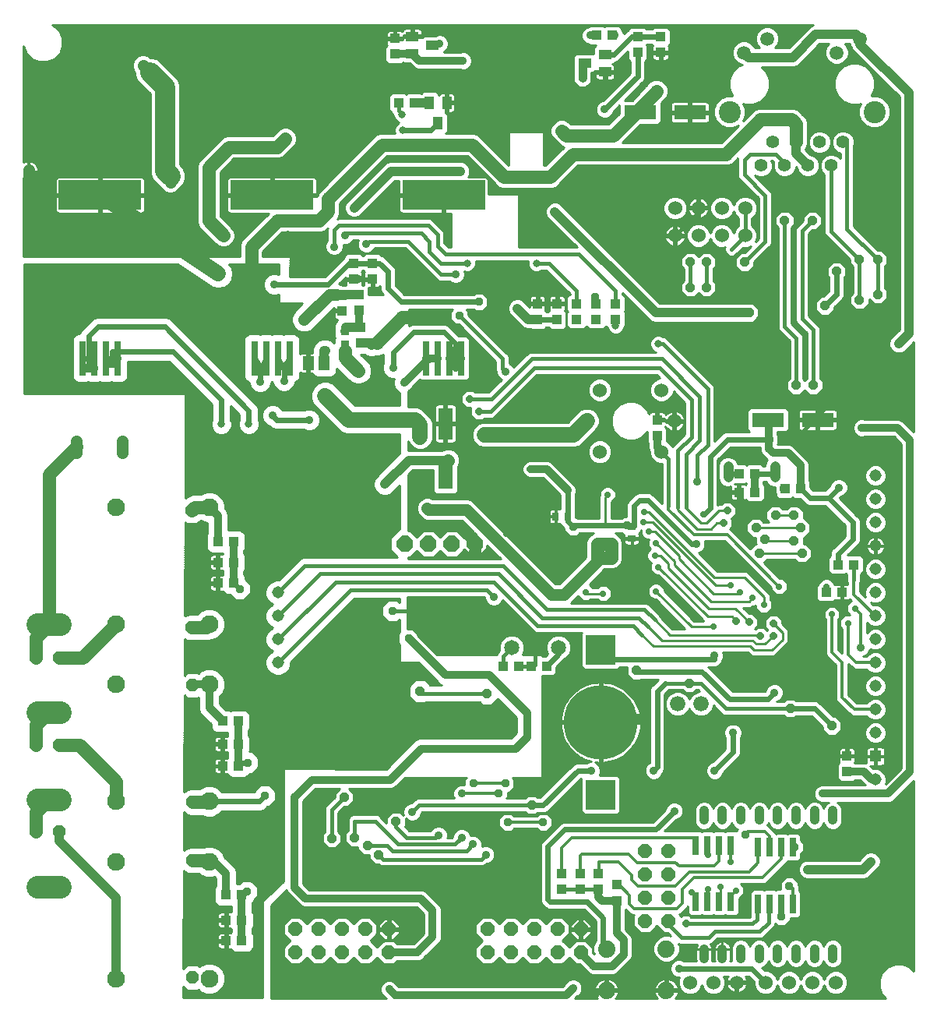
<source format=gbl>
G75*
G70*
%OFA0B0*%
%FSLAX24Y24*%
%IPPOS*%
%LPD*%
%AMOC8*
5,1,8,0,0,1.08239X$1,22.5*
%
%ADD10R,0.0394X0.0433*%
%ADD11R,0.0433X0.0394*%
%ADD12R,0.1378X0.0630*%
%ADD13C,0.0594*%
%ADD14C,0.0945*%
%ADD15C,0.0554*%
%ADD16R,0.0425X0.0413*%
%ADD17C,0.0440*%
%ADD18R,0.0551X0.0394*%
%ADD19C,0.0650*%
%ADD20C,0.0600*%
%ADD21R,0.0630X0.1378*%
%ADD22R,0.0394X0.0551*%
%ADD23OC8,0.0600*%
%ADD24R,0.0354X0.0276*%
%ADD25C,0.0740*%
%ADD26C,0.3150*%
%ADD27R,0.1250X0.1250*%
%ADD28C,0.0660*%
%ADD29C,0.0397*%
%ADD30R,0.0260X0.0800*%
%ADD31C,0.0760*%
%ADD32OC8,0.0520*%
%ADD33C,0.0974*%
%ADD34C,0.0515*%
%ADD35R,0.0515X0.0515*%
%ADD36R,0.0276X0.0354*%
%ADD37R,0.0512X0.0591*%
%ADD38C,0.0515*%
%ADD39R,0.0315X0.1496*%
%ADD40R,0.3543X0.1260*%
%ADD41OC8,0.0700*%
%ADD42OC8,0.0396*%
%ADD43C,0.0240*%
%ADD44C,0.0400*%
%ADD45C,0.0357*%
%ADD46C,0.0320*%
%ADD47C,0.0396*%
%ADD48C,0.0500*%
%ADD49C,0.0160*%
%ADD50OC8,0.0317*%
%ADD51C,0.0100*%
%ADD52OC8,0.0278*%
%ADD53C,0.0120*%
%ADD54C,0.0560*%
%ADD55OC8,0.0357*%
%ADD56C,0.0278*%
%ADD57C,0.0317*%
%ADD58C,0.0660*%
%ADD59C,0.0860*%
%ADD60C,0.0228*%
%ADD61C,0.0217*%
%ADD62C,0.0197*%
%ADD63C,0.0366*%
D10*
X026249Y006139D03*
X026249Y006808D03*
X027036Y006808D03*
X027036Y006139D03*
X027824Y006139D03*
X027824Y006808D03*
X028616Y006311D03*
X028616Y005642D03*
X038454Y011158D03*
X038454Y011828D03*
X036475Y023255D03*
X035806Y023255D03*
X034507Y023894D03*
X033837Y023894D03*
X026052Y030499D03*
X026052Y031168D03*
X025215Y031168D03*
X025215Y030499D03*
X017661Y030164D03*
X017661Y029495D03*
X017582Y030878D03*
X017582Y031547D03*
X016844Y031532D03*
X016844Y030863D03*
X019266Y039761D03*
X019935Y039761D03*
X027735Y042644D03*
X028404Y042644D03*
D11*
X029497Y042585D03*
X029497Y041916D03*
X030481Y041916D03*
X030481Y042585D03*
X028562Y031168D03*
X028562Y030499D03*
X027725Y030499D03*
X027725Y031168D03*
X026889Y031168D03*
X026889Y030499D03*
X030333Y026198D03*
X030333Y025528D03*
X033837Y023107D03*
X034507Y023107D03*
X038070Y020007D03*
X038739Y020007D03*
X038247Y018826D03*
X037578Y018826D03*
X025599Y015676D03*
X024930Y015676D03*
X024418Y015676D03*
X023749Y015676D03*
X012558Y005883D03*
X011889Y005883D03*
X011889Y004800D03*
X012558Y004800D03*
X012558Y003914D03*
X011889Y003914D03*
X011741Y011394D03*
X012410Y011394D03*
X012410Y012330D03*
X011741Y012330D03*
X011741Y013314D03*
X012410Y013314D03*
X012213Y019219D03*
X011544Y019219D03*
X011544Y020105D03*
X012213Y020105D03*
X012213Y020991D03*
X011544Y020991D03*
X019113Y041847D03*
X019113Y042517D03*
D12*
X029615Y039347D03*
X031741Y039347D03*
X035078Y026207D03*
X037204Y026207D03*
D13*
X038024Y041908D03*
X039024Y042507D03*
X035044Y042507D03*
X034044Y041908D03*
D14*
X033434Y039377D03*
X039635Y039377D03*
D15*
X038284Y038078D03*
X037284Y038078D03*
X036284Y038078D03*
X035284Y038078D03*
X034784Y037078D03*
X035784Y037078D03*
X036784Y037078D03*
X037784Y037078D03*
D16*
X018148Y032910D03*
X018148Y032221D03*
X017361Y032221D03*
X017361Y032910D03*
D17*
X033369Y024213D02*
X033369Y023773D01*
X035369Y023773D02*
X035369Y024213D01*
D18*
X028099Y041089D03*
X028099Y041837D03*
X027233Y041463D03*
X020727Y042231D03*
X019861Y041857D03*
X019861Y042605D03*
D19*
X024117Y016463D03*
X026117Y016463D03*
D20*
X027883Y024839D03*
X027331Y026158D03*
X027883Y027477D03*
X030520Y027477D03*
X031072Y026158D03*
X030520Y024839D03*
X031097Y034081D03*
X032097Y034081D03*
X032097Y035263D03*
X031097Y035263D03*
X033097Y035263D03*
X034097Y035263D03*
X034097Y034081D03*
X033097Y034081D03*
X032745Y002143D03*
X033745Y002143D03*
X034985Y002143D03*
X035985Y002143D03*
X036985Y002143D03*
X037985Y002143D03*
X031745Y002143D03*
D21*
X021278Y023914D03*
X021278Y026040D03*
D22*
X020963Y038899D03*
X020589Y039766D03*
X021337Y039766D03*
D23*
X029824Y007776D03*
X030824Y007776D03*
X030824Y006776D03*
X030824Y005776D03*
X030824Y004776D03*
X029824Y004776D03*
X029824Y005776D03*
X029824Y006776D03*
X027068Y004424D03*
X027068Y003424D03*
X026068Y003424D03*
X026068Y004424D03*
X025068Y004424D03*
X025068Y003424D03*
X024068Y003424D03*
X024068Y004424D03*
X023068Y004424D03*
X023068Y003424D03*
X018849Y003424D03*
X018849Y004424D03*
X017849Y004424D03*
X016849Y004424D03*
X016849Y003424D03*
X017849Y003424D03*
X015849Y003424D03*
X014849Y003424D03*
X014849Y004424D03*
X015849Y004424D03*
D24*
X029251Y021129D03*
X029251Y021641D03*
X016982Y029460D03*
X016982Y029972D03*
D25*
X028168Y003574D03*
X028168Y001794D03*
X030728Y001794D03*
X030728Y003574D03*
D26*
X027922Y013265D03*
D27*
X027922Y016365D03*
X027922Y010165D03*
D28*
X031211Y014052D03*
X032211Y014052D03*
D29*
X032341Y009478D02*
X032341Y009081D01*
X033129Y009081D02*
X033129Y009478D01*
X033916Y009478D02*
X033916Y009081D01*
X034704Y009081D02*
X034704Y009478D01*
X035491Y009478D02*
X035491Y009081D01*
X036278Y009081D02*
X036278Y009478D01*
X037066Y009478D02*
X037066Y009081D01*
X037853Y009081D02*
X037853Y009478D01*
X037853Y003570D02*
X037853Y003173D01*
X037066Y003173D02*
X037066Y003570D01*
X036278Y003570D02*
X036278Y003173D01*
X035491Y003173D02*
X035491Y003570D01*
X034704Y003570D02*
X034704Y003173D01*
X033916Y003173D02*
X033916Y003570D01*
X033129Y003570D02*
X033129Y003173D01*
X032341Y003173D02*
X032341Y003570D01*
D30*
X032495Y005588D03*
X031995Y005588D03*
X032995Y005588D03*
X033495Y005588D03*
X034652Y005509D03*
X035152Y005509D03*
X035652Y005509D03*
X036152Y005509D03*
X036152Y007929D03*
X035652Y007929D03*
X035152Y007929D03*
X034652Y007929D03*
X033495Y008008D03*
X032995Y008008D03*
X032495Y008008D03*
X031995Y008008D03*
D31*
X011172Y007300D03*
X011172Y009879D03*
X007172Y009879D03*
X007172Y007300D03*
X007172Y002300D03*
X011172Y002300D03*
X011172Y014879D03*
X011172Y017457D03*
X007172Y017457D03*
X007172Y014879D03*
X007172Y022457D03*
X011172Y022457D03*
D32*
X010417Y022320D03*
X010417Y017320D03*
X010456Y014844D03*
X010456Y009844D03*
X010452Y007349D03*
X010452Y002349D03*
X004751Y008589D03*
X003751Y008589D03*
X003761Y012300D03*
X004761Y012300D03*
X004751Y016020D03*
X003751Y016020D03*
D33*
X003813Y006227D02*
X004787Y006227D01*
X004787Y009967D02*
X003813Y009967D01*
X003813Y013707D02*
X004787Y013707D01*
X004787Y017448D02*
X003813Y017448D01*
D34*
X014107Y017812D03*
X014107Y018812D03*
X014107Y016812D03*
X014107Y015812D03*
X039680Y015812D03*
X039680Y014812D03*
X039680Y013812D03*
X039680Y012812D03*
X039680Y010812D03*
X039680Y016812D03*
X039680Y017812D03*
X039680Y018812D03*
X039680Y019812D03*
X039680Y020812D03*
X039680Y021812D03*
X039680Y022812D03*
X039680Y023812D03*
D35*
X039680Y011812D03*
D36*
X026505Y022074D03*
X025993Y022074D03*
D37*
X016081Y028629D03*
X015412Y028629D03*
D38*
X009497Y036363D02*
X009497Y036878D01*
X003434Y036878D02*
X003434Y036363D01*
X005481Y025304D02*
X005481Y024789D01*
X007450Y024789D02*
X007450Y025304D01*
D39*
X007245Y028841D03*
X006745Y028841D03*
X006245Y028841D03*
X005745Y028841D03*
X013097Y028841D03*
X013597Y028841D03*
X014097Y028841D03*
X014597Y028841D03*
X020450Y028841D03*
X020950Y028841D03*
X021450Y028841D03*
X021950Y028841D03*
D40*
X021200Y035814D03*
X013847Y035814D03*
X006495Y035814D03*
D41*
X019542Y020895D03*
X020542Y020895D03*
X021542Y020895D03*
X022542Y020895D03*
D42*
X023050Y014495D03*
X024034Y012871D03*
X024969Y009721D03*
X029497Y013412D03*
X029448Y015479D03*
X031711Y014938D03*
X033828Y010558D03*
X036042Y013855D03*
X037814Y013117D03*
X037322Y015479D03*
X036534Y020499D03*
X036190Y021040D03*
X036485Y021581D03*
X036190Y022123D03*
X035402Y022123D03*
X034566Y021581D03*
X034959Y021089D03*
X034713Y020499D03*
X035796Y023255D03*
X035796Y025371D03*
X035107Y025371D03*
X032991Y026011D03*
X036288Y027684D03*
X037026Y027684D03*
X037568Y029013D03*
X037519Y031080D03*
X038011Y032556D03*
X038995Y033048D03*
X039782Y033048D03*
X039782Y031572D03*
X038995Y031326D03*
X036977Y034721D03*
X035796Y034721D03*
X034074Y032950D03*
X032450Y032950D03*
X031761Y032950D03*
X031761Y031867D03*
X032450Y031867D03*
X034270Y030784D03*
X026249Y038560D03*
X030314Y040272D03*
X020196Y014593D03*
X016554Y013511D03*
X016948Y010066D03*
X017391Y008343D03*
X017932Y007999D03*
X018424Y007605D03*
X019162Y009032D03*
X016406Y008294D03*
D43*
X013552Y010115D02*
X013316Y009879D01*
X011172Y009879D01*
X012410Y011394D02*
X012558Y011542D01*
X012814Y011542D01*
X012765Y006030D02*
X012617Y005883D01*
X012558Y005883D01*
X024969Y009721D02*
X025461Y009721D01*
X026938Y011198D01*
X027528Y011198D01*
X030186Y011198D02*
X030333Y011345D01*
X030333Y014593D01*
X030678Y014938D01*
X029497Y015430D02*
X029448Y015479D01*
X029497Y015430D02*
X032253Y015430D01*
X033434Y014249D01*
X035068Y014249D01*
X035353Y014534D01*
X036042Y013855D02*
X037076Y013855D01*
X037814Y013117D01*
X032794Y015971D02*
X032794Y016119D01*
X032794Y015971D02*
X028070Y015971D01*
X026117Y016194D02*
X026117Y016463D01*
X026117Y016194D02*
X025599Y015676D01*
X026741Y021631D02*
X026790Y021680D01*
X028119Y021680D01*
X029054Y021680D01*
X029349Y021680D01*
X029349Y022517D01*
X029595Y022763D01*
X029940Y022763D01*
X031810Y020893D01*
X032007Y020893D01*
X032302Y022172D02*
X032351Y022172D01*
X032597Y022418D01*
X032597Y024633D01*
X033335Y025371D01*
X035107Y025371D01*
X035369Y023993D02*
X035270Y023894D01*
X034507Y023894D01*
X033837Y023894D02*
X033270Y023894D01*
X033369Y023993D01*
X036475Y023255D02*
X036869Y022861D01*
X037666Y022861D01*
X038700Y021828D01*
X038700Y021089D01*
X038070Y020459D01*
X038070Y020007D01*
X037666Y022861D02*
X038109Y023304D01*
X037519Y031080D02*
X038011Y031572D01*
X038011Y032556D01*
X036284Y038078D02*
X036278Y038078D01*
X030481Y042585D02*
X029497Y042585D01*
X029241Y042585D01*
X028493Y041837D01*
X028099Y041837D01*
X028099Y041089D02*
X028099Y040469D01*
X027912Y040282D01*
X025491Y040282D01*
X028089Y039485D02*
X029497Y040893D01*
X029497Y041916D01*
X028513Y042644D02*
X028404Y042644D01*
X020963Y038899D02*
X020648Y038584D01*
X019457Y038584D01*
X014507Y034200D02*
X014408Y033993D01*
X013936Y031995D02*
X016239Y031995D01*
X017154Y032910D01*
X017361Y032910D01*
X018148Y032910D01*
X018463Y032910D01*
X018818Y032556D01*
X018818Y031818D01*
X019389Y031247D01*
X022706Y031247D01*
X021229Y029948D02*
X021711Y029465D01*
X021711Y029111D01*
X021229Y029948D02*
X019900Y029948D01*
X019034Y029081D01*
X019034Y028412D01*
X016982Y029165D02*
X016982Y029460D01*
X016982Y029972D02*
X016962Y029992D01*
X017361Y032221D02*
X017381Y032221D01*
X017538Y032211D01*
X014597Y028841D02*
X014398Y028422D01*
X014364Y028383D02*
X014325Y028422D01*
X014597Y028841D01*
X014325Y028422D02*
X014097Y028841D01*
X013597Y028841D02*
X013597Y028412D01*
X013365Y028422D02*
X013360Y028417D01*
X013360Y027836D01*
X013365Y028422D02*
X013097Y028841D01*
X013365Y028422D02*
X013597Y028841D01*
X014364Y028383D02*
X014364Y027866D01*
X013872Y026390D02*
X014054Y026207D01*
X014467Y026207D01*
X015456Y026203D01*
X014664Y025578D02*
X014664Y025420D01*
X014625Y025381D01*
X012863Y026011D02*
X012863Y026606D01*
X009275Y030194D01*
X006416Y030194D01*
X006013Y029790D01*
X006013Y029313D01*
X006013Y028717D01*
X006013Y028664D01*
X006245Y028841D01*
X006245Y028412D01*
X006042Y028412D01*
X006245Y028841D02*
X005745Y028841D01*
X006745Y028841D02*
X007007Y028841D01*
X007007Y029111D01*
X009615Y029111D01*
X011682Y027044D01*
X011682Y026011D01*
X012302Y025538D02*
X012302Y025381D01*
X017302Y025282D02*
X017302Y025140D01*
X012213Y019219D02*
X012469Y018973D01*
X007245Y028841D02*
X007007Y028841D01*
X025215Y030499D02*
X026022Y030499D01*
X026062Y030538D01*
X026052Y031129D02*
X026052Y031168D01*
X026101Y031129D01*
X025255Y031129D02*
X025215Y031168D01*
X027676Y030489D02*
X027735Y030489D01*
X027725Y030499D01*
X028463Y031267D02*
X028562Y031168D01*
X026505Y023196D02*
X026505Y022074D01*
X026505Y021867D01*
X026741Y021631D01*
X031269Y002733D02*
X031761Y002733D01*
D44*
X027676Y001650D02*
X027282Y001650D01*
X036780Y006965D02*
X039143Y006965D01*
X039487Y007310D01*
X037223Y012182D02*
X037223Y012526D01*
X024034Y012871D02*
X023394Y013511D01*
X016554Y013511D01*
X011172Y017457D02*
X011054Y017339D01*
X010437Y017339D01*
X007172Y017359D02*
X007172Y017457D01*
X010491Y009879D02*
X010471Y009859D01*
X007172Y005767D02*
X007172Y002300D01*
X007172Y005767D02*
X004751Y008188D01*
X004751Y008589D01*
X018680Y023452D02*
X019704Y024475D01*
X021396Y024475D01*
X018345Y029416D02*
X018148Y029416D01*
X018119Y029387D01*
X018345Y029416D02*
X018345Y029505D01*
X018335Y029495D01*
X017661Y029495D01*
X017661Y030164D02*
X017017Y030164D01*
X016150Y029175D02*
X016081Y029175D01*
X016081Y028629D01*
X016844Y031532D02*
X016859Y031547D01*
X017582Y031547D01*
X017371Y035263D02*
X018946Y036837D01*
X021918Y036837D01*
X020589Y039766D02*
X019940Y039766D01*
X019935Y039761D01*
X017253Y038127D02*
X017253Y038087D01*
X024349Y030971D02*
X024822Y030499D01*
X025215Y030499D01*
X025963Y035105D02*
X030284Y030784D01*
X034270Y030784D01*
X036784Y037078D02*
X036284Y037578D01*
X036284Y038078D01*
X036278Y038078D02*
X036278Y038373D01*
X036141Y041709D02*
X034243Y041709D01*
X034044Y041908D01*
X036141Y041709D02*
X037125Y042694D01*
X038837Y042694D01*
X039024Y042507D01*
X039024Y042270D01*
X041111Y040184D01*
X041111Y029898D01*
X040668Y029456D01*
X029615Y039347D02*
X029182Y039347D01*
X029231Y039397D01*
X029493Y039397D01*
X003611Y036444D02*
X003434Y036621D01*
D45*
X008335Y041355D03*
X011239Y040735D03*
X011239Y039997D03*
X011239Y039160D03*
X014428Y038225D03*
X017371Y035263D03*
X016987Y034081D03*
X016515Y033609D03*
X017893Y033727D03*
X017538Y032211D03*
X017017Y030164D03*
X018119Y029387D03*
X019034Y028412D03*
X019507Y027782D03*
X017302Y025282D03*
X015456Y026203D03*
X014625Y025381D03*
X013872Y026390D03*
X013360Y027836D03*
X014364Y027866D03*
X012302Y025381D03*
X013936Y031995D03*
X014408Y033993D03*
X021711Y032428D03*
X024349Y030971D03*
X023837Y028274D03*
X022952Y025568D03*
X021396Y024475D03*
X018680Y023452D03*
X018719Y022664D03*
X020835Y018383D03*
X023345Y018629D03*
X023247Y017005D03*
X027528Y011198D03*
X030186Y011198D03*
X031072Y009475D03*
X032794Y011198D03*
X033581Y012822D03*
X035353Y014534D03*
X032794Y016119D03*
X032745Y020843D03*
X032007Y020893D03*
X032056Y023550D03*
X032646Y029849D03*
X029546Y029456D03*
X029546Y030243D03*
X028414Y034574D03*
X027627Y034574D03*
X025963Y035105D03*
X029644Y038363D03*
X028089Y039485D03*
X026396Y041168D03*
X025963Y040725D03*
X025491Y040282D03*
X023887Y040331D03*
X023887Y041020D03*
X023936Y041660D03*
X023936Y042398D03*
X024379Y042891D03*
X025954Y042891D03*
X026396Y042398D03*
X026396Y041808D03*
X027479Y042644D03*
X028513Y042644D03*
X031711Y041119D03*
X022026Y041562D03*
X021022Y042290D03*
X021918Y036837D03*
X038109Y023304D03*
X039093Y025863D03*
X040471Y026798D03*
X040668Y029456D03*
X039044Y016463D03*
X037420Y010213D03*
X039487Y007310D03*
X031269Y002733D03*
X026741Y001896D03*
X023001Y007605D03*
X022459Y008048D03*
X021967Y008343D03*
X020983Y008442D03*
X019851Y009426D03*
X020343Y010312D03*
X021971Y010213D03*
X016894Y007802D03*
X018867Y001847D03*
D46*
X019113Y001601D01*
X026446Y001601D01*
X026741Y001896D01*
X027627Y002831D02*
X027068Y003391D01*
X027068Y003424D01*
X027627Y002831D02*
X028414Y002831D01*
X028906Y003324D01*
X028906Y003963D01*
X028616Y004254D01*
X028616Y005642D01*
X028593Y005619D01*
X027989Y005619D01*
X027824Y005784D01*
X027824Y006139D01*
X024280Y012133D02*
X024772Y012625D01*
X024772Y013658D01*
X023148Y015282D01*
X021278Y015282D01*
X019704Y016857D01*
X020245Y012133D02*
X024280Y012133D01*
X020245Y012133D02*
X018916Y010804D01*
X015570Y010804D01*
X014822Y010056D01*
X014822Y006207D01*
X015294Y005735D01*
X020215Y005735D01*
X020727Y005223D01*
X020727Y004078D01*
X020074Y003424D01*
X018849Y003424D01*
X012558Y003914D02*
X012558Y004800D01*
X012558Y005883D01*
X011889Y005883D02*
X011889Y006790D01*
X011379Y007300D01*
X011172Y007300D01*
X012410Y011394D02*
X012410Y012330D01*
X012410Y013314D01*
X011741Y013314D02*
X011172Y013883D01*
X011172Y014879D01*
X010491Y014879D01*
X010456Y014844D01*
X012213Y019219D02*
X012213Y020105D01*
X012213Y020991D01*
X011544Y020991D02*
X011544Y022085D01*
X011172Y022457D01*
X006245Y028383D02*
X005924Y028383D01*
X006008Y028466D01*
X006245Y028412D02*
X006245Y028383D01*
X006898Y028589D02*
X007087Y028589D01*
X007245Y028841D01*
X016603Y031572D02*
X016643Y031532D01*
X016844Y031532D01*
X017582Y030878D02*
X017582Y030243D01*
X017661Y030164D01*
X017066Y030095D02*
X017017Y030164D01*
X017066Y030095D02*
X016962Y029992D01*
X019507Y027782D02*
X020566Y028841D01*
X020737Y028841D01*
X020950Y028841D01*
X020566Y028841D02*
X020450Y028841D01*
X021450Y028841D02*
X021711Y028422D01*
X021711Y029111D01*
X021711Y029239D01*
X021950Y028841D02*
X021450Y028841D01*
X024920Y024091D02*
X025609Y024091D01*
X026505Y023196D01*
X030333Y025026D02*
X030333Y025528D01*
X030333Y025026D02*
X030520Y024839D01*
X034507Y023894D02*
X034507Y023107D01*
X035304Y024780D02*
X035944Y024780D01*
X036475Y024249D01*
X036475Y023255D01*
X035304Y024780D02*
X035107Y024977D01*
X035107Y025371D01*
X035107Y026178D01*
X039093Y025863D02*
X040619Y025863D01*
X041160Y025322D01*
X041160Y011148D01*
X040225Y010213D01*
X037420Y010213D01*
X038454Y011158D02*
X039182Y011158D01*
X039528Y010812D01*
X039680Y010812D01*
X022026Y041562D02*
X020156Y041562D01*
X019861Y041857D01*
X019123Y041857D01*
X019113Y041847D01*
X027479Y042644D02*
X027735Y042644D01*
D47*
X019802Y030587D03*
X015225Y030489D03*
X011780Y034081D03*
X036780Y006965D03*
D48*
X026347Y018727D02*
X025806Y018727D01*
X024034Y020499D01*
X022164Y022369D01*
X020540Y022369D01*
X020491Y022418D01*
X020343Y021680D02*
X021869Y021680D01*
X022542Y021007D01*
X022542Y020895D01*
X022542Y020581D01*
X022509Y020548D01*
X023985Y020548D02*
X024034Y020499D01*
X026347Y018727D02*
X027774Y020154D01*
X027774Y020302D01*
X018719Y022664D02*
X017538Y022664D01*
X017538Y022024D01*
X015225Y030489D02*
X016308Y031572D01*
X016603Y031572D01*
X008631Y041070D02*
X008621Y041070D01*
X008335Y041355D01*
D49*
X016515Y034318D02*
X016515Y033609D01*
X016987Y034081D02*
X017085Y034180D01*
X020245Y034180D01*
X020589Y033835D01*
X020589Y033393D01*
X021081Y032900D01*
X022213Y032900D01*
X021711Y032428D02*
X021081Y032428D01*
X019674Y033835D01*
X018001Y033835D01*
X017893Y033727D01*
X016721Y034524D02*
X016515Y034318D01*
X016721Y034524D02*
X020540Y034524D01*
X020934Y034131D01*
X020934Y033639D01*
X021278Y033294D01*
X026987Y033294D01*
X028562Y031719D01*
X028562Y031168D01*
X028562Y030499D02*
X028562Y030243D01*
X027725Y031168D02*
X027725Y031424D01*
X027676Y031473D01*
X026889Y031719D02*
X026889Y031168D01*
X026889Y031719D02*
X025707Y032900D01*
X025166Y032900D01*
X021869Y030666D02*
X023719Y028816D01*
X023719Y028393D01*
X023837Y028274D01*
X024969Y028816D02*
X023247Y027093D01*
X022302Y027093D01*
X022706Y026552D02*
X023198Y026552D01*
X025068Y028422D01*
X030432Y028422D01*
X031810Y027044D01*
X031810Y025469D01*
X031219Y024879D01*
X031219Y022467D01*
X031564Y022467D02*
X031564Y024731D01*
X032154Y025322D01*
X032154Y027192D01*
X030530Y028816D01*
X024969Y028816D01*
X030383Y029456D02*
X030580Y029456D01*
X032499Y027536D01*
X032499Y025125D01*
X032056Y024682D01*
X032056Y023550D01*
X030826Y024534D02*
X030826Y022517D01*
X030826Y024534D02*
X030520Y024839D01*
X032105Y029357D02*
X032105Y029702D01*
X032154Y029751D01*
X032204Y029751D01*
X032302Y029849D01*
X032646Y029849D01*
X032450Y031867D02*
X032450Y032950D01*
X031761Y032950D02*
X031761Y031867D01*
X033515Y033491D02*
X033515Y033499D01*
X034097Y034081D01*
X034097Y035263D01*
X034959Y035804D02*
X034074Y036690D01*
X034074Y037330D01*
X034320Y037576D01*
X035402Y037576D01*
X035784Y037194D01*
X035784Y037078D01*
X034959Y035804D02*
X034959Y033835D01*
X034074Y032950D01*
X035796Y034721D02*
X035796Y030194D01*
X036288Y029702D01*
X036288Y027684D01*
X037026Y027684D02*
X037026Y030046D01*
X036534Y030538D01*
X036534Y034278D01*
X036977Y034721D01*
X037784Y034259D02*
X038995Y033048D01*
X038995Y031326D01*
X039782Y031572D02*
X039782Y033048D01*
X038454Y034377D01*
X038454Y037920D01*
X038296Y038078D01*
X038284Y038078D01*
X037784Y037078D02*
X037784Y034259D01*
X037568Y029013D02*
X037568Y026749D01*
X037204Y026385D01*
X037204Y026207D01*
X037056Y026060D01*
X036928Y026060D01*
X036239Y025371D01*
X035796Y025371D01*
X035107Y026178D02*
X035078Y026207D01*
X035796Y023255D02*
X035806Y023255D01*
X038739Y020007D02*
X038749Y019997D01*
X038749Y019367D01*
X036042Y013855D02*
X033286Y013855D01*
X032204Y014938D01*
X031711Y014938D01*
X030678Y014938D01*
X029694Y017005D02*
X029300Y017398D01*
X025215Y017398D01*
X023345Y019269D01*
X016564Y019269D01*
X014107Y016812D01*
X014107Y017812D02*
X015908Y019613D01*
X023542Y019613D01*
X025412Y017743D01*
X029546Y017743D01*
X029940Y017349D01*
X030235Y017644D02*
X029792Y018087D01*
X025609Y018087D01*
X023739Y019957D01*
X015253Y019957D01*
X014107Y018812D01*
X014107Y015812D02*
X017219Y018924D01*
X023050Y018924D01*
X023345Y018629D01*
X022361Y018038D02*
X023345Y017054D01*
X024920Y017054D01*
X025117Y016857D01*
X025117Y015725D01*
X024979Y015725D01*
X024930Y015676D01*
X024418Y015676D01*
X023749Y015676D02*
X023749Y016095D01*
X024117Y016463D01*
X023050Y014495D02*
X020196Y014495D01*
X020196Y014593D01*
X019015Y018038D02*
X022361Y018038D01*
X023985Y012871D02*
X024034Y012871D01*
X024969Y009721D02*
X020146Y009721D01*
X019851Y009426D01*
X019605Y009869D02*
X017489Y009869D01*
X016894Y009274D01*
X016894Y007802D01*
X016406Y008294D02*
X016406Y009524D01*
X016948Y010066D01*
X017391Y009032D02*
X017391Y008343D01*
X017932Y007999D02*
X018769Y007999D01*
X019015Y007753D01*
X022164Y007753D01*
X022459Y008048D01*
X021967Y008343D02*
X021672Y008048D01*
X019261Y008048D01*
X018276Y009032D01*
X017391Y009032D01*
X018424Y007605D02*
X018621Y007408D01*
X022804Y007408D01*
X023001Y007605D01*
X020983Y008442D02*
X020835Y008343D01*
X019605Y008343D01*
X019162Y008786D01*
X019162Y009032D01*
X019605Y009869D02*
X020343Y010312D01*
X026249Y006139D02*
X027036Y006139D01*
X027824Y006139D01*
X027855Y006107D01*
X027855Y005784D01*
X030824Y004776D02*
X030824Y004629D01*
X031390Y004062D01*
X032548Y004062D01*
X032799Y004313D01*
X034718Y004313D01*
X035103Y004698D01*
X035152Y005509D01*
X035652Y005509D02*
X035652Y004952D01*
X035648Y004948D01*
X034603Y004837D02*
X034418Y004652D01*
X031564Y004652D01*
X031995Y005588D02*
X031995Y005845D01*
X034652Y005509D02*
X034603Y004837D01*
X033828Y010558D02*
X033818Y010558D01*
X035648Y011985D02*
X035707Y012044D01*
X035648Y011985D02*
X036485Y011985D01*
X028217Y016119D02*
X027922Y016365D01*
X028217Y016119D02*
X028070Y015971D01*
X031097Y034081D02*
X032097Y035081D01*
X032097Y035263D01*
X019423Y039259D02*
X019266Y039416D01*
X019266Y039761D01*
D50*
X022302Y027093D03*
X022706Y026552D03*
X021278Y026109D03*
X033335Y022320D03*
X033188Y021778D03*
X033729Y017595D03*
X034270Y017546D03*
X034763Y016956D03*
X035304Y016956D03*
X035304Y017497D03*
X031564Y004652D03*
D51*
X031795Y004942D02*
X031717Y005021D01*
X031411Y005021D01*
X031334Y004944D01*
X031334Y004988D01*
X031277Y005044D01*
X031323Y005063D01*
X031399Y005139D01*
X031645Y005385D01*
X031655Y005409D01*
X031655Y005101D01*
X031778Y004978D01*
X032212Y004978D01*
X032245Y005011D01*
X032278Y004978D01*
X032712Y004978D01*
X032745Y005011D01*
X032778Y004978D01*
X033212Y004978D01*
X033245Y005011D01*
X033278Y004978D01*
X033712Y004978D01*
X033835Y005101D01*
X033835Y005726D01*
X033849Y005726D01*
X034054Y005930D01*
X034054Y006219D01*
X033922Y006351D01*
X034915Y006351D01*
X035014Y006392D01*
X035805Y007183D01*
X035881Y007259D01*
X035915Y007340D01*
X035935Y007319D01*
X036369Y007319D01*
X036492Y007442D01*
X036492Y007649D01*
X036618Y007774D01*
X036618Y008096D01*
X036492Y008221D01*
X036492Y008416D01*
X036369Y008539D01*
X035935Y008539D01*
X035902Y008506D01*
X035869Y008539D01*
X035435Y008539D01*
X035402Y008506D01*
X035397Y008512D01*
X035381Y008549D01*
X035305Y008625D01*
X035112Y008818D01*
X035046Y008846D01*
X035050Y008850D01*
X035097Y008965D01*
X035145Y008850D01*
X035260Y008735D01*
X035410Y008673D01*
X035572Y008673D01*
X035722Y008735D01*
X035837Y008850D01*
X035885Y008965D01*
X035932Y008850D01*
X036047Y008735D01*
X036197Y008673D01*
X036360Y008673D01*
X036510Y008735D01*
X036625Y008850D01*
X036672Y008965D01*
X036720Y008850D01*
X036834Y008735D01*
X036985Y008673D01*
X037147Y008673D01*
X037297Y008735D01*
X037412Y008850D01*
X037459Y008965D01*
X037507Y008850D01*
X037622Y008735D01*
X037772Y008673D01*
X037934Y008673D01*
X038085Y008735D01*
X038199Y008850D01*
X038262Y009000D01*
X038262Y009560D01*
X038199Y009710D01*
X038085Y009825D01*
X038039Y009843D01*
X040299Y009843D01*
X040435Y009900D01*
X041307Y010772D01*
X041307Y002639D01*
X041142Y002803D01*
X040835Y002931D01*
X040502Y002931D01*
X040194Y002803D01*
X039958Y002568D01*
X039831Y002260D01*
X039831Y001927D01*
X039958Y001619D01*
X040123Y001454D01*
X031123Y001454D01*
X031124Y001455D01*
X031172Y001521D01*
X031210Y001594D01*
X031235Y001672D01*
X031246Y001744D01*
X030778Y001744D01*
X030778Y001844D01*
X031246Y001844D01*
X031235Y001916D01*
X031210Y001993D01*
X031172Y002066D01*
X031124Y002133D01*
X031066Y002190D01*
X031000Y002239D01*
X030927Y002276D01*
X030849Y002301D01*
X030778Y002312D01*
X030778Y001844D01*
X030678Y001844D01*
X030678Y002312D01*
X030606Y002301D01*
X030528Y002276D01*
X030455Y002239D01*
X030389Y002190D01*
X030331Y002133D01*
X030283Y002066D01*
X030246Y001993D01*
X030220Y001916D01*
X030209Y001844D01*
X030678Y001844D01*
X030678Y001744D01*
X030209Y001744D01*
X030220Y001672D01*
X030246Y001594D01*
X030283Y001521D01*
X030331Y001455D01*
X030332Y001454D01*
X028563Y001454D01*
X028564Y001455D01*
X028612Y001521D01*
X028650Y001594D01*
X028675Y001672D01*
X028686Y001744D01*
X028218Y001744D01*
X028218Y001844D01*
X028686Y001844D01*
X028675Y001916D01*
X028650Y001993D01*
X028612Y002066D01*
X028564Y002133D01*
X028506Y002190D01*
X028440Y002239D01*
X028367Y002276D01*
X028289Y002301D01*
X028218Y002312D01*
X028218Y001844D01*
X028118Y001844D01*
X028118Y002312D01*
X028046Y002301D01*
X027968Y002276D01*
X027895Y002239D01*
X027829Y002190D01*
X027771Y002133D01*
X027723Y002066D01*
X027686Y001993D01*
X027660Y001916D01*
X027649Y001844D01*
X028118Y001844D01*
X028118Y001744D01*
X027649Y001744D01*
X027660Y001672D01*
X027686Y001594D01*
X027723Y001521D01*
X027771Y001455D01*
X027772Y001454D01*
X026822Y001454D01*
X026916Y001549D01*
X026961Y001567D01*
X027070Y001676D01*
X027129Y001819D01*
X027129Y001974D01*
X027070Y002116D01*
X026961Y002226D01*
X026818Y002285D01*
X026664Y002285D01*
X026521Y002226D01*
X026412Y002116D01*
X026393Y002072D01*
X026292Y001971D01*
X019266Y001971D01*
X019215Y002023D01*
X019196Y002067D01*
X019087Y002177D01*
X018944Y002236D01*
X018790Y002236D01*
X018647Y002177D01*
X018538Y002067D01*
X018479Y001925D01*
X018479Y001770D01*
X018538Y001627D01*
X018647Y001518D01*
X018691Y001500D01*
X018737Y001454D01*
X013798Y001454D01*
X013798Y005440D01*
X014464Y006105D01*
X014508Y005998D01*
X014612Y005894D01*
X015085Y005421D01*
X015220Y005365D01*
X020062Y005365D01*
X020357Y005070D01*
X020357Y004231D01*
X019920Y003794D01*
X019200Y003794D01*
X019060Y003934D01*
X018638Y003934D01*
X018349Y003645D01*
X018070Y003924D01*
X018359Y004213D01*
X018359Y004635D01*
X018060Y004934D01*
X017638Y004934D01*
X017349Y004645D01*
X017060Y004934D01*
X016638Y004934D01*
X016349Y004645D01*
X016060Y004934D01*
X015638Y004934D01*
X015349Y004645D01*
X015060Y004934D01*
X014638Y004934D01*
X014339Y004635D01*
X014339Y004213D01*
X014628Y003924D01*
X014339Y003635D01*
X014339Y003213D01*
X014638Y002914D01*
X015060Y002914D01*
X015349Y003203D01*
X015638Y002914D01*
X016060Y002914D01*
X016349Y003203D01*
X016638Y002914D01*
X017060Y002914D01*
X017349Y003203D01*
X017638Y002914D01*
X018060Y002914D01*
X018349Y003203D01*
X018638Y002914D01*
X019060Y002914D01*
X019200Y003054D01*
X020147Y003054D01*
X020283Y003110D01*
X020387Y003214D01*
X020387Y003214D01*
X021041Y003868D01*
X021097Y004004D01*
X021097Y005297D01*
X021041Y005433D01*
X020937Y005537D01*
X020529Y005945D01*
X020425Y006049D01*
X020289Y006105D01*
X015447Y006105D01*
X015192Y006361D01*
X015192Y009903D01*
X015723Y010434D01*
X016739Y010434D01*
X016540Y010235D01*
X016540Y010068D01*
X016160Y009689D01*
X016116Y009582D01*
X016116Y008581D01*
X015998Y008463D01*
X015998Y008125D01*
X016237Y007886D01*
X016575Y007886D01*
X016814Y008125D01*
X016814Y008463D01*
X016696Y008581D01*
X016696Y009404D01*
X016950Y009658D01*
X017117Y009658D01*
X017356Y009897D01*
X017356Y010235D01*
X017157Y010434D01*
X018990Y010434D01*
X019126Y010490D01*
X019538Y010902D01*
X022168Y010902D01*
X022083Y010817D01*
X022083Y010588D01*
X022049Y010602D01*
X021894Y010602D01*
X021751Y010543D01*
X021642Y010433D01*
X021583Y010291D01*
X021583Y010136D01*
X021635Y010011D01*
X020089Y010011D01*
X019982Y009967D01*
X019829Y009814D01*
X019774Y009814D01*
X019631Y009755D01*
X019522Y009646D01*
X019463Y009503D01*
X019463Y009349D01*
X019491Y009281D01*
X019331Y009440D01*
X018993Y009440D01*
X018754Y009201D01*
X018754Y008965D01*
X018522Y009197D01*
X018441Y009278D01*
X018334Y009322D01*
X017333Y009322D01*
X017226Y009278D01*
X017145Y009197D01*
X017101Y009090D01*
X017101Y008630D01*
X016982Y008512D01*
X016982Y008174D01*
X017222Y007935D01*
X017524Y007935D01*
X017524Y007830D01*
X017763Y007591D01*
X018016Y007591D01*
X018016Y007436D01*
X018255Y007197D01*
X018422Y007197D01*
X018457Y007162D01*
X018563Y007118D01*
X022862Y007118D01*
X022968Y007162D01*
X023022Y007217D01*
X023078Y007217D01*
X023221Y007276D01*
X023330Y007385D01*
X023389Y007528D01*
X023389Y007682D01*
X023330Y007825D01*
X023221Y007934D01*
X023078Y007994D01*
X022924Y007994D01*
X022844Y007960D01*
X022848Y007971D01*
X022848Y008125D01*
X022789Y008268D01*
X022679Y008377D01*
X022537Y008436D01*
X022382Y008436D01*
X022354Y008425D01*
X022297Y008563D01*
X022187Y008673D01*
X022045Y008732D01*
X021890Y008732D01*
X021747Y008673D01*
X021638Y008563D01*
X021579Y008421D01*
X021579Y008365D01*
X021552Y008338D01*
X021361Y008338D01*
X021371Y008364D01*
X021371Y008519D01*
X021312Y008662D01*
X021203Y008771D01*
X021060Y008830D01*
X020906Y008830D01*
X020763Y008771D01*
X020654Y008662D01*
X020642Y008633D01*
X019725Y008633D01*
X019533Y008826D01*
X019570Y008863D01*
X019570Y009158D01*
X019631Y009097D01*
X019774Y009038D01*
X019928Y009038D01*
X020071Y009097D01*
X020180Y009206D01*
X020240Y009349D01*
X020240Y009404D01*
X020267Y009431D01*
X024682Y009431D01*
X024800Y009313D01*
X025138Y009313D01*
X025216Y009391D01*
X025527Y009391D01*
X025648Y009441D01*
X025741Y009534D01*
X027074Y010868D01*
X027087Y010868D01*
X027087Y009453D01*
X027210Y009330D01*
X028634Y009330D01*
X028757Y009453D01*
X028757Y010877D01*
X028634Y011000D01*
X027867Y011000D01*
X027917Y011120D01*
X027917Y011275D01*
X027858Y011418D01*
X027748Y011527D01*
X027678Y011556D01*
X027697Y011553D01*
X027847Y011540D01*
X027872Y011540D01*
X027872Y013215D01*
X026197Y013215D01*
X026197Y013189D01*
X026210Y013039D01*
X026237Y012891D01*
X026276Y012745D01*
X026327Y012604D01*
X026391Y012467D01*
X026466Y012337D01*
X026552Y012214D01*
X026649Y012098D01*
X026756Y011992D01*
X026871Y011895D01*
X026994Y011808D01*
X027125Y011733D01*
X027261Y011670D01*
X027403Y011618D01*
X027522Y011586D01*
X027451Y011586D01*
X027310Y011528D01*
X026872Y011528D01*
X026751Y011477D01*
X025325Y010051D01*
X025216Y010051D01*
X025138Y010129D01*
X024800Y010129D01*
X024682Y010011D01*
X023889Y010011D01*
X023931Y010052D01*
X023931Y010268D01*
X023998Y010268D01*
X024226Y010495D01*
X024226Y010817D01*
X024141Y010902D01*
X025412Y010902D01*
X025412Y015269D01*
X025903Y015269D01*
X026026Y015392D01*
X026026Y015636D01*
X026385Y015996D01*
X026420Y016010D01*
X026570Y016160D01*
X026652Y016357D01*
X026652Y016570D01*
X026570Y016766D01*
X026420Y016917D01*
X026223Y016998D01*
X026011Y016998D01*
X025814Y016917D01*
X025663Y016766D01*
X025582Y016570D01*
X025582Y016357D01*
X025650Y016193D01*
X025539Y016083D01*
X025412Y016083D01*
X025412Y016168D01*
X024574Y016168D01*
X024652Y016357D01*
X024652Y016570D01*
X024570Y016766D01*
X024420Y016917D01*
X024223Y016998D01*
X024011Y016998D01*
X023814Y016917D01*
X023663Y016766D01*
X023582Y016570D01*
X023582Y016357D01*
X023587Y016344D01*
X023585Y016341D01*
X023585Y016341D01*
X023503Y016260D01*
X023465Y016168D01*
X020916Y016168D01*
X020092Y016992D01*
X020092Y017018D01*
X019864Y017246D01*
X019658Y017246D01*
X019662Y018634D01*
X022930Y018634D01*
X022957Y018607D01*
X022957Y018551D01*
X023016Y018409D01*
X023125Y018299D01*
X023268Y018240D01*
X023423Y018240D01*
X023565Y018299D01*
X023675Y018409D01*
X023710Y018494D01*
X024970Y017234D01*
X025051Y017153D01*
X025158Y017108D01*
X027119Y017108D01*
X027087Y017077D01*
X027087Y015653D01*
X027210Y015530D01*
X028634Y015530D01*
X028746Y015641D01*
X029040Y015641D01*
X029040Y015310D01*
X029279Y015071D01*
X029617Y015071D01*
X029646Y015100D01*
X030373Y015100D01*
X030147Y014873D01*
X030054Y014780D01*
X030003Y014659D01*
X030003Y011543D01*
X029966Y011527D01*
X029857Y011418D01*
X029797Y011275D01*
X029797Y011120D01*
X029857Y010978D01*
X029966Y010868D01*
X030109Y010809D01*
X030263Y010809D01*
X030406Y010868D01*
X030515Y010978D01*
X030574Y011119D01*
X030613Y011158D01*
X030663Y011280D01*
X030663Y014457D01*
X030855Y014648D01*
X031424Y014648D01*
X031542Y014530D01*
X031880Y014530D01*
X031999Y014648D01*
X032083Y014648D01*
X032139Y014592D01*
X032104Y014592D01*
X031906Y014510D01*
X031754Y014358D01*
X031711Y014256D01*
X031669Y014358D01*
X031517Y014510D01*
X031319Y014592D01*
X031104Y014592D01*
X030906Y014510D01*
X030754Y014358D01*
X030671Y014159D01*
X030671Y013945D01*
X030754Y013746D01*
X030906Y013594D01*
X031104Y013512D01*
X031319Y013512D01*
X031517Y013594D01*
X031669Y013746D01*
X031711Y013848D01*
X031754Y013746D01*
X031906Y013594D01*
X032104Y013512D01*
X032319Y013512D01*
X032517Y013594D01*
X032669Y013746D01*
X032751Y013945D01*
X032751Y013980D01*
X033122Y013609D01*
X033229Y013565D01*
X035755Y013565D01*
X035873Y013447D01*
X036211Y013447D01*
X036289Y013525D01*
X036939Y013525D01*
X037406Y013058D01*
X037406Y012948D01*
X037645Y012709D01*
X037983Y012709D01*
X038222Y012948D01*
X038222Y013286D01*
X037983Y013525D01*
X037872Y013525D01*
X037263Y014135D01*
X037141Y014185D01*
X036289Y014185D01*
X036211Y014263D01*
X035873Y014263D01*
X035755Y014145D01*
X035431Y014145D01*
X035432Y014147D01*
X035573Y014205D01*
X035682Y014314D01*
X035742Y014457D01*
X035742Y014612D01*
X035682Y014754D01*
X035573Y014864D01*
X035430Y014923D01*
X035276Y014923D01*
X035133Y014864D01*
X035024Y014754D01*
X034965Y014613D01*
X034931Y014579D01*
X033571Y014579D01*
X032533Y015617D01*
X032508Y015641D01*
X032860Y015641D01*
X032981Y015691D01*
X033074Y015784D01*
X033120Y015895D01*
X033123Y015899D01*
X033183Y016042D01*
X033183Y016196D01*
X033159Y016253D01*
X034212Y016253D01*
X034320Y016145D01*
X034416Y016105D01*
X035306Y016105D01*
X035402Y016145D01*
X035475Y016218D01*
X035918Y016661D01*
X035958Y016756D01*
X035958Y017155D01*
X035918Y017250D01*
X035845Y017324D01*
X035673Y017496D01*
X035673Y017650D01*
X035457Y017866D01*
X035151Y017866D01*
X034935Y017650D01*
X034935Y017344D01*
X035053Y017226D01*
X035033Y017206D01*
X034915Y017324D01*
X034610Y017324D01*
X034550Y017265D01*
X034511Y017265D01*
X034639Y017393D01*
X034639Y017699D01*
X034423Y017915D01*
X034269Y017915D01*
X034012Y018172D01*
X034322Y018172D01*
X034418Y018211D01*
X034437Y018230D01*
X034488Y018230D01*
X034561Y018261D01*
X034561Y018140D01*
X034766Y017935D01*
X035055Y017935D01*
X035259Y018140D01*
X035259Y018429D01*
X035170Y018518D01*
X035170Y018680D01*
X035131Y018776D01*
X035058Y018849D01*
X034221Y019686D01*
X034125Y019725D01*
X032902Y019725D01*
X032112Y020516D01*
X032227Y020563D01*
X032336Y020672D01*
X032395Y020815D01*
X032395Y020970D01*
X032376Y021016D01*
X033224Y021016D01*
X035201Y019039D01*
X035201Y018927D01*
X035405Y018723D01*
X035695Y018723D01*
X035899Y018927D01*
X035899Y019216D01*
X035695Y019421D01*
X035583Y019421D01*
X034898Y020106D01*
X035031Y020239D01*
X036217Y020239D01*
X036365Y020091D01*
X036703Y020091D01*
X036942Y020330D01*
X036942Y020668D01*
X036703Y020907D01*
X036598Y020907D01*
X036598Y021173D01*
X036654Y021173D01*
X036893Y021412D01*
X036893Y021751D01*
X036654Y021990D01*
X036598Y021990D01*
X036598Y022292D01*
X036359Y022531D01*
X036021Y022531D01*
X035873Y022383D01*
X035720Y022383D01*
X035571Y022531D01*
X035233Y022531D01*
X034994Y022292D01*
X034994Y021954D01*
X035107Y021841D01*
X034883Y021841D01*
X034735Y021990D01*
X034397Y021990D01*
X034158Y021751D01*
X034158Y021412D01*
X034397Y021173D01*
X034551Y021173D01*
X034551Y020920D01*
X034565Y020907D01*
X034544Y020907D01*
X034320Y020683D01*
X033564Y021439D01*
X033488Y021515D01*
X033458Y021528D01*
X033557Y021626D01*
X033557Y021931D01*
X033512Y021975D01*
X033704Y022167D01*
X033704Y022472D01*
X033488Y022688D01*
X033183Y022688D01*
X033074Y022580D01*
X032939Y022580D01*
X032927Y022575D01*
X032927Y024496D01*
X033472Y025041D01*
X034737Y025041D01*
X034737Y024904D01*
X034793Y024768D01*
X034990Y024571D01*
X035054Y024507D01*
X035004Y024456D01*
X034939Y024298D01*
X034939Y024224D01*
X034887Y024224D01*
X034791Y024321D01*
X034223Y024321D01*
X034172Y024270D01*
X034121Y024321D01*
X033790Y024321D01*
X033733Y024456D01*
X033612Y024577D01*
X033454Y024643D01*
X033283Y024643D01*
X033125Y024577D01*
X033004Y024456D01*
X032939Y024298D01*
X032939Y023687D01*
X033004Y023529D01*
X033125Y023408D01*
X033283Y023343D01*
X033454Y023343D01*
X033479Y023353D01*
X033471Y023324D01*
X033471Y023156D01*
X033789Y023156D01*
X033789Y023454D01*
X033658Y023454D01*
X033672Y023468D01*
X034121Y023468D01*
X034137Y023483D01*
X034137Y023447D01*
X034125Y023436D01*
X034112Y023444D01*
X034074Y023454D01*
X033886Y023454D01*
X033886Y023156D01*
X033789Y023156D01*
X033789Y023059D01*
X033471Y023059D01*
X033471Y022890D01*
X033481Y022852D01*
X033501Y022818D01*
X033529Y022790D01*
X033563Y022770D01*
X033601Y022760D01*
X033789Y022760D01*
X033789Y023059D01*
X033886Y023059D01*
X033886Y022760D01*
X034074Y022760D01*
X034112Y022770D01*
X034125Y022778D01*
X034203Y022700D01*
X034810Y022700D01*
X034933Y022823D01*
X034933Y023391D01*
X034877Y023447D01*
X034877Y023554D01*
X034887Y023564D01*
X034990Y023564D01*
X035004Y023529D01*
X035125Y023408D01*
X035283Y023343D01*
X035388Y023343D01*
X035388Y023086D01*
X035399Y023075D01*
X035399Y022951D01*
X035522Y022828D01*
X036090Y022828D01*
X036141Y022879D01*
X036191Y022828D01*
X036435Y022828D01*
X036682Y022581D01*
X036803Y022531D01*
X037529Y022531D01*
X038370Y021691D01*
X038370Y021226D01*
X037883Y020739D01*
X037790Y020646D01*
X037740Y020525D01*
X037740Y020387D01*
X037643Y020291D01*
X037643Y019723D01*
X037766Y019600D01*
X038373Y019600D01*
X038404Y019631D01*
X038435Y019600D01*
X038459Y019600D01*
X038459Y019309D01*
X038479Y019261D01*
X038479Y019172D01*
X038295Y019172D01*
X038295Y018874D01*
X038198Y018874D01*
X038198Y019172D01*
X038011Y019172D01*
X037972Y019162D01*
X037959Y019154D01*
X037881Y019232D01*
X037879Y019232D01*
X037864Y019269D01*
X037765Y019368D01*
X037637Y019421D01*
X037498Y019421D01*
X037370Y019368D01*
X037272Y019269D01*
X037244Y019203D01*
X037151Y019109D01*
X037151Y018542D01*
X037274Y018419D01*
X037881Y018419D01*
X037959Y018497D01*
X037972Y018489D01*
X038011Y018479D01*
X038198Y018479D01*
X038198Y018777D01*
X038295Y018777D01*
X038295Y018479D01*
X038483Y018479D01*
X038521Y018489D01*
X038555Y018509D01*
X038578Y018532D01*
X038639Y018471D01*
X038449Y018281D01*
X038449Y017992D01*
X038595Y017846D01*
X038358Y017846D01*
X038154Y017641D01*
X038154Y017352D01*
X038233Y017273D01*
X038233Y016229D01*
X038084Y016378D01*
X038084Y017667D01*
X038163Y017746D01*
X038163Y018035D01*
X037958Y018240D01*
X037669Y018240D01*
X037465Y018035D01*
X037465Y017746D01*
X037544Y017667D01*
X037544Y016213D01*
X037585Y016114D01*
X037661Y016038D01*
X037987Y015712D01*
X037987Y014268D01*
X038028Y014169D01*
X038614Y013583D01*
X038713Y013542D01*
X039289Y013542D01*
X039415Y013416D01*
X039587Y013344D01*
X039773Y013344D01*
X039945Y013416D01*
X040076Y013547D01*
X040147Y013719D01*
X040147Y013905D01*
X040076Y014077D01*
X039945Y014208D01*
X039773Y014279D01*
X039587Y014279D01*
X039415Y014208D01*
X039289Y014082D01*
X038878Y014082D01*
X038527Y014433D01*
X038527Y015762D01*
X038630Y015659D01*
X038630Y015659D01*
X038706Y015583D01*
X038805Y015542D01*
X039289Y015542D01*
X039415Y015416D01*
X039587Y015344D01*
X039773Y015344D01*
X039945Y015416D01*
X040076Y015547D01*
X040147Y015719D01*
X040147Y015905D01*
X040076Y016077D01*
X039945Y016208D01*
X039773Y016279D01*
X039587Y016279D01*
X039415Y016208D01*
X039289Y016082D01*
X039138Y016082D01*
X039264Y016134D01*
X039373Y016243D01*
X039433Y016386D01*
X039433Y016408D01*
X039587Y016344D01*
X039773Y016344D01*
X039945Y016416D01*
X040076Y016547D01*
X040147Y016719D01*
X040147Y016905D01*
X040076Y017077D01*
X039945Y017208D01*
X039773Y017279D01*
X039587Y017279D01*
X039415Y017208D01*
X039314Y017107D01*
X039314Y017517D01*
X039415Y017416D01*
X039587Y017344D01*
X039773Y017344D01*
X039945Y017416D01*
X040076Y017547D01*
X040147Y017719D01*
X040147Y017905D01*
X040076Y018077D01*
X039945Y018208D01*
X039773Y018279D01*
X039594Y018279D01*
X039488Y018385D01*
X039587Y018344D01*
X039773Y018344D01*
X039945Y018416D01*
X040076Y018547D01*
X040147Y018719D01*
X040147Y018905D01*
X040076Y019077D01*
X039945Y019208D01*
X039773Y019279D01*
X039587Y019279D01*
X039415Y019208D01*
X039284Y019077D01*
X039212Y018905D01*
X039212Y018719D01*
X039253Y018620D01*
X039019Y018855D01*
X039019Y019261D01*
X039039Y019309D01*
X039039Y019600D01*
X039042Y019600D01*
X039166Y019723D01*
X039166Y020291D01*
X039042Y020414D01*
X038490Y020414D01*
X038979Y020902D01*
X039030Y021024D01*
X039030Y021893D01*
X038979Y022014D01*
X038887Y022107D01*
X038133Y022861D01*
X038188Y022916D01*
X038329Y022975D01*
X038438Y023084D01*
X038497Y023227D01*
X038497Y023381D01*
X038438Y023524D01*
X038329Y023633D01*
X038186Y023692D01*
X038032Y023692D01*
X037889Y023633D01*
X037780Y023524D01*
X037721Y023383D01*
X037529Y023191D01*
X037006Y023191D01*
X036882Y023315D01*
X036882Y023558D01*
X036845Y023595D01*
X036845Y024322D01*
X036789Y024458D01*
X036153Y025094D01*
X036017Y025150D01*
X035477Y025150D01*
X035477Y025164D01*
X035515Y025202D01*
X035515Y025540D01*
X035477Y025578D01*
X035477Y025683D01*
X035854Y025683D01*
X035977Y025806D01*
X035977Y026609D01*
X035854Y026732D01*
X034302Y026732D01*
X034179Y026609D01*
X034179Y025806D01*
X034283Y025701D01*
X033270Y025701D01*
X033149Y025651D01*
X032789Y025291D01*
X032789Y027594D01*
X032745Y027700D01*
X032663Y027782D01*
X030825Y029620D01*
X030744Y029701D01*
X030637Y029746D01*
X030614Y029746D01*
X030592Y029768D01*
X030456Y029824D01*
X030309Y029824D01*
X030174Y029768D01*
X030070Y029664D01*
X030014Y029529D01*
X030014Y029382D01*
X030070Y029247D01*
X030174Y029143D01*
X030264Y029106D01*
X024912Y029106D01*
X024805Y029062D01*
X024188Y028444D01*
X024167Y028494D01*
X024057Y028604D01*
X024009Y028624D01*
X024009Y028873D01*
X023965Y028980D01*
X023884Y029062D01*
X022257Y030688D01*
X022257Y030827D01*
X022168Y030917D01*
X022486Y030917D01*
X022545Y030858D01*
X022866Y030858D01*
X023094Y031086D01*
X023094Y031408D01*
X022866Y031635D01*
X022545Y031635D01*
X022486Y031577D01*
X019525Y031577D01*
X019148Y031954D01*
X019148Y032622D01*
X019097Y032743D01*
X018743Y033097D01*
X018650Y033190D01*
X018539Y033236D01*
X018448Y033327D01*
X017849Y033327D01*
X017762Y033240D01*
X017747Y033240D01*
X017661Y033327D01*
X017061Y033327D01*
X016938Y033204D01*
X016938Y033161D01*
X016875Y033097D01*
X016102Y032325D01*
X014608Y032325D01*
X014635Y033196D01*
X013461Y033196D01*
X013461Y033406D01*
X014286Y034231D01*
X015962Y034231D01*
X016143Y034306D01*
X016233Y034397D01*
X016225Y034375D01*
X016225Y033868D01*
X016185Y033829D01*
X016126Y033686D01*
X016126Y033532D01*
X016185Y033389D01*
X016295Y033280D01*
X016437Y033221D01*
X016592Y033221D01*
X016735Y033280D01*
X016844Y033389D01*
X016903Y033532D01*
X016903Y033686D01*
X016898Y033698D01*
X016910Y033693D01*
X017064Y033693D01*
X017207Y033752D01*
X017316Y033861D01*
X017328Y033890D01*
X017540Y033890D01*
X017504Y033804D01*
X017504Y033650D01*
X017563Y033507D01*
X017672Y033398D01*
X017815Y033339D01*
X017970Y033339D01*
X018113Y033398D01*
X018222Y033507D01*
X018238Y033545D01*
X019554Y033545D01*
X020836Y032264D01*
X020917Y032182D01*
X021024Y032138D01*
X021452Y032138D01*
X021491Y032099D01*
X021634Y032040D01*
X021789Y032040D01*
X021931Y032099D01*
X022041Y032208D01*
X022100Y032351D01*
X022100Y032505D01*
X022078Y032557D01*
X022140Y032532D01*
X022287Y032532D01*
X022422Y032588D01*
X022526Y032692D01*
X022582Y032827D01*
X022582Y032974D01*
X022570Y033004D01*
X024810Y033004D01*
X024797Y032974D01*
X024797Y032827D01*
X024854Y032692D01*
X024957Y032588D01*
X025093Y032532D01*
X025239Y032532D01*
X025375Y032588D01*
X025398Y032610D01*
X025587Y032610D01*
X026599Y031599D01*
X026599Y031575D01*
X026585Y031575D01*
X026462Y031452D01*
X026462Y030884D01*
X026513Y030833D01*
X026462Y030783D01*
X026462Y030215D01*
X026585Y030092D01*
X027192Y030092D01*
X027307Y030207D01*
X027422Y030092D01*
X028029Y030092D01*
X028144Y030207D01*
X028202Y030148D01*
X028249Y030034D01*
X028353Y029930D01*
X028488Y029874D01*
X028635Y029874D01*
X028771Y029930D01*
X028874Y030034D01*
X028922Y030148D01*
X028988Y030215D01*
X028988Y030783D01*
X028938Y030833D01*
X028988Y030884D01*
X028988Y031452D01*
X028865Y031575D01*
X028852Y031575D01*
X028852Y031637D01*
X030052Y030437D01*
X030203Y030374D01*
X034352Y030374D01*
X034357Y030376D01*
X034440Y030376D01*
X034498Y030435D01*
X034503Y030437D01*
X034618Y030552D01*
X034620Y030557D01*
X034679Y030615D01*
X034679Y030698D01*
X034680Y030703D01*
X034680Y030866D01*
X034679Y030870D01*
X034679Y030953D01*
X034620Y031012D01*
X034618Y031016D01*
X034503Y031132D01*
X034498Y031134D01*
X034440Y031192D01*
X034357Y031192D01*
X034352Y031194D01*
X030454Y031194D01*
X026196Y035453D01*
X026045Y035515D01*
X025882Y035515D01*
X025731Y035453D01*
X025616Y035337D01*
X025553Y035187D01*
X025553Y035024D01*
X025616Y034873D01*
X026905Y033584D01*
X024399Y033584D01*
X024399Y035833D01*
X024358Y035874D01*
X023121Y035874D01*
X023121Y036463D01*
X023111Y036502D01*
X023091Y036536D01*
X023063Y036564D01*
X023029Y036583D01*
X022991Y036594D01*
X022254Y036594D01*
X022266Y036605D01*
X022328Y036756D01*
X022328Y036919D01*
X022266Y037070D01*
X022150Y037185D01*
X022000Y037247D01*
X018864Y037247D01*
X018713Y037185D01*
X017023Y035495D01*
X016961Y035344D01*
X016961Y035181D01*
X017023Y035030D01*
X017139Y034915D01*
X017289Y034853D01*
X017452Y034853D01*
X017603Y034915D01*
X019115Y036427D01*
X019278Y036427D01*
X019278Y035864D01*
X021150Y035864D01*
X021150Y035764D01*
X021250Y035764D01*
X021250Y035034D01*
X021504Y035034D01*
X021504Y033584D01*
X021398Y033584D01*
X021224Y033759D01*
X021224Y034188D01*
X021180Y034295D01*
X021098Y034377D01*
X020704Y034770D01*
X020598Y034814D01*
X016664Y034814D01*
X016642Y034806D01*
X016674Y034837D01*
X016749Y035017D01*
X016749Y035453D01*
X018775Y037479D01*
X022207Y037479D01*
X023373Y036314D01*
X023373Y036314D01*
X023511Y036176D01*
X023691Y036101D01*
X025854Y036101D01*
X026034Y036176D01*
X026172Y036314D01*
X026944Y037086D01*
X033384Y037086D01*
X033564Y037160D01*
X033784Y037380D01*
X033784Y036632D01*
X033828Y036525D01*
X034669Y035684D01*
X034669Y033956D01*
X034546Y033832D01*
X034607Y033980D01*
X034607Y034183D01*
X034530Y034370D01*
X034387Y034513D01*
X034387Y034831D01*
X034530Y034974D01*
X034607Y035161D01*
X034607Y035364D01*
X034530Y035551D01*
X034386Y035695D01*
X034199Y035773D01*
X033996Y035773D01*
X033808Y035695D01*
X033665Y035551D01*
X033597Y035388D01*
X033530Y035551D01*
X033386Y035695D01*
X033199Y035773D01*
X032996Y035773D01*
X032808Y035695D01*
X032665Y035551D01*
X032587Y035364D01*
X032587Y035161D01*
X032665Y034974D01*
X032808Y034830D01*
X032996Y034753D01*
X033199Y034753D01*
X033386Y034830D01*
X033530Y034974D01*
X033597Y035137D01*
X033665Y034974D01*
X033807Y034831D01*
X033807Y034513D01*
X033665Y034370D01*
X033597Y034207D01*
X033530Y034370D01*
X033386Y034514D01*
X033199Y034591D01*
X032996Y034591D01*
X032808Y034514D01*
X032665Y034370D01*
X032597Y034207D01*
X032530Y034370D01*
X032386Y034514D01*
X032199Y034591D01*
X031996Y034591D01*
X031808Y034514D01*
X031665Y034370D01*
X031587Y034183D01*
X031587Y033980D01*
X031665Y033793D01*
X031808Y033649D01*
X031996Y033571D01*
X032199Y033571D01*
X032386Y033649D01*
X032530Y033793D01*
X032597Y033956D01*
X032665Y033793D01*
X032808Y033649D01*
X032996Y033571D01*
X033199Y033571D01*
X033237Y033588D01*
X033225Y033557D01*
X033225Y033433D01*
X033269Y033327D01*
X033350Y033245D01*
X033457Y033201D01*
X033572Y033201D01*
X033679Y033245D01*
X033760Y033327D01*
X033766Y033340D01*
X033997Y033571D01*
X034199Y033571D01*
X034347Y033633D01*
X034072Y033358D01*
X033905Y033358D01*
X033666Y033119D01*
X033666Y032781D01*
X033905Y032541D01*
X034243Y032541D01*
X034482Y032781D01*
X034482Y032948D01*
X035124Y033590D01*
X035205Y033671D01*
X035249Y033778D01*
X035249Y035862D01*
X035205Y035968D01*
X034509Y036664D01*
X034687Y036590D01*
X034881Y036590D01*
X035060Y036665D01*
X035197Y036802D01*
X035271Y036981D01*
X035271Y037174D01*
X035225Y037286D01*
X035282Y037286D01*
X035325Y037243D01*
X035297Y037174D01*
X035297Y036981D01*
X035371Y036802D01*
X035508Y036665D01*
X035687Y036590D01*
X035881Y036590D01*
X036060Y036665D01*
X036197Y036802D01*
X036271Y036981D01*
X036271Y037011D01*
X036297Y036985D01*
X036297Y036981D01*
X036371Y036802D01*
X036508Y036665D01*
X036687Y036590D01*
X036881Y036590D01*
X037060Y036665D01*
X037197Y036802D01*
X037271Y036981D01*
X037271Y037174D01*
X037197Y037354D01*
X037060Y037491D01*
X036881Y037565D01*
X036877Y037565D01*
X036694Y037747D01*
X036694Y037795D01*
X036700Y037800D01*
X036774Y037980D01*
X036774Y038957D01*
X036700Y039137D01*
X036562Y039274D01*
X036369Y039467D01*
X036189Y039542D01*
X034665Y039542D01*
X034485Y039467D01*
X034347Y039330D01*
X034016Y038998D01*
X034116Y039241D01*
X034116Y039513D01*
X034023Y039737D01*
X034110Y039701D01*
X034459Y039701D01*
X034781Y039834D01*
X035028Y040081D01*
X035161Y040403D01*
X035161Y040752D01*
X035028Y041074D01*
X034802Y041299D01*
X036222Y041299D01*
X036373Y041362D01*
X037295Y042284D01*
X037683Y042284D01*
X037595Y042195D01*
X037518Y042009D01*
X037518Y041807D01*
X037595Y041621D01*
X037737Y041479D01*
X037924Y041401D01*
X038125Y041401D01*
X038312Y041479D01*
X038454Y041621D01*
X038531Y041807D01*
X038531Y042009D01*
X038454Y042195D01*
X038366Y042284D01*
X038568Y042284D01*
X038595Y042220D01*
X038614Y042200D01*
X038614Y042189D01*
X038677Y042038D01*
X040701Y040014D01*
X040701Y030068D01*
X037316Y030068D01*
X037316Y030104D02*
X037272Y030210D01*
X037191Y030292D01*
X036824Y030658D01*
X036824Y034158D01*
X036979Y034313D01*
X037146Y034313D01*
X037385Y034552D01*
X037385Y034890D01*
X037146Y035129D01*
X036808Y035129D01*
X036569Y034890D01*
X036569Y034723D01*
X036370Y034524D01*
X036288Y034443D01*
X036244Y034336D01*
X036244Y030481D01*
X036288Y030374D01*
X036736Y029926D01*
X036736Y027971D01*
X036657Y027892D01*
X036578Y027971D01*
X036578Y029759D01*
X036534Y029866D01*
X036452Y029947D01*
X036086Y030314D01*
X036086Y034434D01*
X036204Y034552D01*
X036204Y034890D01*
X035965Y035129D01*
X035627Y035129D01*
X035388Y034890D01*
X035388Y034552D01*
X035506Y034434D01*
X035506Y030136D01*
X035550Y030029D01*
X035998Y029581D01*
X035998Y027971D01*
X035880Y027853D01*
X035880Y027515D01*
X036119Y027276D01*
X036457Y027276D01*
X036657Y027476D01*
X036857Y027276D01*
X037195Y027276D01*
X037434Y027515D01*
X037434Y027853D01*
X037316Y027971D01*
X037316Y030104D01*
X037290Y030167D02*
X040701Y030167D01*
X040701Y030265D02*
X037218Y030265D01*
X037119Y030364D02*
X040701Y030364D01*
X040701Y030462D02*
X037021Y030462D01*
X036922Y030561D02*
X040701Y030561D01*
X040701Y030659D02*
X036824Y030659D01*
X036824Y030758D02*
X037263Y030758D01*
X037349Y030671D02*
X037688Y030671D01*
X037927Y030910D01*
X037927Y031021D01*
X038198Y031292D01*
X038290Y031385D01*
X038341Y031506D01*
X038341Y032309D01*
X038419Y032387D01*
X038419Y032725D01*
X038180Y032964D01*
X037842Y032964D01*
X037603Y032725D01*
X037603Y032387D01*
X037681Y032309D01*
X037681Y031708D01*
X037460Y031488D01*
X037349Y031488D01*
X037110Y031249D01*
X037110Y030910D01*
X037349Y030671D01*
X037165Y030856D02*
X036824Y030856D01*
X036824Y030955D02*
X037110Y030955D01*
X037110Y031053D02*
X036824Y031053D01*
X036824Y031152D02*
X037110Y031152D01*
X037112Y031250D02*
X036824Y031250D01*
X036824Y031349D02*
X037210Y031349D01*
X037309Y031447D02*
X036824Y031447D01*
X036824Y031546D02*
X037518Y031546D01*
X037616Y031644D02*
X036824Y031644D01*
X036824Y031743D02*
X037681Y031743D01*
X037681Y031841D02*
X036824Y031841D01*
X036824Y031940D02*
X037681Y031940D01*
X037681Y032038D02*
X036824Y032038D01*
X036824Y032137D02*
X037681Y032137D01*
X037681Y032235D02*
X036824Y032235D01*
X036824Y032334D02*
X037656Y032334D01*
X037603Y032432D02*
X036824Y032432D01*
X036824Y032531D02*
X037603Y032531D01*
X037603Y032629D02*
X036824Y032629D01*
X036824Y032728D02*
X037605Y032728D01*
X037704Y032826D02*
X036824Y032826D01*
X036824Y032925D02*
X037802Y032925D01*
X038219Y032925D02*
X038587Y032925D01*
X038587Y032879D02*
X038705Y032761D01*
X038705Y031613D01*
X038587Y031495D01*
X038587Y031157D01*
X038826Y030917D01*
X039164Y030917D01*
X039403Y031157D01*
X039403Y031374D01*
X039613Y031164D01*
X039951Y031164D01*
X040190Y031403D01*
X040190Y031741D01*
X040072Y031859D01*
X040072Y032761D01*
X040190Y032879D01*
X040190Y033217D01*
X039951Y033456D01*
X039784Y033456D01*
X038744Y034497D01*
X038744Y037913D01*
X038771Y037981D01*
X038771Y038174D01*
X038697Y038354D01*
X038560Y038491D01*
X038381Y038565D01*
X038187Y038565D01*
X038008Y038491D01*
X037871Y038354D01*
X037797Y038174D01*
X037797Y037981D01*
X037871Y037802D01*
X038008Y037665D01*
X038164Y037600D01*
X038164Y037387D01*
X038060Y037491D01*
X037881Y037565D01*
X037687Y037565D01*
X037508Y037491D01*
X037371Y037354D01*
X037297Y037174D01*
X037297Y036981D01*
X037371Y036802D01*
X037494Y036679D01*
X037494Y034201D01*
X037538Y034094D01*
X038587Y033046D01*
X038587Y032879D01*
X038640Y032826D02*
X038318Y032826D01*
X038416Y032728D02*
X038705Y032728D01*
X038705Y032629D02*
X038419Y032629D01*
X038419Y032531D02*
X038705Y032531D01*
X038705Y032432D02*
X038419Y032432D01*
X038365Y032334D02*
X038705Y032334D01*
X038705Y032235D02*
X038341Y032235D01*
X038341Y032137D02*
X038705Y032137D01*
X038705Y032038D02*
X038341Y032038D01*
X038341Y031940D02*
X038705Y031940D01*
X038705Y031841D02*
X038341Y031841D01*
X038341Y031743D02*
X038705Y031743D01*
X038705Y031644D02*
X038341Y031644D01*
X038341Y031546D02*
X038638Y031546D01*
X038587Y031447D02*
X038316Y031447D01*
X038254Y031349D02*
X038587Y031349D01*
X038587Y031250D02*
X038156Y031250D01*
X038057Y031152D02*
X038592Y031152D01*
X038690Y031053D02*
X037959Y031053D01*
X037927Y030955D02*
X038789Y030955D01*
X039201Y030955D02*
X040701Y030955D01*
X040701Y031053D02*
X039300Y031053D01*
X039398Y031152D02*
X040701Y031152D01*
X040701Y031250D02*
X040038Y031250D01*
X040136Y031349D02*
X040701Y031349D01*
X040701Y031447D02*
X040190Y031447D01*
X040190Y031546D02*
X040701Y031546D01*
X040701Y031644D02*
X040190Y031644D01*
X040189Y031743D02*
X040701Y031743D01*
X040701Y031841D02*
X040090Y031841D01*
X040072Y031940D02*
X040701Y031940D01*
X040701Y032038D02*
X040072Y032038D01*
X040072Y032137D02*
X040701Y032137D01*
X040701Y032235D02*
X040072Y032235D01*
X040072Y032334D02*
X040701Y032334D01*
X040701Y032432D02*
X040072Y032432D01*
X040072Y032531D02*
X040701Y032531D01*
X040701Y032629D02*
X040072Y032629D01*
X040072Y032728D02*
X040701Y032728D01*
X040701Y032826D02*
X040137Y032826D01*
X040190Y032925D02*
X040701Y032925D01*
X040701Y033023D02*
X040190Y033023D01*
X040190Y033122D02*
X040701Y033122D01*
X040701Y033220D02*
X040187Y033220D01*
X040089Y033319D02*
X040701Y033319D01*
X040701Y033417D02*
X039990Y033417D01*
X039725Y033516D02*
X040701Y033516D01*
X040701Y033614D02*
X039626Y033614D01*
X039528Y033713D02*
X040701Y033713D01*
X040701Y033811D02*
X039429Y033811D01*
X039331Y033910D02*
X040701Y033910D01*
X040701Y034008D02*
X039232Y034008D01*
X039134Y034107D02*
X040701Y034107D01*
X040701Y034205D02*
X039035Y034205D01*
X038937Y034304D02*
X040701Y034304D01*
X040701Y034402D02*
X038838Y034402D01*
X038744Y034501D02*
X040701Y034501D01*
X040701Y034599D02*
X038744Y034599D01*
X038744Y034698D02*
X040701Y034698D01*
X040701Y034796D02*
X038744Y034796D01*
X038744Y034895D02*
X040701Y034895D01*
X040701Y034993D02*
X038744Y034993D01*
X038744Y035092D02*
X040701Y035092D01*
X040701Y035190D02*
X038744Y035190D01*
X038744Y035289D02*
X040701Y035289D01*
X040701Y035387D02*
X038744Y035387D01*
X038744Y035486D02*
X040701Y035486D01*
X040701Y035584D02*
X038744Y035584D01*
X038744Y035683D02*
X040701Y035683D01*
X040701Y035781D02*
X038744Y035781D01*
X038744Y035880D02*
X040701Y035880D01*
X040701Y035978D02*
X038744Y035978D01*
X038744Y036077D02*
X040701Y036077D01*
X040701Y036175D02*
X038744Y036175D01*
X038744Y036274D02*
X040701Y036274D01*
X040701Y036372D02*
X038744Y036372D01*
X038744Y036471D02*
X040701Y036471D01*
X040701Y036569D02*
X038744Y036569D01*
X038744Y036668D02*
X040701Y036668D01*
X040701Y036766D02*
X038744Y036766D01*
X038744Y036865D02*
X040701Y036865D01*
X040701Y036963D02*
X038744Y036963D01*
X038744Y037062D02*
X040701Y037062D01*
X040701Y037160D02*
X038744Y037160D01*
X038744Y037259D02*
X040701Y037259D01*
X040701Y037357D02*
X038744Y037357D01*
X038744Y037456D02*
X040701Y037456D01*
X040701Y037554D02*
X038744Y037554D01*
X038744Y037653D02*
X040701Y037653D01*
X040701Y037751D02*
X038744Y037751D01*
X038744Y037850D02*
X040701Y037850D01*
X040701Y037948D02*
X038758Y037948D01*
X038771Y038047D02*
X040701Y038047D01*
X040701Y038145D02*
X038771Y038145D01*
X038743Y038244D02*
X040701Y038244D01*
X040701Y038342D02*
X038702Y038342D01*
X038610Y038441D02*
X040701Y038441D01*
X040701Y038539D02*
X038443Y038539D01*
X038125Y038539D02*
X037443Y038539D01*
X037381Y038565D02*
X037187Y038565D01*
X037008Y038491D01*
X036871Y038354D01*
X036797Y038174D01*
X036797Y037981D01*
X036871Y037802D01*
X037008Y037665D01*
X037187Y037590D01*
X037381Y037590D01*
X037560Y037665D01*
X037697Y037802D01*
X037771Y037981D01*
X037771Y038174D01*
X037697Y038354D01*
X037560Y038491D01*
X037381Y038565D01*
X037125Y038539D02*
X036774Y038539D01*
X036774Y038441D02*
X036958Y038441D01*
X036867Y038342D02*
X036774Y038342D01*
X036774Y038244D02*
X036826Y038244D01*
X036797Y038145D02*
X036774Y038145D01*
X036774Y038047D02*
X036797Y038047D01*
X036811Y037948D02*
X036761Y037948D01*
X036720Y037850D02*
X036851Y037850D01*
X036922Y037751D02*
X036694Y037751D01*
X036789Y037653D02*
X037037Y037653D01*
X036907Y037554D02*
X037662Y037554D01*
X037531Y037653D02*
X038037Y037653D01*
X037922Y037751D02*
X037647Y037751D01*
X037717Y037850D02*
X037851Y037850D01*
X037811Y037948D02*
X037758Y037948D01*
X037771Y038047D02*
X037797Y038047D01*
X037797Y038145D02*
X037771Y038145D01*
X037743Y038244D02*
X037826Y038244D01*
X037867Y038342D02*
X037702Y038342D01*
X037610Y038441D02*
X037958Y038441D01*
X037907Y037554D02*
X038164Y037554D01*
X038164Y037456D02*
X038095Y037456D01*
X037473Y037456D02*
X037095Y037456D01*
X037194Y037357D02*
X037375Y037357D01*
X037332Y037259D02*
X037237Y037259D01*
X037271Y037160D02*
X037297Y037160D01*
X037297Y037062D02*
X037271Y037062D01*
X037264Y036963D02*
X037304Y036963D01*
X037345Y036865D02*
X037223Y036865D01*
X037162Y036766D02*
X037407Y036766D01*
X037494Y036668D02*
X037063Y036668D01*
X037494Y036569D02*
X034604Y036569D01*
X034703Y036471D02*
X037494Y036471D01*
X037494Y036372D02*
X034801Y036372D01*
X034900Y036274D02*
X037494Y036274D01*
X037494Y036175D02*
X034998Y036175D01*
X035097Y036077D02*
X037494Y036077D01*
X037494Y035978D02*
X035195Y035978D01*
X035242Y035880D02*
X037494Y035880D01*
X037494Y035781D02*
X035249Y035781D01*
X035249Y035683D02*
X037494Y035683D01*
X037494Y035584D02*
X035249Y035584D01*
X035249Y035486D02*
X037494Y035486D01*
X037494Y035387D02*
X035249Y035387D01*
X035249Y035289D02*
X037494Y035289D01*
X037494Y035190D02*
X035249Y035190D01*
X035249Y035092D02*
X035589Y035092D01*
X035491Y034993D02*
X035249Y034993D01*
X035249Y034895D02*
X035392Y034895D01*
X035388Y034796D02*
X035249Y034796D01*
X035249Y034698D02*
X035388Y034698D01*
X035388Y034599D02*
X035249Y034599D01*
X035249Y034501D02*
X035440Y034501D01*
X035506Y034402D02*
X035249Y034402D01*
X035249Y034304D02*
X035506Y034304D01*
X035506Y034205D02*
X035249Y034205D01*
X035249Y034107D02*
X035506Y034107D01*
X035506Y034008D02*
X035249Y034008D01*
X035249Y033910D02*
X035506Y033910D01*
X035506Y033811D02*
X035249Y033811D01*
X035222Y033713D02*
X035506Y033713D01*
X035506Y033614D02*
X035148Y033614D01*
X035050Y033516D02*
X035506Y033516D01*
X035506Y033417D02*
X034951Y033417D01*
X034853Y033319D02*
X035506Y033319D01*
X035506Y033220D02*
X034754Y033220D01*
X034656Y033122D02*
X035506Y033122D01*
X035506Y033023D02*
X034557Y033023D01*
X034482Y032925D02*
X035506Y032925D01*
X035506Y032826D02*
X034482Y032826D01*
X034429Y032728D02*
X035506Y032728D01*
X035506Y032629D02*
X034330Y032629D01*
X034131Y033417D02*
X033843Y033417D01*
X033865Y033319D02*
X033752Y033319D01*
X033767Y033220D02*
X033618Y033220D01*
X033668Y033122D02*
X032855Y033122D01*
X032858Y033119D02*
X032619Y033358D01*
X032281Y033358D01*
X032105Y033182D01*
X031930Y033358D01*
X031592Y033358D01*
X031353Y033119D01*
X031353Y032781D01*
X031471Y032662D01*
X031471Y032154D01*
X031353Y032036D01*
X031353Y031698D01*
X031592Y031459D01*
X031930Y031459D01*
X032105Y031634D01*
X032281Y031459D01*
X032619Y031459D01*
X032858Y031698D01*
X032858Y032036D01*
X032740Y032154D01*
X032740Y032662D01*
X032858Y032781D01*
X032858Y033119D01*
X032858Y033023D02*
X033666Y033023D01*
X033666Y032925D02*
X032858Y032925D01*
X032858Y032826D02*
X033666Y032826D01*
X033719Y032728D02*
X032805Y032728D01*
X032740Y032629D02*
X033817Y032629D01*
X033411Y033220D02*
X032756Y033220D01*
X032658Y033319D02*
X033277Y033319D01*
X033231Y033417D02*
X028231Y033417D01*
X028133Y033516D02*
X033225Y033516D01*
X032893Y033614D02*
X032301Y033614D01*
X032450Y033713D02*
X032745Y033713D01*
X032657Y033811D02*
X032537Y033811D01*
X032578Y033910D02*
X032616Y033910D01*
X032637Y034304D02*
X032557Y034304D01*
X032498Y034402D02*
X032697Y034402D01*
X032795Y034501D02*
X032399Y034501D01*
X032270Y034846D02*
X032333Y034878D01*
X032390Y034919D01*
X032440Y034969D01*
X032482Y035027D01*
X032514Y035090D01*
X032536Y035157D01*
X032545Y035213D01*
X032147Y035213D01*
X032147Y035313D01*
X032047Y035313D01*
X032047Y035710D01*
X031992Y035702D01*
X031925Y035680D01*
X031861Y035647D01*
X031804Y035606D01*
X031754Y035556D01*
X031712Y035498D01*
X031680Y035435D01*
X031658Y035368D01*
X031650Y035313D01*
X032047Y035313D01*
X032047Y035213D01*
X031650Y035213D01*
X031658Y035157D01*
X031680Y035090D01*
X031712Y035027D01*
X031754Y034969D01*
X031804Y034919D01*
X031861Y034878D01*
X031925Y034846D01*
X031992Y034824D01*
X032047Y034815D01*
X032047Y035213D01*
X032147Y035213D01*
X032147Y034815D01*
X032203Y034824D01*
X032270Y034846D01*
X032356Y034895D02*
X032744Y034895D01*
X032657Y034993D02*
X032458Y034993D01*
X032515Y035092D02*
X032616Y035092D01*
X032587Y035190D02*
X032541Y035190D01*
X032587Y035289D02*
X032147Y035289D01*
X032147Y035313D02*
X032545Y035313D01*
X032536Y035368D01*
X032514Y035435D01*
X032482Y035498D01*
X032440Y035556D01*
X032390Y035606D01*
X032333Y035647D01*
X032270Y035680D01*
X032203Y035702D01*
X032147Y035710D01*
X032147Y035313D01*
X032147Y035387D02*
X032047Y035387D01*
X032047Y035289D02*
X031607Y035289D01*
X031607Y035364D02*
X031607Y035161D01*
X031530Y034974D01*
X031386Y034830D01*
X031199Y034753D01*
X030996Y034753D01*
X030808Y034830D01*
X030665Y034974D01*
X030587Y035161D01*
X030587Y035364D01*
X030665Y035551D01*
X030808Y035695D01*
X030996Y035773D01*
X031199Y035773D01*
X031386Y035695D01*
X031530Y035551D01*
X031607Y035364D01*
X031598Y035387D02*
X031665Y035387D01*
X031706Y035486D02*
X031557Y035486D01*
X031497Y035584D02*
X031782Y035584D01*
X031934Y035683D02*
X031399Y035683D01*
X031607Y035190D02*
X031653Y035190D01*
X031680Y035092D02*
X031578Y035092D01*
X031538Y034993D02*
X031737Y034993D01*
X031838Y034895D02*
X031450Y034895D01*
X031304Y034796D02*
X032891Y034796D01*
X033304Y034796D02*
X033807Y034796D01*
X033807Y034698D02*
X026951Y034698D01*
X026852Y034796D02*
X030891Y034796D01*
X030744Y034895D02*
X026754Y034895D01*
X026655Y034993D02*
X030657Y034993D01*
X030616Y035092D02*
X026557Y035092D01*
X026458Y035190D02*
X030587Y035190D01*
X030587Y035289D02*
X026360Y035289D01*
X026261Y035387D02*
X030597Y035387D01*
X030638Y035486D02*
X026116Y035486D01*
X025810Y035486D02*
X024399Y035486D01*
X024399Y035584D02*
X030697Y035584D01*
X030796Y035683D02*
X024399Y035683D01*
X024399Y035781D02*
X034572Y035781D01*
X034669Y035683D02*
X034399Y035683D01*
X034497Y035584D02*
X034669Y035584D01*
X034669Y035486D02*
X034557Y035486D01*
X034598Y035387D02*
X034669Y035387D01*
X034669Y035289D02*
X034607Y035289D01*
X034607Y035190D02*
X034669Y035190D01*
X034669Y035092D02*
X034578Y035092D01*
X034538Y034993D02*
X034669Y034993D01*
X034669Y034895D02*
X034450Y034895D01*
X034387Y034796D02*
X034669Y034796D01*
X034669Y034698D02*
X034387Y034698D01*
X034387Y034599D02*
X034669Y034599D01*
X034669Y034501D02*
X034399Y034501D01*
X034498Y034402D02*
X034669Y034402D01*
X034669Y034304D02*
X034557Y034304D01*
X034598Y034205D02*
X034669Y034205D01*
X034669Y034107D02*
X034607Y034107D01*
X034607Y034008D02*
X034669Y034008D01*
X034623Y033910D02*
X034578Y033910D01*
X034328Y033614D02*
X034301Y033614D01*
X034229Y033516D02*
X033941Y033516D01*
X033637Y034304D02*
X033557Y034304D01*
X033498Y034402D02*
X033697Y034402D01*
X033795Y034501D02*
X033399Y034501D01*
X033450Y034895D02*
X033744Y034895D01*
X033657Y034993D02*
X033538Y034993D01*
X033578Y035092D02*
X033616Y035092D01*
X033638Y035486D02*
X033557Y035486D01*
X033497Y035584D02*
X033697Y035584D01*
X033796Y035683D02*
X033399Y035683D01*
X032796Y035683D02*
X032261Y035683D01*
X032147Y035683D02*
X032047Y035683D01*
X032047Y035584D02*
X032147Y035584D01*
X032147Y035486D02*
X032047Y035486D01*
X032047Y035190D02*
X032147Y035190D01*
X032147Y035092D02*
X032047Y035092D01*
X032047Y034993D02*
X032147Y034993D01*
X032147Y034895D02*
X032047Y034895D01*
X031795Y034501D02*
X031264Y034501D01*
X031270Y034499D02*
X031203Y034520D01*
X031147Y034529D01*
X031147Y034132D01*
X031047Y034132D01*
X031047Y034529D01*
X030992Y034520D01*
X030925Y034499D01*
X030861Y034466D01*
X030804Y034425D01*
X030754Y034375D01*
X030712Y034317D01*
X030680Y034254D01*
X030658Y034187D01*
X030650Y034131D01*
X031047Y034131D01*
X031047Y034031D01*
X031147Y034031D01*
X031147Y033634D01*
X031203Y033643D01*
X031270Y033664D01*
X031333Y033697D01*
X031390Y033738D01*
X031440Y033788D01*
X031482Y033846D01*
X031514Y033909D01*
X031536Y033976D01*
X031545Y034031D01*
X031147Y034031D01*
X031147Y034131D01*
X031545Y034131D01*
X031536Y034187D01*
X031514Y034254D01*
X031482Y034317D01*
X031440Y034375D01*
X031390Y034425D01*
X031333Y034466D01*
X031270Y034499D01*
X031147Y034501D02*
X031047Y034501D01*
X031047Y034402D02*
X031147Y034402D01*
X031147Y034304D02*
X031047Y034304D01*
X031047Y034205D02*
X031147Y034205D01*
X031147Y034107D02*
X031587Y034107D01*
X031596Y034205D02*
X031530Y034205D01*
X031489Y034304D02*
X031637Y034304D01*
X031697Y034402D02*
X031413Y034402D01*
X031541Y034008D02*
X031587Y034008D01*
X031616Y033910D02*
X031515Y033910D01*
X031457Y033811D02*
X031657Y033811D01*
X031745Y033713D02*
X031355Y033713D01*
X031147Y033713D02*
X031047Y033713D01*
X031047Y033634D02*
X031047Y034031D01*
X030650Y034031D01*
X030658Y033976D01*
X030680Y033909D01*
X030712Y033846D01*
X030754Y033788D01*
X030804Y033738D01*
X030861Y033697D01*
X030925Y033664D01*
X030992Y033643D01*
X031047Y033634D01*
X031047Y033811D02*
X031147Y033811D01*
X031147Y033910D02*
X031047Y033910D01*
X031047Y034008D02*
X031147Y034008D01*
X031047Y034107D02*
X027542Y034107D01*
X027443Y034205D02*
X030664Y034205D01*
X030705Y034304D02*
X027345Y034304D01*
X027246Y034402D02*
X030781Y034402D01*
X030931Y034501D02*
X027148Y034501D01*
X027049Y034599D02*
X033807Y034599D01*
X032597Y035387D02*
X032530Y035387D01*
X032489Y035486D02*
X032638Y035486D01*
X032697Y035584D02*
X032412Y035584D01*
X033810Y036569D02*
X026427Y036569D01*
X026329Y036471D02*
X033883Y036471D01*
X033981Y036372D02*
X026230Y036372D01*
X026132Y036274D02*
X034080Y036274D01*
X034178Y036175D02*
X026032Y036175D01*
X026526Y036668D02*
X033784Y036668D01*
X033784Y036766D02*
X026624Y036766D01*
X026723Y036865D02*
X033784Y036865D01*
X033784Y036963D02*
X026821Y036963D01*
X026920Y037062D02*
X033784Y037062D01*
X033784Y037160D02*
X033563Y037160D01*
X033662Y037259D02*
X033784Y037259D01*
X033784Y037357D02*
X033761Y037357D01*
X033083Y038066D02*
X028859Y038066D01*
X029616Y038822D01*
X030391Y038822D01*
X030514Y038945D01*
X030514Y039749D01*
X030504Y039759D01*
X030738Y040009D01*
X030807Y040191D01*
X030800Y040386D01*
X030720Y040563D01*
X030578Y040697D01*
X030395Y040765D01*
X030200Y040759D01*
X030023Y040679D01*
X029267Y039872D01*
X028943Y039872D01*
X029684Y040613D01*
X029777Y040706D01*
X030084Y040706D01*
X029956Y040608D02*
X029679Y040608D01*
X029684Y040613D02*
X029684Y040613D01*
X029777Y040706D02*
X029827Y040827D01*
X029827Y041536D01*
X029923Y041632D01*
X029923Y042200D01*
X029873Y042251D01*
X029877Y042255D01*
X030101Y042255D01*
X030148Y042208D01*
X030145Y042205D01*
X030125Y042171D01*
X030115Y042133D01*
X030115Y041965D01*
X030433Y041965D01*
X030433Y041868D01*
X030530Y041868D01*
X030530Y041965D01*
X030848Y041965D01*
X030848Y042133D01*
X030837Y042171D01*
X030818Y042205D01*
X030814Y042208D01*
X030908Y042302D01*
X030908Y042869D01*
X030785Y042992D01*
X030178Y042992D01*
X030101Y042915D01*
X029877Y042915D01*
X029800Y042992D01*
X029193Y042992D01*
X029075Y042874D01*
X029054Y042865D01*
X028901Y042712D01*
X028901Y042722D01*
X028842Y042865D01*
X028811Y042895D01*
X028811Y042948D01*
X028688Y043071D01*
X028120Y043071D01*
X028070Y043020D01*
X028019Y043071D01*
X027451Y043071D01*
X027413Y043033D01*
X027402Y043033D01*
X027259Y042974D01*
X027150Y042865D01*
X027091Y042722D01*
X027091Y042567D01*
X027150Y042424D01*
X027259Y042315D01*
X027402Y042256D01*
X027413Y042256D01*
X027451Y042218D01*
X027710Y042218D01*
X027614Y042121D01*
X027614Y041852D01*
X027596Y041870D01*
X026870Y041870D01*
X026747Y041747D01*
X026747Y041457D01*
X026742Y041443D01*
X026742Y040745D01*
X026746Y040734D01*
X026746Y040663D01*
X026797Y040612D01*
X026801Y040601D01*
X026912Y040490D01*
X026923Y040486D01*
X026974Y040435D01*
X027045Y040435D01*
X027056Y040431D01*
X027213Y040431D01*
X027224Y040435D01*
X027296Y040435D01*
X027346Y040486D01*
X027357Y040490D01*
X027468Y040601D01*
X027473Y040612D01*
X027523Y040663D01*
X027523Y040734D01*
X027528Y040745D01*
X027528Y041057D01*
X027596Y041057D01*
X027677Y041138D01*
X028051Y041138D01*
X028051Y041041D01*
X028148Y041041D01*
X028148Y041138D01*
X028525Y041138D01*
X028525Y041306D01*
X028515Y041344D01*
X028495Y041378D01*
X028467Y041406D01*
X028433Y041426D01*
X028416Y041431D01*
X028462Y041431D01*
X028539Y041507D01*
X028559Y041507D01*
X028680Y041558D01*
X028773Y041650D01*
X029070Y041948D01*
X029070Y041632D01*
X029167Y041536D01*
X029167Y041029D01*
X028010Y039873D01*
X027869Y039814D01*
X027760Y039705D01*
X027701Y039562D01*
X027701Y039408D01*
X027760Y039265D01*
X027869Y039156D01*
X028012Y039097D01*
X028167Y039097D01*
X028309Y039156D01*
X028419Y039265D01*
X028477Y039406D01*
X028716Y039645D01*
X028716Y039309D01*
X028260Y038853D01*
X026649Y038853D01*
X026526Y038975D01*
X026346Y039050D01*
X026151Y039050D01*
X025971Y038975D01*
X025833Y038837D01*
X025759Y038657D01*
X025759Y038462D01*
X025833Y038282D01*
X026030Y038085D01*
X026168Y037948D01*
X025482Y037948D01*
X025482Y037850D02*
X026322Y037850D01*
X026346Y037874D02*
X025554Y037081D01*
X025482Y037081D01*
X025482Y038490D01*
X025441Y038531D01*
X024005Y038531D01*
X023965Y038490D01*
X023965Y037108D01*
X022826Y038247D01*
X022688Y038385D01*
X022508Y038459D01*
X021293Y038459D01*
X021370Y038537D01*
X021370Y039262D01*
X021289Y039343D01*
X021289Y039717D01*
X021386Y039717D01*
X021386Y039814D01*
X021684Y039814D01*
X021684Y040061D01*
X021674Y040099D01*
X021654Y040133D01*
X021626Y040161D01*
X021592Y040181D01*
X021554Y040191D01*
X021386Y040191D01*
X021386Y039814D01*
X021289Y039814D01*
X021289Y040191D01*
X021121Y040191D01*
X021083Y040181D01*
X021048Y040161D01*
X021021Y040133D01*
X021001Y040099D01*
X020996Y040082D01*
X020996Y040128D01*
X020873Y040251D01*
X020306Y040251D01*
X020230Y040176D01*
X020219Y040187D01*
X019651Y040187D01*
X019600Y040136D01*
X019549Y040187D01*
X018982Y040187D01*
X018859Y040064D01*
X018859Y039457D01*
X018982Y039334D01*
X018986Y039334D01*
X019020Y039252D01*
X019054Y039217D01*
X019054Y039185D01*
X019110Y039050D01*
X019214Y038946D01*
X019291Y038914D01*
X019249Y038897D01*
X019145Y038793D01*
X019089Y038658D01*
X019089Y038511D01*
X019110Y038459D01*
X018474Y038459D01*
X018294Y038385D01*
X018156Y038247D01*
X018156Y038247D01*
X015981Y036072D01*
X015843Y035934D01*
X015769Y035754D01*
X015769Y035764D01*
X013897Y035764D01*
X013897Y035864D01*
X013797Y035864D01*
X013797Y036594D01*
X012056Y036594D01*
X012018Y036583D01*
X011983Y036564D01*
X011956Y036536D01*
X011936Y036502D01*
X011926Y036463D01*
X011926Y035864D01*
X013797Y035864D01*
X013797Y035764D01*
X011926Y035764D01*
X011926Y035164D01*
X011936Y035126D01*
X011956Y035092D01*
X011631Y035092D01*
X011631Y035190D02*
X011926Y035190D01*
X011926Y035289D02*
X011631Y035289D01*
X011631Y035387D02*
X011926Y035387D01*
X011926Y035486D02*
X011631Y035486D01*
X011631Y035584D02*
X011926Y035584D01*
X011926Y035683D02*
X011631Y035683D01*
X011631Y035781D02*
X013797Y035781D01*
X013797Y035880D02*
X013897Y035880D01*
X013897Y035864D02*
X013897Y036594D01*
X015639Y036594D01*
X015677Y036583D01*
X015711Y036564D01*
X015739Y036536D01*
X015759Y036502D01*
X015769Y036463D01*
X015769Y035864D01*
X013897Y035864D01*
X013897Y035781D02*
X015780Y035781D01*
X015769Y035880D02*
X015821Y035880D01*
X015769Y035978D02*
X015887Y035978D01*
X015981Y036072D02*
X015981Y036072D01*
X015986Y036077D02*
X015769Y036077D01*
X015769Y036175D02*
X016084Y036175D01*
X016183Y036274D02*
X015769Y036274D01*
X015769Y036372D02*
X016281Y036372D01*
X016380Y036471D02*
X015767Y036471D01*
X015702Y036569D02*
X016478Y036569D01*
X016577Y036668D02*
X011631Y036668D01*
X011631Y036766D02*
X016675Y036766D01*
X016774Y036865D02*
X011713Y036865D01*
X011631Y036782D02*
X012229Y037381D01*
X014171Y037381D01*
X014351Y037455D01*
X014843Y037948D01*
X014918Y038128D01*
X014918Y038323D01*
X014843Y038503D01*
X014706Y038641D01*
X014525Y038715D01*
X014330Y038715D01*
X014150Y038641D01*
X013871Y038361D01*
X011929Y038361D01*
X011749Y038286D01*
X011611Y038148D01*
X010725Y037263D01*
X010651Y037083D01*
X010651Y034624D01*
X010725Y034444D01*
X010863Y034306D01*
X011503Y033666D01*
X011683Y033591D01*
X011878Y033591D01*
X012058Y033666D01*
X012196Y033804D01*
X012270Y033984D01*
X012270Y034179D01*
X012196Y034359D01*
X011631Y034924D01*
X011631Y036782D01*
X011631Y036569D02*
X011993Y036569D01*
X011927Y036471D02*
X011631Y036471D01*
X011631Y036372D02*
X011926Y036372D01*
X011926Y036274D02*
X011631Y036274D01*
X011631Y036175D02*
X011926Y036175D01*
X011926Y036077D02*
X011631Y036077D01*
X011631Y035978D02*
X011926Y035978D01*
X011926Y035880D02*
X011631Y035880D01*
X011956Y035092D02*
X011983Y035064D01*
X012018Y035044D01*
X012056Y035034D01*
X013703Y035034D01*
X012694Y034024D01*
X012694Y034024D01*
X012556Y033887D01*
X012481Y033707D01*
X012481Y033196D01*
X003218Y033196D01*
X003218Y036016D01*
X003220Y036015D01*
X003277Y035986D01*
X003338Y035966D01*
X003402Y035956D01*
X003405Y035956D01*
X003405Y036592D01*
X003463Y036592D01*
X003463Y036650D01*
X003405Y036650D01*
X003405Y037286D01*
X003402Y037286D01*
X003338Y037276D01*
X003277Y037256D01*
X003220Y037227D01*
X003218Y037225D01*
X003218Y042179D01*
X003344Y041875D01*
X003580Y041639D01*
X003887Y041512D01*
X004221Y041512D01*
X004528Y041639D01*
X004764Y041875D01*
X004891Y042183D01*
X004891Y042516D01*
X004764Y042824D01*
X004528Y043059D01*
X004462Y043087D01*
X037002Y043087D01*
X036893Y043041D01*
X036777Y042926D01*
X035971Y042119D01*
X035374Y042119D01*
X035474Y042220D01*
X035551Y042406D01*
X035551Y042608D01*
X035474Y042794D01*
X035331Y042936D01*
X035145Y043014D01*
X034943Y043014D01*
X034757Y042936D01*
X034614Y042794D01*
X034537Y042608D01*
X034537Y042406D01*
X034614Y042220D01*
X034715Y042119D01*
X034505Y042119D01*
X034474Y042195D01*
X034331Y042338D01*
X034145Y042415D01*
X033943Y042415D01*
X033757Y042338D01*
X033614Y042195D01*
X033537Y042009D01*
X033537Y041807D01*
X033614Y041621D01*
X033757Y041479D01*
X033943Y041401D01*
X033971Y041401D01*
X033974Y041398D01*
X033788Y041321D01*
X033541Y041074D01*
X033407Y040752D01*
X033407Y040403D01*
X033541Y040081D01*
X033563Y040059D01*
X033298Y040059D01*
X033047Y039955D01*
X032855Y039763D01*
X032751Y039513D01*
X032751Y039241D01*
X032855Y038990D01*
X033047Y038798D01*
X033298Y038694D01*
X033570Y038694D01*
X033813Y038795D01*
X033083Y038066D01*
X033163Y038145D02*
X028938Y038145D01*
X029037Y038244D02*
X033261Y038244D01*
X033360Y038342D02*
X029135Y038342D01*
X029234Y038441D02*
X033458Y038441D01*
X033557Y038539D02*
X029332Y038539D01*
X029431Y038638D02*
X033655Y038638D01*
X033670Y038736D02*
X033754Y038736D01*
X034030Y039032D02*
X034049Y039032D01*
X034070Y039130D02*
X034148Y039130D01*
X034111Y039229D02*
X034246Y039229D01*
X034345Y039327D02*
X034116Y039327D01*
X034116Y039426D02*
X034443Y039426D01*
X034622Y039524D02*
X034112Y039524D01*
X034071Y039623D02*
X038998Y039623D01*
X038959Y039701D02*
X039045Y039737D01*
X038952Y039513D01*
X038952Y039241D01*
X039056Y038990D01*
X039248Y038798D01*
X039499Y038694D01*
X039770Y038694D01*
X040021Y038798D01*
X040213Y038990D01*
X040317Y039241D01*
X040317Y039513D01*
X040213Y039763D01*
X040021Y039955D01*
X039770Y040059D01*
X039506Y040059D01*
X039528Y040081D01*
X039661Y040403D01*
X039661Y040752D01*
X039528Y041074D01*
X039281Y041321D01*
X038959Y041454D01*
X038610Y041454D01*
X038288Y041321D01*
X038041Y041074D01*
X037907Y040752D01*
X037907Y040403D01*
X038041Y040081D01*
X038288Y039834D01*
X038610Y039701D01*
X038959Y039701D01*
X039008Y039721D02*
X039039Y039721D01*
X038957Y039524D02*
X036232Y039524D01*
X036411Y039426D02*
X038952Y039426D01*
X038952Y039327D02*
X036509Y039327D01*
X036608Y039229D02*
X038957Y039229D01*
X038998Y039130D02*
X036702Y039130D01*
X036743Y039032D02*
X039039Y039032D01*
X039113Y038933D02*
X036774Y038933D01*
X036774Y038835D02*
X039212Y038835D01*
X039398Y038736D02*
X036774Y038736D01*
X036774Y038638D02*
X040701Y038638D01*
X040701Y038736D02*
X039871Y038736D01*
X040058Y038835D02*
X040701Y038835D01*
X040701Y038933D02*
X040156Y038933D01*
X040230Y039032D02*
X040701Y039032D01*
X040701Y039130D02*
X040271Y039130D01*
X040312Y039229D02*
X040701Y039229D01*
X040701Y039327D02*
X040317Y039327D01*
X040317Y039426D02*
X040701Y039426D01*
X040701Y039524D02*
X040312Y039524D01*
X040271Y039623D02*
X040701Y039623D01*
X040701Y039721D02*
X040231Y039721D01*
X040157Y039820D02*
X040701Y039820D01*
X040701Y039918D02*
X040058Y039918D01*
X039873Y040017D02*
X040698Y040017D01*
X040600Y040115D02*
X039542Y040115D01*
X039582Y040214D02*
X040501Y040214D01*
X040403Y040312D02*
X039623Y040312D01*
X039661Y040411D02*
X040304Y040411D01*
X040206Y040509D02*
X039661Y040509D01*
X039661Y040608D02*
X040107Y040608D01*
X040009Y040706D02*
X039661Y040706D01*
X039639Y040805D02*
X039910Y040805D01*
X039812Y040903D02*
X039598Y040903D01*
X039558Y041002D02*
X039713Y041002D01*
X039615Y041100D02*
X039502Y041100D01*
X039516Y041199D02*
X039403Y041199D01*
X039418Y041297D02*
X039305Y041297D01*
X039319Y041396D02*
X039100Y041396D01*
X039221Y041494D02*
X038327Y041494D01*
X038426Y041593D02*
X039122Y041593D01*
X039024Y041691D02*
X038483Y041691D01*
X038524Y041790D02*
X038925Y041790D01*
X038827Y041888D02*
X038531Y041888D01*
X038531Y041987D02*
X038728Y041987D01*
X038657Y042085D02*
X038500Y042085D01*
X038459Y042184D02*
X038617Y042184D01*
X038569Y042282D02*
X038367Y042282D01*
X037681Y042282D02*
X037293Y042282D01*
X037195Y042184D02*
X037590Y042184D01*
X037549Y042085D02*
X037096Y042085D01*
X036998Y041987D02*
X037518Y041987D01*
X037518Y041888D02*
X036899Y041888D01*
X036801Y041790D02*
X037525Y041790D01*
X037566Y041691D02*
X036702Y041691D01*
X036604Y041593D02*
X037623Y041593D01*
X037722Y041494D02*
X036505Y041494D01*
X036407Y041396D02*
X038468Y041396D01*
X038264Y041297D02*
X034805Y041297D01*
X034903Y041199D02*
X038165Y041199D01*
X038067Y041100D02*
X035002Y041100D01*
X035058Y041002D02*
X038011Y041002D01*
X037970Y040903D02*
X035098Y040903D01*
X035139Y040805D02*
X037929Y040805D01*
X037907Y040706D02*
X035161Y040706D01*
X035161Y040608D02*
X037907Y040608D01*
X037907Y040509D02*
X035161Y040509D01*
X035161Y040411D02*
X037907Y040411D01*
X037945Y040312D02*
X035123Y040312D01*
X035082Y040214D02*
X037986Y040214D01*
X038027Y040115D02*
X035042Y040115D01*
X034963Y040017D02*
X038105Y040017D01*
X038204Y039918D02*
X034865Y039918D01*
X034745Y039820D02*
X038323Y039820D01*
X038561Y039721D02*
X034508Y039721D01*
X034061Y039721D02*
X034030Y039721D01*
X033527Y040115D02*
X030778Y040115D01*
X030806Y040214D02*
X033486Y040214D01*
X033445Y040312D02*
X030803Y040312D01*
X030789Y040411D02*
X033407Y040411D01*
X033407Y040509D02*
X030745Y040509D01*
X030673Y040608D02*
X033407Y040608D01*
X033407Y040706D02*
X030553Y040706D01*
X030741Y040017D02*
X033195Y040017D01*
X033010Y039918D02*
X030653Y039918D01*
X030561Y039820D02*
X032912Y039820D01*
X032838Y039721D02*
X032569Y039721D01*
X032570Y039720D02*
X032550Y039754D01*
X032522Y039782D01*
X032488Y039802D01*
X032450Y039812D01*
X031791Y039812D01*
X031791Y039397D01*
X032580Y039397D01*
X032580Y039682D01*
X032570Y039720D01*
X032580Y039623D02*
X032797Y039623D01*
X032756Y039524D02*
X032580Y039524D01*
X032580Y039426D02*
X032751Y039426D01*
X032751Y039327D02*
X031791Y039327D01*
X031791Y039297D02*
X031791Y039397D01*
X031691Y039397D01*
X031691Y039297D01*
X031791Y039297D01*
X031791Y038882D01*
X032450Y038882D01*
X032488Y038893D01*
X032522Y038912D01*
X032550Y038940D01*
X032570Y038974D01*
X032580Y039013D01*
X032580Y039297D01*
X031791Y039297D01*
X031791Y039229D02*
X031691Y039229D01*
X031691Y039297D02*
X031691Y038882D01*
X031032Y038882D01*
X030994Y038893D01*
X030960Y038912D01*
X030932Y038940D01*
X030912Y038974D01*
X030902Y039013D01*
X030902Y039297D01*
X031691Y039297D01*
X031691Y039327D02*
X030514Y039327D01*
X030514Y039229D02*
X030902Y039229D01*
X030902Y039130D02*
X030514Y039130D01*
X030514Y039032D02*
X030902Y039032D01*
X030939Y038933D02*
X030502Y038933D01*
X030403Y038835D02*
X033011Y038835D01*
X032912Y038933D02*
X032543Y038933D01*
X032580Y039032D02*
X032838Y039032D01*
X032797Y039130D02*
X032580Y039130D01*
X032580Y039229D02*
X032757Y039229D01*
X033197Y038736D02*
X029529Y038736D01*
X028716Y039327D02*
X028444Y039327D01*
X028497Y039426D02*
X028716Y039426D01*
X028716Y039524D02*
X028595Y039524D01*
X028694Y039623D02*
X028716Y039623D01*
X028989Y039918D02*
X029310Y039918D01*
X029403Y040017D02*
X029088Y040017D01*
X029186Y040115D02*
X029495Y040115D01*
X029587Y040214D02*
X029285Y040214D01*
X029383Y040312D02*
X029679Y040312D01*
X029772Y040411D02*
X029482Y040411D01*
X029580Y040509D02*
X029864Y040509D01*
X029818Y040805D02*
X033429Y040805D01*
X033470Y040903D02*
X029827Y040903D01*
X029827Y041002D02*
X033511Y041002D01*
X033567Y041100D02*
X029827Y041100D01*
X029827Y041199D02*
X033665Y041199D01*
X033764Y041297D02*
X029827Y041297D01*
X029827Y041396D02*
X033968Y041396D01*
X033741Y041494D02*
X029827Y041494D01*
X029884Y041593D02*
X030184Y041593D01*
X030172Y041599D02*
X030207Y041580D01*
X030245Y041569D01*
X030433Y041569D01*
X030433Y041868D01*
X030115Y041868D01*
X030115Y041700D01*
X030125Y041661D01*
X030145Y041627D01*
X030172Y041599D01*
X030117Y041691D02*
X029923Y041691D01*
X029923Y041790D02*
X030115Y041790D01*
X030115Y041987D02*
X029923Y041987D01*
X029923Y042085D02*
X030115Y042085D01*
X030132Y042184D02*
X029923Y042184D01*
X029923Y041888D02*
X030433Y041888D01*
X030530Y041888D02*
X033537Y041888D01*
X033537Y041987D02*
X030848Y041987D01*
X030848Y042085D02*
X033569Y042085D01*
X033610Y042184D02*
X030830Y042184D01*
X030888Y042282D02*
X033701Y042282D01*
X033860Y042381D02*
X030908Y042381D01*
X030908Y042479D02*
X034537Y042479D01*
X034537Y042578D02*
X030908Y042578D01*
X030908Y042676D02*
X034566Y042676D01*
X034606Y042775D02*
X030908Y042775D01*
X030904Y042873D02*
X034694Y042873D01*
X034842Y042972D02*
X030805Y042972D01*
X030157Y042972D02*
X029821Y042972D01*
X029173Y042972D02*
X028788Y042972D01*
X028833Y042873D02*
X029073Y042873D01*
X028963Y042775D02*
X028879Y042775D01*
X028689Y043070D02*
X036962Y043070D01*
X036823Y042972D02*
X035246Y042972D01*
X035394Y042873D02*
X036724Y042873D01*
X036626Y042775D02*
X035482Y042775D01*
X035523Y042676D02*
X036527Y042676D01*
X036429Y042578D02*
X035551Y042578D01*
X035551Y042479D02*
X036330Y042479D01*
X036232Y042381D02*
X035540Y042381D01*
X035500Y042282D02*
X036133Y042282D01*
X036035Y042184D02*
X035438Y042184D01*
X034650Y042184D02*
X034479Y042184D01*
X034387Y042282D02*
X034589Y042282D01*
X034548Y042381D02*
X034228Y042381D01*
X033545Y041790D02*
X030848Y041790D01*
X030848Y041868D02*
X030530Y041868D01*
X030530Y041569D01*
X030717Y041569D01*
X030756Y041580D01*
X030790Y041599D01*
X030818Y041627D01*
X030837Y041661D01*
X030848Y041700D01*
X030848Y041868D01*
X030845Y041691D02*
X033585Y041691D01*
X033643Y041593D02*
X030778Y041593D01*
X030530Y041593D02*
X030433Y041593D01*
X030433Y041691D02*
X030530Y041691D01*
X030530Y041790D02*
X030433Y041790D01*
X029167Y041494D02*
X028525Y041494D01*
X028478Y041396D02*
X029167Y041396D01*
X029167Y041297D02*
X028525Y041297D01*
X028525Y041199D02*
X029167Y041199D01*
X029167Y041100D02*
X028148Y041100D01*
X028148Y041041D02*
X028525Y041041D01*
X028525Y040873D01*
X028515Y040835D01*
X028495Y040800D01*
X028467Y040772D01*
X028433Y040753D01*
X028395Y040743D01*
X028148Y040743D01*
X028148Y041041D01*
X028148Y041002D02*
X028051Y041002D01*
X028051Y041041D02*
X028051Y040743D01*
X027804Y040743D01*
X027766Y040753D01*
X027732Y040772D01*
X027704Y040800D01*
X027684Y040835D01*
X027674Y040873D01*
X027674Y041041D01*
X028051Y041041D01*
X028051Y041100D02*
X027639Y041100D01*
X027674Y041002D02*
X027528Y041002D01*
X027528Y040903D02*
X027674Y040903D01*
X027701Y040805D02*
X027528Y040805D01*
X027523Y040706D02*
X028844Y040706D01*
X028942Y040805D02*
X028497Y040805D01*
X028525Y040903D02*
X029041Y040903D01*
X029139Y041002D02*
X028525Y041002D01*
X028148Y040903D02*
X028051Y040903D01*
X028051Y040805D02*
X028148Y040805D01*
X028548Y040411D02*
X009910Y040411D01*
X009910Y040509D02*
X026893Y040509D01*
X026799Y040608D02*
X009890Y040608D01*
X009910Y040557D02*
X009813Y040792D01*
X009633Y040972D01*
X008993Y041612D01*
X008758Y041710D01*
X008631Y041710D01*
X008596Y041745D01*
X008427Y041815D01*
X008244Y041815D01*
X008075Y041745D01*
X007945Y041616D01*
X007875Y041447D01*
X007875Y041264D01*
X007945Y041095D01*
X007991Y041049D01*
X007991Y040942D01*
X008088Y040707D01*
X008630Y040165D01*
X008630Y036730D01*
X008728Y036495D01*
X008908Y036315D01*
X008947Y036275D01*
X008954Y036258D01*
X009091Y036122D01*
X009101Y036099D01*
X009232Y035967D01*
X009404Y035896D01*
X009590Y035896D01*
X009762Y035967D01*
X009893Y036099D01*
X009903Y036122D01*
X010039Y036258D01*
X010137Y036494D01*
X010137Y036758D01*
X010039Y036993D01*
X009910Y037122D01*
X009910Y040557D01*
X009849Y040706D02*
X026746Y040706D01*
X026742Y040805D02*
X009801Y040805D01*
X009702Y040903D02*
X026742Y040903D01*
X026742Y041002D02*
X009604Y041002D01*
X009633Y040972D02*
X009633Y040972D01*
X009505Y041100D02*
X026742Y041100D01*
X026742Y041199D02*
X022164Y041199D01*
X022104Y041173D02*
X022246Y041233D01*
X022356Y041342D01*
X022415Y041485D01*
X022415Y041639D01*
X022356Y041782D01*
X022246Y041891D01*
X022104Y041950D01*
X021949Y041950D01*
X021905Y041932D01*
X021197Y041932D01*
X021213Y041947D01*
X021213Y041949D01*
X021242Y041961D01*
X021352Y042070D01*
X021411Y042213D01*
X021411Y042367D01*
X021352Y042510D01*
X021242Y042619D01*
X021100Y042679D01*
X020945Y042679D01*
X020847Y042638D01*
X020365Y042638D01*
X020283Y042557D01*
X019909Y042557D01*
X019909Y042654D01*
X019813Y042654D01*
X019813Y042952D01*
X019566Y042952D01*
X019528Y042942D01*
X019493Y042922D01*
X019465Y042894D01*
X019446Y042860D01*
X019435Y042822D01*
X019435Y042820D01*
X019422Y042833D01*
X019387Y042853D01*
X019349Y042863D01*
X019161Y042863D01*
X019161Y042565D01*
X019065Y042565D01*
X019065Y042863D01*
X018877Y042863D01*
X018839Y042853D01*
X018804Y042833D01*
X018776Y042805D01*
X018757Y042771D01*
X018746Y042733D01*
X018746Y042565D01*
X019065Y042565D01*
X019065Y042468D01*
X018746Y042468D01*
X018746Y042300D01*
X018757Y042262D01*
X018776Y042228D01*
X018780Y042224D01*
X018686Y042131D01*
X018686Y041563D01*
X018809Y041440D01*
X019417Y041440D01*
X019462Y041486D01*
X019498Y041450D01*
X019745Y041450D01*
X019947Y041248D01*
X020083Y041192D01*
X021905Y041192D01*
X021949Y041173D01*
X022104Y041173D01*
X022311Y041297D02*
X026742Y041297D01*
X026742Y041396D02*
X022378Y041396D01*
X022415Y041494D02*
X026747Y041494D01*
X026747Y041593D02*
X022415Y041593D01*
X022393Y041691D02*
X026747Y041691D01*
X026790Y041790D02*
X022348Y041790D01*
X022249Y041888D02*
X027614Y041888D01*
X027614Y041987D02*
X021268Y041987D01*
X021358Y042085D02*
X027614Y042085D01*
X027676Y042184D02*
X021399Y042184D01*
X021411Y042282D02*
X027339Y042282D01*
X027194Y042381D02*
X021405Y042381D01*
X021365Y042479D02*
X027127Y042479D01*
X027091Y042578D02*
X021284Y042578D01*
X021106Y042676D02*
X027091Y042676D01*
X027113Y042775D02*
X020287Y042775D01*
X020287Y042822D02*
X020276Y042860D01*
X020257Y042894D01*
X020229Y042922D01*
X020195Y042942D01*
X020156Y042952D01*
X019909Y042952D01*
X019909Y042654D01*
X020287Y042654D01*
X020287Y042822D01*
X020269Y042873D02*
X027158Y042873D01*
X027257Y042972D02*
X004616Y042972D01*
X004714Y042873D02*
X019453Y042873D01*
X019480Y042654D02*
X019813Y042654D01*
X019813Y042557D01*
X019435Y042557D01*
X019435Y042468D01*
X019161Y042468D01*
X019161Y042565D01*
X019480Y042565D01*
X019480Y042654D01*
X019480Y042578D02*
X019813Y042578D01*
X019909Y042578D02*
X020304Y042578D01*
X020287Y042676D02*
X020939Y042676D01*
X019909Y042676D02*
X019813Y042676D01*
X019813Y042775D02*
X019909Y042775D01*
X019909Y042873D02*
X019813Y042873D01*
X019435Y042479D02*
X019161Y042479D01*
X019065Y042479D02*
X004891Y042479D01*
X004891Y042381D02*
X018746Y042381D01*
X018751Y042282D02*
X004891Y042282D01*
X004891Y042184D02*
X018739Y042184D01*
X018686Y042085D02*
X004851Y042085D01*
X004810Y041987D02*
X018686Y041987D01*
X018686Y041888D02*
X004769Y041888D01*
X004679Y041790D02*
X008182Y041790D01*
X008021Y041691D02*
X004580Y041691D01*
X004416Y041593D02*
X007936Y041593D01*
X007895Y041494D02*
X003218Y041494D01*
X003218Y041396D02*
X007875Y041396D01*
X007875Y041297D02*
X003218Y041297D01*
X003218Y041199D02*
X007902Y041199D01*
X007943Y041100D02*
X003218Y041100D01*
X003218Y041002D02*
X007991Y041002D01*
X008007Y040903D02*
X003218Y040903D01*
X003218Y040805D02*
X008048Y040805D01*
X008089Y040706D02*
X003218Y040706D01*
X003218Y040608D02*
X008188Y040608D01*
X008286Y040509D02*
X003218Y040509D01*
X003218Y040411D02*
X008385Y040411D01*
X008483Y040312D02*
X003218Y040312D01*
X003218Y040214D02*
X008582Y040214D01*
X008630Y040115D02*
X003218Y040115D01*
X003218Y040017D02*
X008630Y040017D01*
X008630Y039918D02*
X003218Y039918D01*
X003218Y039820D02*
X008630Y039820D01*
X008630Y039721D02*
X003218Y039721D01*
X003218Y039623D02*
X008630Y039623D01*
X008630Y039524D02*
X003218Y039524D01*
X003218Y039426D02*
X008630Y039426D01*
X008630Y039327D02*
X003218Y039327D01*
X003218Y039229D02*
X008630Y039229D01*
X008630Y039130D02*
X003218Y039130D01*
X003218Y039032D02*
X008630Y039032D01*
X008630Y038933D02*
X003218Y038933D01*
X003218Y038835D02*
X008630Y038835D01*
X008630Y038736D02*
X003218Y038736D01*
X003218Y038638D02*
X008630Y038638D01*
X008630Y038539D02*
X003218Y038539D01*
X003218Y038441D02*
X008630Y038441D01*
X008630Y038342D02*
X003218Y038342D01*
X003218Y038244D02*
X008630Y038244D01*
X008630Y038145D02*
X003218Y038145D01*
X003218Y038047D02*
X008630Y038047D01*
X008630Y037948D02*
X003218Y037948D01*
X003218Y037850D02*
X008630Y037850D01*
X008630Y037751D02*
X003218Y037751D01*
X003218Y037653D02*
X008630Y037653D01*
X008630Y037554D02*
X003218Y037554D01*
X003218Y037456D02*
X008630Y037456D01*
X008630Y037357D02*
X003218Y037357D01*
X003218Y037259D02*
X003285Y037259D01*
X003405Y037259D02*
X003463Y037259D01*
X003463Y037286D02*
X003463Y036650D01*
X003841Y036650D01*
X003841Y036910D01*
X003831Y036974D01*
X003811Y037035D01*
X003782Y037092D01*
X003745Y037144D01*
X003699Y037189D01*
X003647Y037227D01*
X003590Y037256D01*
X003529Y037276D01*
X003466Y037286D01*
X003463Y037286D01*
X003582Y037259D02*
X008630Y037259D01*
X008630Y037160D02*
X003728Y037160D01*
X003798Y037062D02*
X008630Y037062D01*
X008630Y036963D02*
X003833Y036963D01*
X003841Y036865D02*
X008630Y036865D01*
X008630Y036766D02*
X003841Y036766D01*
X003841Y036668D02*
X008656Y036668D01*
X008697Y036569D02*
X008349Y036569D01*
X008359Y036564D02*
X008324Y036583D01*
X008286Y036594D01*
X006545Y036594D01*
X006545Y035864D01*
X006445Y035864D01*
X006445Y036594D01*
X004703Y036594D01*
X004665Y036583D01*
X004631Y036564D01*
X004603Y036536D01*
X004583Y036502D01*
X004573Y036463D01*
X004573Y035864D01*
X006445Y035864D01*
X006445Y035764D01*
X004573Y035764D01*
X004573Y035164D01*
X004583Y035126D01*
X004603Y035092D01*
X004631Y035064D01*
X004665Y035044D01*
X004703Y035034D01*
X006445Y035034D01*
X006445Y035764D01*
X006545Y035764D01*
X006545Y035864D01*
X008417Y035864D01*
X008417Y036463D01*
X008406Y036502D01*
X008387Y036536D01*
X008359Y036564D01*
X008415Y036471D02*
X008752Y036471D01*
X008850Y036372D02*
X008417Y036372D01*
X008417Y036274D02*
X008948Y036274D01*
X008908Y036315D02*
X008908Y036315D01*
X009038Y036175D02*
X008417Y036175D01*
X008417Y036077D02*
X009123Y036077D01*
X009221Y035978D02*
X008417Y035978D01*
X008417Y035880D02*
X010651Y035880D01*
X010651Y035978D02*
X009773Y035978D01*
X009871Y036077D02*
X010651Y036077D01*
X010651Y036175D02*
X009956Y036175D01*
X010046Y036274D02*
X010651Y036274D01*
X010651Y036372D02*
X010087Y036372D01*
X010127Y036471D02*
X010651Y036471D01*
X010651Y036569D02*
X010137Y036569D01*
X010137Y036668D02*
X010651Y036668D01*
X010651Y036766D02*
X010134Y036766D01*
X010093Y036865D02*
X010651Y036865D01*
X010651Y036963D02*
X010052Y036963D01*
X009971Y037062D02*
X010651Y037062D01*
X010683Y037160D02*
X009910Y037160D01*
X009910Y037259D02*
X010723Y037259D01*
X010820Y037357D02*
X009910Y037357D01*
X009910Y037456D02*
X010918Y037456D01*
X011017Y037554D02*
X009910Y037554D01*
X009910Y037653D02*
X011115Y037653D01*
X011214Y037751D02*
X009910Y037751D01*
X009910Y037850D02*
X011312Y037850D01*
X011411Y037948D02*
X009910Y037948D01*
X009910Y038047D02*
X011509Y038047D01*
X011608Y038145D02*
X009910Y038145D01*
X009910Y038244D02*
X011706Y038244D01*
X011884Y038342D02*
X009910Y038342D01*
X009910Y038441D02*
X013950Y038441D01*
X014049Y038539D02*
X009910Y038539D01*
X009910Y038638D02*
X014147Y038638D01*
X014709Y038638D02*
X019089Y038638D01*
X019089Y038539D02*
X014807Y038539D01*
X014869Y038441D02*
X018429Y038441D01*
X018251Y038342D02*
X014910Y038342D01*
X014918Y038244D02*
X018153Y038244D01*
X018054Y038145D02*
X014918Y038145D01*
X014884Y038047D02*
X017956Y038047D01*
X017857Y037948D02*
X014844Y037948D01*
X014745Y037850D02*
X017759Y037850D01*
X017660Y037751D02*
X014647Y037751D01*
X014548Y037653D02*
X017562Y037653D01*
X017463Y037554D02*
X014450Y037554D01*
X014351Y037456D02*
X017365Y037456D01*
X017266Y037357D02*
X012206Y037357D01*
X012107Y037259D02*
X017168Y037259D01*
X017069Y037160D02*
X012009Y037160D01*
X011910Y037062D02*
X016971Y037062D01*
X016872Y036963D02*
X011812Y036963D01*
X010651Y035781D02*
X006545Y035781D01*
X006545Y035764D02*
X008417Y035764D01*
X008417Y035164D01*
X008406Y035126D01*
X008387Y035092D01*
X008359Y035064D01*
X008324Y035044D01*
X008286Y035034D01*
X006545Y035034D01*
X006545Y035764D01*
X006545Y035683D02*
X006445Y035683D01*
X006445Y035781D02*
X003218Y035781D01*
X003218Y035683D02*
X004573Y035683D01*
X004573Y035584D02*
X003218Y035584D01*
X003218Y035486D02*
X004573Y035486D01*
X004573Y035387D02*
X003218Y035387D01*
X003218Y035289D02*
X004573Y035289D01*
X004573Y035190D02*
X003218Y035190D01*
X003218Y035092D02*
X004603Y035092D01*
X004573Y035880D02*
X003218Y035880D01*
X003218Y035978D02*
X003301Y035978D01*
X003405Y035978D02*
X003463Y035978D01*
X003463Y035956D02*
X003466Y035956D01*
X003529Y035966D01*
X003590Y035986D01*
X003647Y036015D01*
X003699Y036053D01*
X003745Y036098D01*
X003782Y036150D01*
X003811Y036207D01*
X003831Y036268D01*
X003841Y036331D01*
X003841Y036592D01*
X003463Y036592D01*
X003463Y035956D01*
X003567Y035978D02*
X004573Y035978D01*
X004573Y036077D02*
X003723Y036077D01*
X003795Y036175D02*
X004573Y036175D01*
X004573Y036274D02*
X003832Y036274D01*
X003841Y036372D02*
X004573Y036372D01*
X004575Y036471D02*
X003841Y036471D01*
X003841Y036569D02*
X004640Y036569D01*
X003463Y036569D02*
X003405Y036569D01*
X003405Y036471D02*
X003463Y036471D01*
X003463Y036372D02*
X003405Y036372D01*
X003405Y036274D02*
X003463Y036274D01*
X003463Y036175D02*
X003405Y036175D01*
X003405Y036077D02*
X003463Y036077D01*
X003463Y036668D02*
X003405Y036668D01*
X003405Y036766D02*
X003463Y036766D01*
X003463Y036865D02*
X003405Y036865D01*
X003405Y036963D02*
X003463Y036963D01*
X003463Y037062D02*
X003405Y037062D01*
X003405Y037160D02*
X003463Y037160D01*
X003218Y034993D02*
X010651Y034993D01*
X010651Y034895D02*
X003218Y034895D01*
X003218Y034796D02*
X010651Y034796D01*
X010651Y034698D02*
X003218Y034698D01*
X003218Y034599D02*
X010661Y034599D01*
X010702Y034501D02*
X003218Y034501D01*
X003218Y034402D02*
X010767Y034402D01*
X010865Y034304D02*
X003218Y034304D01*
X003218Y034205D02*
X010964Y034205D01*
X011062Y034107D02*
X003218Y034107D01*
X003218Y034008D02*
X011161Y034008D01*
X011259Y033910D02*
X003218Y033910D01*
X003218Y033811D02*
X011358Y033811D01*
X011456Y033713D02*
X003218Y033713D01*
X003218Y033614D02*
X011628Y033614D01*
X011932Y033614D02*
X012481Y033614D01*
X012481Y033516D02*
X003218Y033516D01*
X003218Y033417D02*
X012481Y033417D01*
X012481Y033319D02*
X003218Y033319D01*
X003218Y033220D02*
X012481Y033220D01*
X012484Y033713D02*
X012104Y033713D01*
X012199Y033811D02*
X012525Y033811D01*
X012579Y033910D02*
X012239Y033910D01*
X012270Y034008D02*
X012677Y034008D01*
X012776Y034107D02*
X012270Y034107D01*
X012260Y034205D02*
X012874Y034205D01*
X012973Y034304D02*
X012219Y034304D01*
X012153Y034402D02*
X013071Y034402D01*
X013170Y034501D02*
X012054Y034501D01*
X011956Y034599D02*
X013268Y034599D01*
X013367Y034698D02*
X011857Y034698D01*
X011759Y034796D02*
X013465Y034796D01*
X013564Y034895D02*
X011660Y034895D01*
X011631Y034993D02*
X013662Y034993D01*
X014260Y034205D02*
X016225Y034205D01*
X016225Y034107D02*
X014162Y034107D01*
X014063Y034008D02*
X016225Y034008D01*
X016225Y033910D02*
X013965Y033910D01*
X013866Y033811D02*
X016178Y033811D01*
X016137Y033713D02*
X013768Y033713D01*
X013669Y033614D02*
X016126Y033614D01*
X016133Y033516D02*
X013571Y033516D01*
X013472Y033417D02*
X016174Y033417D01*
X016256Y033319D02*
X013461Y033319D01*
X013461Y033220D02*
X016955Y033220D01*
X016899Y033122D02*
X014632Y033122D01*
X014629Y033023D02*
X016800Y033023D01*
X016702Y032925D02*
X014626Y032925D01*
X014623Y032826D02*
X016603Y032826D01*
X016505Y032728D02*
X014620Y032728D01*
X014617Y032629D02*
X016406Y032629D01*
X016308Y032531D02*
X014614Y032531D01*
X014612Y032432D02*
X016209Y032432D01*
X016111Y032334D02*
X014609Y032334D01*
X014143Y032416D02*
X014143Y032851D01*
X012029Y032851D01*
X012138Y032689D01*
X012186Y032447D01*
X012138Y032205D01*
X012002Y031999D01*
X011797Y031862D01*
X011555Y031814D01*
X011313Y031861D01*
X009826Y032851D01*
X003261Y032851D01*
X003261Y027339D01*
X010156Y027339D01*
X010138Y022846D01*
X010232Y022941D01*
X010442Y023027D01*
X010797Y023027D01*
X011039Y023127D01*
X011305Y023127D01*
X011552Y023025D01*
X011740Y022837D01*
X011842Y022591D01*
X011842Y022424D01*
X011926Y022340D01*
X011994Y022175D01*
X011994Y021478D01*
X012488Y021478D01*
X012594Y021434D01*
X012676Y021352D01*
X012720Y021245D01*
X012720Y020736D01*
X012676Y020630D01*
X012663Y020617D01*
X012663Y020479D01*
X012676Y020466D01*
X012720Y020360D01*
X012720Y019851D01*
X012676Y019744D01*
X012663Y019732D01*
X012663Y019593D01*
X012676Y019580D01*
X012720Y019474D01*
X012720Y019385D01*
X012938Y019167D01*
X012938Y018779D01*
X012663Y018505D01*
X012275Y018505D01*
X012048Y018732D01*
X011939Y018732D01*
X011833Y018777D01*
X011751Y018858D01*
X011745Y018872D01*
X011593Y018872D01*
X011593Y019171D01*
X011496Y019171D01*
X011496Y018872D01*
X011308Y018872D01*
X011270Y018883D01*
X011235Y018902D01*
X011208Y018930D01*
X011188Y018965D01*
X011178Y019003D01*
X011178Y019171D01*
X011496Y019171D01*
X011496Y019268D01*
X011496Y019566D01*
X011308Y019566D01*
X011270Y019556D01*
X011235Y019536D01*
X011208Y019508D01*
X011188Y019474D01*
X011178Y019436D01*
X011178Y019268D01*
X011496Y019268D01*
X011593Y019268D01*
X011593Y019566D01*
X011745Y019566D01*
X011751Y019580D01*
X011763Y019593D01*
X011763Y019732D01*
X011751Y019744D01*
X011745Y019758D01*
X011593Y019758D01*
X011593Y020057D01*
X011496Y020057D01*
X011496Y019758D01*
X011308Y019758D01*
X011270Y019768D01*
X011235Y019788D01*
X011208Y019816D01*
X011188Y019850D01*
X011178Y019889D01*
X011178Y020057D01*
X011496Y020057D01*
X011496Y020154D01*
X011496Y020452D01*
X011308Y020452D01*
X011270Y020442D01*
X011235Y020422D01*
X011208Y020394D01*
X011188Y020360D01*
X011178Y020322D01*
X011178Y020154D01*
X011496Y020154D01*
X011593Y020154D01*
X011593Y020452D01*
X011745Y020452D01*
X011751Y020466D01*
X011763Y020479D01*
X011763Y020504D01*
X011270Y020504D01*
X011163Y020548D01*
X011082Y020630D01*
X011038Y020736D01*
X011038Y021245D01*
X011082Y021352D01*
X011094Y021364D01*
X011094Y021787D01*
X011039Y021787D01*
X010797Y021887D01*
X010791Y021887D01*
X010740Y021836D01*
X010692Y021816D01*
X010645Y021770D01*
X010579Y021770D01*
X010531Y021750D01*
X010304Y021750D01*
X010255Y021770D01*
X010189Y021770D01*
X010143Y021816D01*
X010134Y021820D01*
X010117Y017812D01*
X010143Y017823D01*
X010189Y017870D01*
X010255Y017870D01*
X010304Y017890D01*
X010657Y017890D01*
X010793Y018025D01*
X011039Y018127D01*
X011305Y018127D01*
X011552Y018025D01*
X011740Y017837D01*
X011842Y017591D01*
X011842Y017324D01*
X011740Y017078D01*
X011552Y016889D01*
X011305Y016787D01*
X011239Y016787D01*
X011148Y016750D01*
X010304Y016750D01*
X010255Y016770D01*
X010189Y016770D01*
X010143Y016816D01*
X010113Y016829D01*
X010106Y015272D01*
X010229Y015394D01*
X010684Y015394D01*
X010712Y015366D01*
X010793Y015447D01*
X011039Y015549D01*
X011305Y015549D01*
X011552Y015447D01*
X011740Y015258D01*
X011842Y015012D01*
X011842Y014745D01*
X011740Y014499D01*
X011622Y014381D01*
X011622Y014069D01*
X011890Y013801D01*
X012015Y013801D01*
X012076Y013776D01*
X012136Y013801D01*
X012684Y013801D01*
X012791Y013756D01*
X012873Y013675D01*
X012917Y013568D01*
X012917Y013059D01*
X012873Y012953D01*
X012860Y012940D01*
X012860Y012703D01*
X012873Y012691D01*
X012917Y012584D01*
X012917Y012075D01*
X012890Y012011D01*
X013008Y012011D01*
X013282Y011736D01*
X013282Y011348D01*
X013008Y011074D01*
X012889Y011074D01*
X012873Y011033D01*
X012791Y010952D01*
X012684Y010908D01*
X012136Y010908D01*
X012029Y010952D01*
X011948Y011033D01*
X011942Y011048D01*
X011789Y011048D01*
X011789Y011346D01*
X011693Y011346D01*
X011693Y011048D01*
X011505Y011048D01*
X011467Y011058D01*
X011432Y011078D01*
X011404Y011106D01*
X011385Y011140D01*
X011374Y011178D01*
X011374Y011346D01*
X011693Y011346D01*
X011693Y011443D01*
X011693Y011741D01*
X011505Y011741D01*
X011467Y011731D01*
X011432Y011711D01*
X011404Y011683D01*
X011385Y011649D01*
X011374Y011611D01*
X011374Y011443D01*
X011693Y011443D01*
X011789Y011443D01*
X011789Y011741D01*
X011942Y011741D01*
X011948Y011756D01*
X011960Y011768D01*
X011960Y011956D01*
X011948Y011968D01*
X011942Y011983D01*
X011789Y011983D01*
X011789Y012281D01*
X011693Y012281D01*
X011693Y011983D01*
X011505Y011983D01*
X011467Y011993D01*
X011432Y012013D01*
X011404Y012041D01*
X011385Y012075D01*
X011374Y012113D01*
X011374Y012281D01*
X011693Y012281D01*
X011693Y012378D01*
X011693Y012676D01*
X011505Y012676D01*
X011467Y012666D01*
X011432Y012646D01*
X011404Y012618D01*
X011385Y012584D01*
X011374Y012546D01*
X011374Y012378D01*
X011693Y012378D01*
X011789Y012378D01*
X011789Y012676D01*
X011942Y012676D01*
X011948Y012691D01*
X011960Y012703D01*
X011960Y012827D01*
X011467Y012827D01*
X011360Y012871D01*
X011279Y012953D01*
X011234Y013059D01*
X011234Y013184D01*
X010917Y013501D01*
X010791Y013628D01*
X010722Y013793D01*
X010722Y014332D01*
X010684Y014294D01*
X010229Y014294D01*
X010103Y014420D01*
X010086Y010280D01*
X010148Y010342D01*
X010197Y010362D01*
X010229Y010394D01*
X010274Y010394D01*
X010358Y010429D01*
X010775Y010429D01*
X010793Y010447D01*
X011039Y010549D01*
X011305Y010549D01*
X011552Y010447D01*
X011710Y010289D01*
X013084Y010289D01*
X013084Y010309D01*
X013358Y010583D01*
X013746Y010583D01*
X014020Y010309D01*
X014020Y009921D01*
X013746Y009647D01*
X013663Y009647D01*
X013663Y009646D01*
X013548Y009531D01*
X013397Y009469D01*
X011710Y009469D01*
X011552Y009311D01*
X011305Y009209D01*
X011039Y009209D01*
X010881Y009274D01*
X010343Y009274D01*
X010295Y009294D01*
X010229Y009294D01*
X010182Y009341D01*
X010134Y009361D01*
X010082Y009412D01*
X010076Y007779D01*
X010129Y007832D01*
X010177Y007852D01*
X010224Y007899D01*
X010290Y007899D01*
X010338Y007919D01*
X010916Y007919D01*
X011039Y007970D01*
X011305Y007970D01*
X011552Y007868D01*
X011740Y007680D01*
X011814Y007501D01*
X012270Y007045D01*
X012339Y006880D01*
X012339Y006370D01*
X012441Y006370D01*
X012571Y006499D01*
X012959Y006499D01*
X013233Y006224D01*
X013233Y005836D01*
X013064Y005668D01*
X013064Y005628D01*
X013020Y005522D01*
X013008Y005509D01*
X013008Y005174D01*
X013020Y005161D01*
X013064Y005055D01*
X013064Y004545D01*
X013020Y004439D01*
X013008Y004426D01*
X013008Y004288D01*
X013020Y004275D01*
X013064Y004169D01*
X013064Y003660D01*
X013020Y003553D01*
X012939Y003471D01*
X012832Y003427D01*
X012284Y003427D01*
X012177Y003471D01*
X012095Y003553D01*
X012090Y003567D01*
X011937Y003567D01*
X011937Y003866D01*
X011840Y003866D01*
X011522Y003866D01*
X011522Y003698D01*
X011532Y003659D01*
X011552Y003625D01*
X011580Y003597D01*
X011614Y003578D01*
X011652Y003567D01*
X011840Y003567D01*
X011840Y003866D01*
X011840Y003963D01*
X011840Y004261D01*
X011937Y004261D01*
X011937Y003963D01*
X011840Y003963D01*
X011522Y003963D01*
X011522Y004131D01*
X011532Y004169D01*
X011552Y004203D01*
X011580Y004231D01*
X011614Y004251D01*
X011652Y004261D01*
X010061Y004261D01*
X010061Y004359D02*
X012108Y004359D01*
X012108Y004426D02*
X012108Y004288D01*
X012095Y004275D01*
X012090Y004261D01*
X011937Y004261D01*
X011840Y004261D02*
X011652Y004261D01*
X011531Y004162D02*
X010061Y004162D01*
X010060Y004064D02*
X011522Y004064D01*
X011522Y003965D02*
X010060Y003965D01*
X010059Y003867D02*
X011840Y003867D01*
X011840Y003965D02*
X011937Y003965D01*
X011937Y004064D02*
X011840Y004064D01*
X011840Y004162D02*
X011937Y004162D01*
X011937Y004453D02*
X012090Y004453D01*
X012095Y004439D01*
X012108Y004426D01*
X011937Y004453D02*
X011937Y004752D01*
X011840Y004752D01*
X011522Y004752D01*
X011522Y004583D01*
X011532Y004545D01*
X011552Y004511D01*
X011580Y004483D01*
X011614Y004463D01*
X011652Y004453D01*
X011840Y004453D01*
X011840Y004752D01*
X011840Y004848D01*
X011522Y004848D01*
X011522Y005017D01*
X011532Y005055D01*
X011552Y005089D01*
X011580Y005117D01*
X011614Y005137D01*
X011652Y005147D01*
X011840Y005147D01*
X011840Y004848D01*
X011937Y004848D01*
X011937Y005147D01*
X012090Y005147D01*
X012095Y005161D01*
X012108Y005174D01*
X012108Y005396D01*
X011614Y005396D01*
X011508Y005440D01*
X011426Y005522D01*
X011382Y005628D01*
X011382Y006137D01*
X011426Y006244D01*
X011439Y006256D01*
X011439Y006604D01*
X011381Y006661D01*
X011305Y006630D01*
X011039Y006630D01*
X010793Y006732D01*
X010745Y006779D01*
X010338Y006779D01*
X010290Y006799D01*
X010224Y006799D01*
X010177Y006846D01*
X010129Y006866D01*
X010072Y006923D01*
X010055Y002730D01*
X010224Y002899D01*
X010679Y002899D01*
X010752Y002827D01*
X010793Y002868D01*
X011039Y002970D01*
X011305Y002970D01*
X011552Y002868D01*
X011740Y002680D01*
X011842Y002433D01*
X011842Y002167D01*
X011740Y001920D01*
X011552Y001732D01*
X011305Y001630D01*
X011039Y001630D01*
X010793Y001732D01*
X010702Y001822D01*
X010679Y001799D01*
X010224Y001799D01*
X010052Y001971D01*
X010050Y001497D01*
X013463Y001497D01*
X013463Y005617D01*
X014359Y006473D01*
X014359Y011286D01*
X018746Y011270D01*
X019863Y012388D01*
X019990Y012514D01*
X020155Y012583D01*
X024094Y012583D01*
X024322Y012811D01*
X024322Y013472D01*
X023520Y014274D01*
X023252Y014007D01*
X022848Y014007D01*
X022730Y014125D01*
X020418Y014125D01*
X020398Y014105D01*
X019993Y014105D01*
X019708Y014391D01*
X019708Y014795D01*
X019993Y015081D01*
X020398Y015081D01*
X020614Y014865D01*
X021110Y014865D01*
X021023Y014901D01*
X020897Y015027D01*
X020897Y015027D01*
X020101Y015824D01*
X019310Y015824D01*
X019310Y016588D01*
X019235Y016663D01*
X019235Y017051D01*
X019310Y017126D01*
X019310Y017668D01*
X019307Y017668D01*
X019209Y017570D01*
X018821Y017570D01*
X018546Y017844D01*
X018546Y018232D01*
X018821Y018507D01*
X019209Y018507D01*
X019307Y018408D01*
X019310Y018408D01*
X019310Y018554D01*
X017373Y018554D01*
X014655Y015836D01*
X014655Y015703D01*
X014571Y015502D01*
X014417Y015348D01*
X014216Y015264D01*
X013998Y015264D01*
X013797Y015348D01*
X013643Y015502D01*
X013560Y015703D01*
X013560Y015921D01*
X013643Y016122D01*
X013797Y016276D01*
X013884Y016312D01*
X013797Y016348D01*
X013643Y016502D01*
X013560Y016703D01*
X013560Y016921D01*
X013643Y017122D01*
X013797Y017276D01*
X013884Y017312D01*
X013797Y017348D01*
X013643Y017502D01*
X013560Y017703D01*
X013560Y017921D01*
X013643Y018122D01*
X013797Y018276D01*
X013884Y018312D01*
X013797Y018348D01*
X013643Y018502D01*
X013560Y018703D01*
X013560Y018921D01*
X013643Y019122D01*
X013797Y019276D01*
X013998Y019359D01*
X014131Y019359D01*
X015043Y020271D01*
X015179Y020327D01*
X019205Y020327D01*
X018902Y020630D01*
X018902Y021161D01*
X019277Y021535D01*
X019310Y021535D01*
X019310Y023389D01*
X018957Y023036D01*
X018777Y022962D01*
X018582Y022962D01*
X018402Y023036D01*
X018265Y023174D01*
X018190Y023354D01*
X018190Y023549D01*
X018265Y023729D01*
X019288Y024753D01*
X019310Y024774D01*
X019310Y025587D01*
X017021Y025587D01*
X016793Y025682D01*
X016619Y025856D01*
X015600Y026875D01*
X015506Y027103D01*
X015506Y027350D01*
X015600Y027577D01*
X015775Y027752D01*
X016002Y027846D01*
X016249Y027846D01*
X016477Y027752D01*
X017401Y026827D01*
X019310Y026827D01*
X019310Y027357D01*
X019241Y027385D01*
X019110Y027517D01*
X019038Y027689D01*
X019038Y027875D01*
X019067Y027944D01*
X018941Y027944D01*
X018769Y028015D01*
X018637Y028147D01*
X018566Y028319D01*
X018566Y028505D01*
X018624Y028646D01*
X018624Y029002D01*
X018623Y029001D01*
X018443Y028926D01*
X018288Y028926D01*
X018216Y028897D01*
X018021Y028897D01*
X017841Y028971D01*
X017824Y028988D01*
X017660Y028988D01*
X018031Y028617D01*
X018118Y028407D01*
X018118Y028181D01*
X018031Y027971D01*
X017871Y027811D01*
X017661Y027724D01*
X017435Y027724D01*
X017225Y027811D01*
X016627Y028409D01*
X016627Y028276D01*
X016583Y028169D01*
X016502Y028088D01*
X016395Y028043D01*
X015768Y028043D01*
X015661Y028088D01*
X015580Y028169D01*
X015574Y028183D01*
X015462Y028183D01*
X015462Y028579D01*
X015362Y028579D01*
X015362Y028183D01*
X015137Y028183D01*
X015098Y028194D01*
X015064Y028213D01*
X015045Y028233D01*
X015045Y028036D01*
X015001Y027929D01*
X014919Y027847D01*
X014832Y027812D01*
X014832Y027773D01*
X014761Y027601D01*
X014629Y027469D01*
X014457Y027398D01*
X014271Y027398D01*
X014099Y027469D01*
X013967Y027601D01*
X013896Y027773D01*
X013896Y027803D01*
X013882Y027803D01*
X013847Y027818D01*
X013828Y027810D01*
X013828Y027743D01*
X013757Y027571D01*
X013625Y027439D01*
X013453Y027368D01*
X013267Y027368D01*
X013095Y027439D01*
X012963Y027571D01*
X012892Y027743D01*
X012892Y027803D01*
X012882Y027803D01*
X012775Y027847D01*
X012694Y027929D01*
X012650Y028036D01*
X012650Y029647D01*
X012694Y029754D01*
X012775Y029835D01*
X012882Y029879D01*
X013312Y029879D01*
X013347Y029865D01*
X013382Y029879D01*
X013812Y029879D01*
X013847Y029865D01*
X013882Y029879D01*
X014312Y029879D01*
X014347Y029865D01*
X014382Y029879D01*
X014812Y029879D01*
X014919Y029835D01*
X015001Y029754D01*
X015045Y029647D01*
X015045Y029025D01*
X015064Y029044D01*
X015098Y029064D01*
X015137Y029074D01*
X015362Y029074D01*
X015362Y028679D01*
X015462Y028679D01*
X015462Y029074D01*
X015574Y029074D01*
X015580Y029088D01*
X015591Y029100D01*
X015591Y029272D01*
X015666Y029453D01*
X015804Y029590D01*
X015984Y029665D01*
X016248Y029665D01*
X016428Y029590D01*
X016515Y029504D01*
X016515Y029504D01*
X016515Y029656D01*
X016540Y029716D01*
X016515Y029777D01*
X016515Y029896D01*
X016512Y029902D01*
X016512Y030081D01*
X016515Y030088D01*
X016515Y030168D01*
X016527Y030196D01*
X016527Y030262D01*
X016601Y030442D01*
X016656Y030496D01*
X016628Y030496D01*
X016590Y030507D01*
X016555Y030526D01*
X016527Y030554D01*
X016508Y030589D01*
X016497Y030627D01*
X016497Y030815D01*
X016796Y030815D01*
X016796Y030911D01*
X016497Y030911D01*
X016497Y030998D01*
X015531Y030031D01*
X015333Y029949D01*
X015118Y029949D01*
X014919Y030031D01*
X014767Y030183D01*
X014685Y030382D01*
X014685Y030596D01*
X014767Y030795D01*
X015150Y031178D01*
X014143Y031178D01*
X014143Y031573D01*
X014029Y031526D01*
X013843Y031526D01*
X013670Y031598D01*
X013539Y031730D01*
X013467Y031902D01*
X013467Y032088D01*
X013539Y032260D01*
X013670Y032392D01*
X013843Y032463D01*
X014029Y032463D01*
X014143Y032416D01*
X014143Y032432D02*
X014104Y032432D01*
X014143Y032531D02*
X012169Y032531D01*
X012183Y032432D02*
X013767Y032432D01*
X013612Y032334D02*
X012164Y032334D01*
X012144Y032235D02*
X013528Y032235D01*
X013487Y032137D02*
X012093Y032137D01*
X012027Y032038D02*
X013467Y032038D01*
X013467Y031940D02*
X011912Y031940D01*
X011692Y031841D02*
X013493Y031841D01*
X013533Y031743D02*
X003261Y031743D01*
X003261Y031841D02*
X011415Y031841D01*
X011195Y031940D02*
X003261Y031940D01*
X003261Y032038D02*
X011047Y032038D01*
X010899Y032137D02*
X003261Y032137D01*
X003261Y032235D02*
X010752Y032235D01*
X010604Y032334D02*
X003261Y032334D01*
X003261Y032432D02*
X010456Y032432D01*
X010308Y032531D02*
X003261Y032531D01*
X003261Y032629D02*
X010160Y032629D01*
X010012Y032728D02*
X003261Y032728D01*
X003261Y032826D02*
X009864Y032826D01*
X012045Y032826D02*
X014143Y032826D01*
X014143Y032728D02*
X012111Y032728D01*
X012149Y032629D02*
X014143Y032629D01*
X014143Y031546D02*
X014075Y031546D01*
X014143Y031447D02*
X003261Y031447D01*
X003261Y031349D02*
X014143Y031349D01*
X014143Y031250D02*
X003261Y031250D01*
X003261Y031152D02*
X015124Y031152D01*
X015026Y031053D02*
X003261Y031053D01*
X003261Y030955D02*
X014927Y030955D01*
X014829Y030856D02*
X003261Y030856D01*
X003261Y030758D02*
X014752Y030758D01*
X014711Y030659D02*
X003261Y030659D01*
X003261Y030561D02*
X006230Y030561D01*
X006184Y030541D02*
X005780Y030138D01*
X005665Y030022D01*
X005606Y029879D01*
X005530Y029879D01*
X005423Y029835D01*
X005342Y029754D01*
X005297Y029647D01*
X005297Y028036D01*
X005342Y027929D01*
X005423Y027847D01*
X005530Y027803D01*
X005960Y027803D01*
X005995Y027818D01*
X006030Y027803D01*
X006460Y027803D01*
X006495Y027818D01*
X006530Y027803D01*
X006960Y027803D01*
X006995Y027818D01*
X007030Y027803D01*
X007460Y027803D01*
X007567Y027847D01*
X007648Y027929D01*
X007692Y028036D01*
X007692Y028701D01*
X009445Y028701D01*
X011272Y026874D01*
X011272Y026193D01*
X011233Y026100D01*
X011233Y025921D01*
X011301Y025756D01*
X011428Y025630D01*
X011593Y025562D01*
X011771Y025562D01*
X011936Y025630D01*
X012062Y025756D01*
X012131Y025921D01*
X012131Y026100D01*
X012092Y026193D01*
X012092Y026797D01*
X012453Y026436D01*
X012453Y026193D01*
X012414Y026100D01*
X012414Y025921D01*
X012483Y025756D01*
X012609Y025630D01*
X012774Y025562D01*
X012952Y025562D01*
X013117Y025630D01*
X013243Y025756D01*
X013312Y025921D01*
X013312Y026100D01*
X013273Y026193D01*
X013273Y026688D01*
X013211Y026838D01*
X013095Y026954D01*
X009623Y030426D01*
X009508Y030541D01*
X009357Y030604D01*
X006335Y030604D01*
X006184Y030541D01*
X006105Y030462D02*
X003261Y030462D01*
X003261Y030364D02*
X006006Y030364D01*
X005908Y030265D02*
X003261Y030265D01*
X003261Y030167D02*
X005809Y030167D01*
X005711Y030068D02*
X003261Y030068D01*
X003261Y029970D02*
X005643Y029970D01*
X005510Y029871D02*
X003261Y029871D01*
X003261Y029773D02*
X005360Y029773D01*
X005309Y029674D02*
X003261Y029674D01*
X003261Y029576D02*
X005297Y029576D01*
X005297Y029477D02*
X003261Y029477D01*
X003261Y029379D02*
X005297Y029379D01*
X005297Y029280D02*
X003261Y029280D01*
X003261Y029182D02*
X005297Y029182D01*
X005297Y029083D02*
X003261Y029083D01*
X003261Y028985D02*
X005297Y028985D01*
X005297Y028886D02*
X003261Y028886D01*
X003261Y028788D02*
X005297Y028788D01*
X005297Y028689D02*
X003261Y028689D01*
X003261Y028591D02*
X005297Y028591D01*
X005297Y028492D02*
X003261Y028492D01*
X003261Y028394D02*
X005297Y028394D01*
X005297Y028295D02*
X003261Y028295D01*
X003261Y028197D02*
X005297Y028197D01*
X005297Y028098D02*
X003261Y028098D01*
X003261Y028000D02*
X005312Y028000D01*
X005370Y027901D02*
X003261Y027901D01*
X003261Y027803D02*
X010344Y027803D01*
X010245Y027901D02*
X007620Y027901D01*
X007677Y028000D02*
X010147Y028000D01*
X010048Y028098D02*
X007692Y028098D01*
X007692Y028197D02*
X009950Y028197D01*
X009851Y028295D02*
X007692Y028295D01*
X007692Y028394D02*
X009753Y028394D01*
X009654Y028492D02*
X007692Y028492D01*
X007692Y028591D02*
X009556Y028591D01*
X009457Y028689D02*
X007692Y028689D01*
X009461Y030561D02*
X014685Y030561D01*
X014685Y030462D02*
X009587Y030462D01*
X009685Y030364D02*
X014693Y030364D01*
X014733Y030265D02*
X009784Y030265D01*
X009882Y030167D02*
X014784Y030167D01*
X014882Y030068D02*
X009981Y030068D01*
X010079Y029970D02*
X015068Y029970D01*
X014982Y029773D02*
X016517Y029773D01*
X016515Y029871D02*
X014832Y029871D01*
X015034Y029674D02*
X016522Y029674D01*
X016515Y029576D02*
X016443Y029576D01*
X016512Y029970D02*
X015382Y029970D01*
X015568Y030068D02*
X016512Y030068D01*
X016515Y030167D02*
X015666Y030167D01*
X015765Y030265D02*
X016528Y030265D01*
X016569Y030364D02*
X015863Y030364D01*
X015962Y030462D02*
X016621Y030462D01*
X016524Y030561D02*
X016060Y030561D01*
X016159Y030659D02*
X016497Y030659D01*
X016497Y030758D02*
X016257Y030758D01*
X016356Y030856D02*
X016796Y030856D01*
X016497Y030955D02*
X016454Y030955D01*
X016867Y031959D02*
X016864Y031962D01*
X016728Y032018D01*
X016998Y032288D01*
X016998Y032271D01*
X017311Y032271D01*
X017311Y032171D01*
X016998Y032171D01*
X016998Y031995D01*
X017008Y031959D01*
X016867Y031959D01*
X016749Y032038D02*
X016998Y032038D01*
X016998Y032137D02*
X016847Y032137D01*
X016946Y032235D02*
X017311Y032235D01*
X017411Y032235D02*
X018098Y032235D01*
X018098Y032271D02*
X018098Y032171D01*
X017786Y032171D01*
X017786Y031995D01*
X017792Y031974D01*
X017718Y031974D01*
X017724Y031995D01*
X017724Y032171D01*
X017411Y032171D01*
X017411Y032271D01*
X017724Y032271D01*
X017724Y032448D01*
X017713Y032486D01*
X017694Y032520D01*
X017690Y032523D01*
X017747Y032580D01*
X017762Y032580D01*
X017819Y032523D01*
X017816Y032520D01*
X017796Y032486D01*
X017786Y032448D01*
X017786Y032271D01*
X018098Y032271D01*
X018098Y032171D02*
X018198Y032171D01*
X018198Y031865D01*
X018381Y031865D01*
X018419Y031875D01*
X018453Y031895D01*
X018481Y031922D01*
X018488Y031934D01*
X018488Y031752D01*
X018538Y031631D01*
X018597Y031572D01*
X017992Y031572D01*
X017992Y031629D01*
X017989Y031636D01*
X017989Y031851D01*
X017975Y031865D01*
X018098Y031865D01*
X018098Y032171D01*
X018098Y032137D02*
X018198Y032137D01*
X018198Y032038D02*
X018098Y032038D01*
X018098Y031940D02*
X018198Y031940D01*
X017989Y031841D02*
X018488Y031841D01*
X018492Y031743D02*
X017989Y031743D01*
X017989Y031644D02*
X018532Y031644D01*
X019163Y031940D02*
X026258Y031940D01*
X026160Y032038D02*
X019148Y032038D01*
X019148Y032137D02*
X021453Y032137D01*
X021969Y032137D02*
X026061Y032137D01*
X025963Y032235D02*
X022052Y032235D01*
X022093Y032334D02*
X025864Y032334D01*
X025766Y032432D02*
X022100Y032432D01*
X022089Y032531D02*
X025667Y032531D01*
X024916Y032629D02*
X022464Y032629D01*
X022541Y032728D02*
X024839Y032728D01*
X024798Y032826D02*
X022582Y032826D01*
X022582Y032925D02*
X024797Y032925D01*
X024399Y033614D02*
X026875Y033614D01*
X026776Y033713D02*
X024399Y033713D01*
X024399Y033811D02*
X026678Y033811D01*
X026579Y033910D02*
X024399Y033910D01*
X024399Y034008D02*
X026481Y034008D01*
X026382Y034107D02*
X024399Y034107D01*
X024399Y034205D02*
X026284Y034205D01*
X026185Y034304D02*
X024399Y034304D01*
X024399Y034402D02*
X026087Y034402D01*
X025988Y034501D02*
X024399Y034501D01*
X024399Y034599D02*
X025890Y034599D01*
X025791Y034698D02*
X024399Y034698D01*
X024399Y034796D02*
X025693Y034796D01*
X025607Y034895D02*
X024399Y034895D01*
X024399Y034993D02*
X025566Y034993D01*
X025553Y035092D02*
X024399Y035092D01*
X024399Y035190D02*
X025555Y035190D01*
X025596Y035289D02*
X024399Y035289D01*
X024399Y035387D02*
X025666Y035387D01*
X025632Y037160D02*
X025482Y037160D01*
X025482Y037259D02*
X025731Y037259D01*
X025829Y037357D02*
X025482Y037357D01*
X025482Y037456D02*
X025928Y037456D01*
X026026Y037554D02*
X025482Y037554D01*
X025482Y037653D02*
X026125Y037653D01*
X026223Y037751D02*
X025482Y037751D01*
X025482Y038047D02*
X026069Y038047D01*
X025971Y038145D02*
X025482Y038145D01*
X025482Y038244D02*
X025872Y038244D01*
X025809Y038342D02*
X025482Y038342D01*
X025482Y038441D02*
X025768Y038441D01*
X025759Y038539D02*
X021370Y038539D01*
X021370Y038638D02*
X025759Y038638D01*
X025791Y038736D02*
X021370Y038736D01*
X021370Y038835D02*
X025832Y038835D01*
X025929Y038933D02*
X021370Y038933D01*
X021370Y039032D02*
X026107Y039032D01*
X026390Y039032D02*
X028439Y039032D01*
X028538Y039130D02*
X028247Y039130D01*
X028382Y039229D02*
X028636Y039229D01*
X028341Y038933D02*
X026569Y038933D01*
X026168Y037948D02*
X026346Y037874D01*
X027797Y039229D02*
X021370Y039229D01*
X021370Y039130D02*
X027931Y039130D01*
X027734Y039327D02*
X021305Y039327D01*
X021386Y039340D02*
X021554Y039340D01*
X021592Y039350D01*
X021626Y039370D01*
X021654Y039398D01*
X021674Y039432D01*
X021684Y039470D01*
X021684Y039717D01*
X021386Y039717D01*
X021386Y039340D01*
X021386Y039426D02*
X021289Y039426D01*
X021289Y039524D02*
X021386Y039524D01*
X021386Y039623D02*
X021289Y039623D01*
X021386Y039721D02*
X027776Y039721D01*
X027726Y039623D02*
X021684Y039623D01*
X021684Y039524D02*
X027701Y039524D01*
X027701Y039426D02*
X021670Y039426D01*
X021684Y039820D02*
X027882Y039820D01*
X028056Y039918D02*
X021684Y039918D01*
X021684Y040017D02*
X028154Y040017D01*
X028253Y040115D02*
X021665Y040115D01*
X021386Y040115D02*
X021289Y040115D01*
X021289Y040017D02*
X021386Y040017D01*
X021386Y039918D02*
X021289Y039918D01*
X021289Y039820D02*
X021386Y039820D01*
X021010Y040115D02*
X020996Y040115D01*
X020911Y040214D02*
X028351Y040214D01*
X028450Y040312D02*
X009910Y040312D01*
X009910Y040214D02*
X020268Y040214D01*
X020066Y041199D02*
X009407Y041199D01*
X009308Y041297D02*
X019898Y041297D01*
X019799Y041396D02*
X009210Y041396D01*
X009111Y041494D02*
X018756Y041494D01*
X018686Y041593D02*
X009013Y041593D01*
X008803Y041691D02*
X018686Y041691D01*
X018686Y041790D02*
X008489Y041790D01*
X009910Y040115D02*
X018910Y040115D01*
X018859Y040017D02*
X009910Y040017D01*
X009910Y039918D02*
X018859Y039918D01*
X018859Y039820D02*
X009910Y039820D01*
X009910Y039721D02*
X018859Y039721D01*
X018859Y039623D02*
X009910Y039623D01*
X009910Y039524D02*
X018859Y039524D01*
X018890Y039426D02*
X009910Y039426D01*
X009910Y039327D02*
X018989Y039327D01*
X019043Y039229D02*
X009910Y039229D01*
X009910Y039130D02*
X019077Y039130D01*
X019129Y039032D02*
X009910Y039032D01*
X009910Y038933D02*
X019246Y038933D01*
X019186Y038835D02*
X009910Y038835D01*
X009910Y038736D02*
X019121Y038736D01*
X018751Y037456D02*
X022231Y037456D01*
X022329Y037357D02*
X018652Y037357D01*
X018554Y037259D02*
X022428Y037259D01*
X022526Y037160D02*
X022175Y037160D01*
X022269Y037062D02*
X022625Y037062D01*
X022723Y036963D02*
X022310Y036963D01*
X022328Y036865D02*
X022822Y036865D01*
X022920Y036766D02*
X022328Y036766D01*
X022292Y036668D02*
X023019Y036668D01*
X023054Y036569D02*
X023117Y036569D01*
X023119Y036471D02*
X023216Y036471D01*
X023121Y036372D02*
X023314Y036372D01*
X023413Y036274D02*
X023121Y036274D01*
X023121Y036175D02*
X023513Y036175D01*
X023121Y036077D02*
X034277Y036077D01*
X034375Y035978D02*
X023121Y035978D01*
X023121Y035880D02*
X034474Y035880D01*
X035063Y036668D02*
X035505Y036668D01*
X035407Y036766D02*
X035162Y036766D01*
X035223Y036865D02*
X035345Y036865D01*
X035304Y036963D02*
X035264Y036963D01*
X035271Y037062D02*
X035297Y037062D01*
X035297Y037160D02*
X035271Y037160D01*
X035237Y037259D02*
X035309Y037259D01*
X036063Y036668D02*
X036505Y036668D01*
X036407Y036766D02*
X036162Y036766D01*
X036223Y036865D02*
X036345Y036865D01*
X036304Y036963D02*
X036264Y036963D01*
X036003Y035092D02*
X036770Y035092D01*
X036672Y034993D02*
X036101Y034993D01*
X036200Y034895D02*
X036573Y034895D01*
X036569Y034796D02*
X036204Y034796D01*
X036204Y034698D02*
X036543Y034698D01*
X036445Y034599D02*
X036204Y034599D01*
X036153Y034501D02*
X036346Y034501D01*
X036272Y034402D02*
X036086Y034402D01*
X036086Y034304D02*
X036244Y034304D01*
X036244Y034205D02*
X036086Y034205D01*
X036086Y034107D02*
X036244Y034107D01*
X036244Y034008D02*
X036086Y034008D01*
X036086Y033910D02*
X036244Y033910D01*
X036244Y033811D02*
X036086Y033811D01*
X036086Y033713D02*
X036244Y033713D01*
X036244Y033614D02*
X036086Y033614D01*
X036086Y033516D02*
X036244Y033516D01*
X036244Y033417D02*
X036086Y033417D01*
X036086Y033319D02*
X036244Y033319D01*
X036244Y033220D02*
X036086Y033220D01*
X036086Y033122D02*
X036244Y033122D01*
X036244Y033023D02*
X036086Y033023D01*
X036086Y032925D02*
X036244Y032925D01*
X036244Y032826D02*
X036086Y032826D01*
X036086Y032728D02*
X036244Y032728D01*
X036244Y032629D02*
X036086Y032629D01*
X036086Y032531D02*
X036244Y032531D01*
X036244Y032432D02*
X036086Y032432D01*
X036086Y032334D02*
X036244Y032334D01*
X036244Y032235D02*
X036086Y032235D01*
X036086Y032137D02*
X036244Y032137D01*
X036244Y032038D02*
X036086Y032038D01*
X036086Y031940D02*
X036244Y031940D01*
X036244Y031841D02*
X036086Y031841D01*
X036086Y031743D02*
X036244Y031743D01*
X036244Y031644D02*
X036086Y031644D01*
X036086Y031546D02*
X036244Y031546D01*
X036244Y031447D02*
X036086Y031447D01*
X036086Y031349D02*
X036244Y031349D01*
X036244Y031250D02*
X036086Y031250D01*
X036086Y031152D02*
X036244Y031152D01*
X036244Y031053D02*
X036086Y031053D01*
X036086Y030955D02*
X036244Y030955D01*
X036244Y030856D02*
X036086Y030856D01*
X036086Y030758D02*
X036244Y030758D01*
X036244Y030659D02*
X036086Y030659D01*
X036086Y030561D02*
X036244Y030561D01*
X036252Y030462D02*
X036086Y030462D01*
X036086Y030364D02*
X036299Y030364D01*
X036397Y030265D02*
X036135Y030265D01*
X036233Y030167D02*
X036496Y030167D01*
X036594Y030068D02*
X036332Y030068D01*
X036430Y029970D02*
X036693Y029970D01*
X036736Y029871D02*
X036529Y029871D01*
X036573Y029773D02*
X036736Y029773D01*
X036736Y029674D02*
X036578Y029674D01*
X036578Y029576D02*
X036736Y029576D01*
X036736Y029477D02*
X036578Y029477D01*
X036578Y029379D02*
X036736Y029379D01*
X036736Y029280D02*
X036578Y029280D01*
X036578Y029182D02*
X036736Y029182D01*
X036736Y029083D02*
X036578Y029083D01*
X036578Y028985D02*
X036736Y028985D01*
X036736Y028886D02*
X036578Y028886D01*
X036578Y028788D02*
X036736Y028788D01*
X036736Y028689D02*
X036578Y028689D01*
X036578Y028591D02*
X036736Y028591D01*
X036736Y028492D02*
X036578Y028492D01*
X036578Y028394D02*
X036736Y028394D01*
X036736Y028295D02*
X036578Y028295D01*
X036578Y028197D02*
X036736Y028197D01*
X036736Y028098D02*
X036578Y028098D01*
X036578Y028000D02*
X036736Y028000D01*
X036666Y027901D02*
X036648Y027901D01*
X036590Y027409D02*
X036725Y027409D01*
X036823Y027310D02*
X036492Y027310D01*
X036085Y027310D02*
X032789Y027310D01*
X032789Y027212D02*
X041307Y027212D01*
X041307Y027310D02*
X037230Y027310D01*
X037328Y027409D02*
X041307Y027409D01*
X041307Y027507D02*
X037427Y027507D01*
X037434Y027606D02*
X041307Y027606D01*
X041307Y027704D02*
X037434Y027704D01*
X037434Y027803D02*
X041307Y027803D01*
X041307Y027901D02*
X037386Y027901D01*
X037316Y028000D02*
X041307Y028000D01*
X041307Y028098D02*
X037316Y028098D01*
X037316Y028197D02*
X041307Y028197D01*
X041307Y028295D02*
X037316Y028295D01*
X037316Y028394D02*
X041307Y028394D01*
X041307Y028492D02*
X037316Y028492D01*
X037316Y028591D02*
X041307Y028591D01*
X041307Y028689D02*
X037316Y028689D01*
X037316Y028788D02*
X041307Y028788D01*
X041307Y028886D02*
X037316Y028886D01*
X037316Y028985D02*
X041307Y028985D01*
X041307Y029083D02*
X040840Y029083D01*
X040900Y029108D02*
X041307Y029515D01*
X041307Y025698D01*
X040933Y026073D01*
X040828Y026177D01*
X040692Y026233D01*
X039215Y026233D01*
X039171Y026251D01*
X039016Y026251D01*
X038873Y026192D01*
X038764Y026083D01*
X038705Y025940D01*
X038705Y025786D01*
X038764Y025643D01*
X038873Y025534D01*
X039016Y025475D01*
X039171Y025475D01*
X039215Y025493D01*
X040466Y025493D01*
X040790Y025168D01*
X040790Y011302D01*
X040105Y010616D01*
X040147Y010719D01*
X040147Y010905D01*
X040076Y011077D01*
X039945Y011208D01*
X039773Y011279D01*
X039587Y011279D01*
X039585Y011278D01*
X039459Y011404D01*
X039651Y011404D01*
X039651Y011783D01*
X039272Y011783D01*
X039272Y011535D01*
X039276Y011520D01*
X039255Y011528D01*
X038794Y011528D01*
X038782Y011540D01*
X038790Y011553D01*
X038800Y011591D01*
X038800Y011779D01*
X038502Y011779D01*
X038502Y011876D01*
X038800Y011876D01*
X038800Y012064D01*
X038790Y012102D01*
X038770Y012136D01*
X038742Y012164D01*
X038708Y012184D01*
X038670Y012194D01*
X038502Y012194D01*
X038502Y011876D01*
X038405Y011876D01*
X038405Y011779D01*
X038107Y011779D01*
X038107Y011591D01*
X038117Y011553D01*
X038125Y011540D01*
X038047Y011462D01*
X038047Y010855D01*
X038170Y010732D01*
X038737Y010732D01*
X038794Y010788D01*
X039029Y010788D01*
X039215Y010602D01*
X039234Y010583D01*
X037542Y010583D01*
X037497Y010602D01*
X037343Y010602D01*
X037200Y010543D01*
X037091Y010433D01*
X037032Y010291D01*
X037032Y010136D01*
X037091Y009993D01*
X037200Y009884D01*
X037343Y009825D01*
X037497Y009825D01*
X037542Y009843D01*
X037667Y009843D01*
X037622Y009825D01*
X037507Y009710D01*
X037459Y009595D01*
X037412Y009710D01*
X037297Y009825D01*
X037147Y009887D01*
X036985Y009887D01*
X036834Y009825D01*
X036720Y009710D01*
X036672Y009595D01*
X036625Y009710D01*
X036510Y009825D01*
X036360Y009887D01*
X036197Y009887D01*
X036047Y009825D01*
X035932Y009710D01*
X035885Y009595D01*
X035837Y009710D01*
X035722Y009825D01*
X035572Y009887D01*
X035410Y009887D01*
X035260Y009825D01*
X035145Y009710D01*
X035097Y009595D01*
X035050Y009710D01*
X034935Y009825D01*
X034785Y009887D01*
X034622Y009887D01*
X034472Y009825D01*
X034357Y009710D01*
X034310Y009595D01*
X034262Y009710D01*
X034147Y009825D01*
X033997Y009887D01*
X033835Y009887D01*
X033685Y009825D01*
X033570Y009710D01*
X033522Y009595D01*
X033475Y009710D01*
X033360Y009825D01*
X033210Y009887D01*
X033047Y009887D01*
X032897Y009825D01*
X032782Y009710D01*
X032735Y009595D01*
X032688Y009710D01*
X032573Y009825D01*
X032423Y009887D01*
X032260Y009887D01*
X032110Y009825D01*
X031995Y009710D01*
X031933Y009560D01*
X031933Y009000D01*
X031995Y008850D01*
X032110Y008735D01*
X032260Y008673D01*
X032423Y008673D01*
X032573Y008735D01*
X032688Y008850D01*
X032735Y008965D01*
X032782Y008850D01*
X032897Y008735D01*
X033047Y008673D01*
X033210Y008673D01*
X033360Y008735D01*
X033475Y008850D01*
X033522Y008965D01*
X033570Y008850D01*
X033685Y008735D01*
X033779Y008696D01*
X033710Y008627D01*
X033710Y008618D01*
X033278Y008618D01*
X033245Y008585D01*
X033212Y008618D01*
X032778Y008618D01*
X032745Y008585D01*
X032712Y008618D01*
X032278Y008618D01*
X032245Y008585D01*
X032212Y008618D01*
X031778Y008618D01*
X031773Y008613D01*
X030660Y008613D01*
X031133Y009087D01*
X031149Y009087D01*
X031292Y009146D01*
X031401Y009255D01*
X031460Y009398D01*
X031460Y009552D01*
X031401Y009695D01*
X031292Y009804D01*
X031149Y009864D01*
X030994Y009864D01*
X030852Y009804D01*
X030742Y009695D01*
X030683Y009552D01*
X030683Y009537D01*
X030152Y009006D01*
X026333Y009006D01*
X026216Y008958D01*
X026127Y008868D01*
X025388Y008130D01*
X025340Y008013D01*
X025340Y005623D01*
X025388Y005506D01*
X025487Y005407D01*
X025576Y005318D01*
X025693Y005269D01*
X027200Y005269D01*
X027702Y004767D01*
X027702Y003929D01*
X027676Y003902D01*
X027588Y003689D01*
X027588Y003458D01*
X027633Y003348D01*
X027578Y003404D01*
X027578Y003635D01*
X027279Y003934D01*
X026856Y003934D01*
X026568Y003645D01*
X026289Y003924D01*
X026578Y004213D01*
X026578Y004635D01*
X026279Y004934D01*
X025856Y004934D01*
X025568Y004645D01*
X025279Y004934D01*
X024856Y004934D01*
X024568Y004645D01*
X024279Y004934D01*
X023856Y004934D01*
X023568Y004645D01*
X023279Y004934D01*
X022856Y004934D01*
X022558Y004635D01*
X022558Y004213D01*
X022846Y003924D01*
X022558Y003635D01*
X022558Y003213D01*
X022856Y002914D01*
X023279Y002914D01*
X023568Y003203D01*
X023856Y002914D01*
X024279Y002914D01*
X024568Y003203D01*
X024856Y002914D01*
X025279Y002914D01*
X025568Y003203D01*
X025856Y002914D01*
X026279Y002914D01*
X026568Y003203D01*
X026856Y002914D01*
X027021Y002914D01*
X027417Y002518D01*
X027553Y002461D01*
X028488Y002461D01*
X028624Y002518D01*
X028728Y002622D01*
X029220Y003114D01*
X029276Y003250D01*
X029276Y004037D01*
X029220Y004173D01*
X029116Y004277D01*
X028986Y004407D01*
X028986Y005274D01*
X028994Y005265D01*
X029196Y005063D01*
X029296Y005022D01*
X029348Y005022D01*
X029314Y004988D01*
X029314Y004565D01*
X029612Y004266D01*
X030035Y004266D01*
X030324Y004555D01*
X030612Y004266D01*
X030776Y004266D01*
X030920Y004122D01*
X030843Y004154D01*
X030612Y004154D01*
X030399Y004066D01*
X030236Y003902D01*
X030148Y003689D01*
X030148Y003458D01*
X030236Y003245D01*
X030399Y003082D01*
X030612Y002994D01*
X030843Y002994D01*
X031056Y003082D01*
X031219Y003245D01*
X031308Y003458D01*
X031308Y003689D01*
X031261Y003802D01*
X031332Y003772D01*
X032058Y003772D01*
X032033Y003735D01*
X032006Y003671D01*
X031993Y003604D01*
X031993Y003570D01*
X032341Y003570D01*
X032341Y003570D01*
X031993Y003570D01*
X031993Y003139D01*
X032006Y003071D01*
X032012Y003057D01*
X031840Y003057D01*
X031826Y003063D01*
X031487Y003063D01*
X031346Y003121D01*
X031191Y003121D01*
X031048Y003062D01*
X030939Y002953D01*
X030880Y002810D01*
X030880Y002656D01*
X030939Y002513D01*
X031048Y002404D01*
X031191Y002345D01*
X031277Y002345D01*
X031235Y002244D01*
X031235Y002041D01*
X031313Y001854D01*
X031456Y001710D01*
X031643Y001633D01*
X031846Y001633D01*
X032034Y001710D01*
X032177Y001854D01*
X032245Y002017D01*
X032313Y001854D01*
X032456Y001710D01*
X032643Y001633D01*
X032846Y001633D01*
X033034Y001710D01*
X033177Y001854D01*
X033255Y002041D01*
X033255Y002244D01*
X033187Y002409D01*
X033382Y002409D01*
X033360Y002378D01*
X033328Y002315D01*
X033306Y002248D01*
X033297Y002193D01*
X033695Y002193D01*
X033695Y002093D01*
X033297Y002093D01*
X033306Y002037D01*
X033328Y001970D01*
X033360Y001907D01*
X033402Y001849D01*
X033452Y001799D01*
X033509Y001758D01*
X033572Y001725D01*
X033640Y001704D01*
X033695Y001695D01*
X033695Y002093D01*
X033795Y002093D01*
X033795Y002193D01*
X034193Y002193D01*
X034184Y002248D01*
X034162Y002315D01*
X034130Y002378D01*
X034108Y002409D01*
X034260Y002409D01*
X034475Y002194D01*
X034475Y002041D01*
X034553Y001854D01*
X034696Y001710D01*
X034884Y001633D01*
X035086Y001633D01*
X035274Y001710D01*
X035417Y001854D01*
X035485Y002017D01*
X035553Y001854D01*
X035696Y001710D01*
X035884Y001633D01*
X036086Y001633D01*
X036274Y001710D01*
X036417Y001854D01*
X036485Y002017D01*
X036553Y001854D01*
X036696Y001710D01*
X036884Y001633D01*
X037086Y001633D01*
X037274Y001710D01*
X037417Y001854D01*
X037485Y002017D01*
X037553Y001854D01*
X037696Y001710D01*
X037884Y001633D01*
X038086Y001633D01*
X038274Y001710D01*
X038417Y001854D01*
X038495Y002041D01*
X038495Y002244D01*
X038417Y002431D01*
X038274Y002575D01*
X038086Y002653D01*
X037884Y002653D01*
X037696Y002575D01*
X037553Y002431D01*
X037485Y002268D01*
X037417Y002431D01*
X037274Y002575D01*
X037086Y002653D01*
X036884Y002653D01*
X036696Y002575D01*
X036553Y002431D01*
X036485Y002268D01*
X036417Y002431D01*
X036274Y002575D01*
X036086Y002653D01*
X035884Y002653D01*
X035696Y002575D01*
X035553Y002431D01*
X035485Y002268D01*
X035417Y002431D01*
X035274Y002575D01*
X035086Y002653D01*
X034933Y002653D01*
X034811Y002775D01*
X034935Y002827D01*
X035050Y002941D01*
X035097Y003056D01*
X035145Y002941D01*
X035260Y002827D01*
X035410Y002764D01*
X035572Y002764D01*
X035722Y002827D01*
X035837Y002941D01*
X035885Y003056D01*
X035932Y002941D01*
X036047Y002827D01*
X036197Y002764D01*
X036360Y002764D01*
X036510Y002827D01*
X036625Y002941D01*
X036672Y003056D01*
X036720Y002941D01*
X036834Y002827D01*
X036985Y002764D01*
X037147Y002764D01*
X037297Y002827D01*
X037412Y002941D01*
X037459Y003056D01*
X037507Y002941D01*
X037622Y002827D01*
X037772Y002764D01*
X037934Y002764D01*
X038085Y002827D01*
X038199Y002941D01*
X038262Y003092D01*
X038262Y003651D01*
X038199Y003801D01*
X038085Y003916D01*
X037934Y003978D01*
X037772Y003978D01*
X037622Y003916D01*
X037507Y003801D01*
X037459Y003686D01*
X037412Y003801D01*
X037297Y003916D01*
X037147Y003978D01*
X036985Y003978D01*
X036834Y003916D01*
X036720Y003801D01*
X036672Y003686D01*
X036625Y003801D01*
X036510Y003916D01*
X036360Y003978D01*
X036197Y003978D01*
X036047Y003916D01*
X035932Y003801D01*
X035885Y003686D01*
X035837Y003801D01*
X035722Y003916D01*
X035572Y003978D01*
X035410Y003978D01*
X035260Y003916D01*
X035145Y003801D01*
X035097Y003686D01*
X035050Y003801D01*
X034935Y003916D01*
X034785Y003978D01*
X034622Y003978D01*
X034472Y003916D01*
X034357Y003801D01*
X034310Y003686D01*
X034262Y003801D01*
X034147Y003916D01*
X033997Y003978D01*
X033835Y003978D01*
X033685Y003916D01*
X033570Y003801D01*
X033508Y003651D01*
X033508Y003092D01*
X033522Y003057D01*
X033458Y003057D01*
X033464Y003071D01*
X033477Y003139D01*
X033477Y003570D01*
X033477Y003604D01*
X033464Y003671D01*
X033438Y003735D01*
X033399Y003792D01*
X033351Y003840D01*
X033294Y003878D01*
X033230Y003905D01*
X033163Y003918D01*
X033129Y003918D01*
X033129Y003570D01*
X033129Y003570D01*
X033477Y003570D01*
X033129Y003570D01*
X033129Y003570D01*
X033129Y003918D01*
X033094Y003918D01*
X033027Y003905D01*
X032964Y003878D01*
X032907Y003840D01*
X032858Y003792D01*
X032820Y003735D01*
X032794Y003671D01*
X032780Y003604D01*
X032780Y003570D01*
X033129Y003570D01*
X033129Y003570D01*
X032780Y003570D01*
X032780Y003139D01*
X032794Y003071D01*
X032799Y003057D01*
X032671Y003057D01*
X032676Y003071D01*
X032690Y003139D01*
X032690Y003570D01*
X032690Y003604D01*
X032676Y003671D01*
X032650Y003735D01*
X032621Y003778D01*
X032713Y003816D01*
X032794Y003898D01*
X032919Y004023D01*
X034776Y004023D01*
X034883Y004067D01*
X035302Y004486D01*
X035339Y004519D01*
X035343Y004527D01*
X035349Y004533D01*
X035368Y004579D01*
X035389Y004623D01*
X035390Y004632D01*
X035393Y004640D01*
X035393Y004654D01*
X035488Y004559D01*
X035809Y004559D01*
X036037Y004787D01*
X036037Y004899D01*
X036369Y004899D01*
X036492Y005022D01*
X036492Y005996D01*
X036422Y006066D01*
X036422Y006137D01*
X036428Y006162D01*
X036422Y006191D01*
X036422Y006220D01*
X036413Y006243D01*
X036408Y006267D01*
X036392Y006292D01*
X036381Y006319D01*
X036381Y006437D01*
X036154Y006665D01*
X035832Y006665D01*
X035604Y006437D01*
X035604Y006119D01*
X035435Y006119D01*
X035402Y006086D01*
X035369Y006119D01*
X034935Y006119D01*
X034902Y006086D01*
X034869Y006119D01*
X034435Y006119D01*
X034312Y005996D01*
X034312Y005022D01*
X034325Y005010D01*
X034322Y004966D01*
X034298Y004942D01*
X031795Y004942D01*
X031787Y004950D02*
X034306Y004950D01*
X034312Y005049D02*
X033783Y005049D01*
X033835Y005147D02*
X034312Y005147D01*
X034312Y005246D02*
X033835Y005246D01*
X033835Y005344D02*
X034312Y005344D01*
X034312Y005443D02*
X033835Y005443D01*
X033835Y005541D02*
X034312Y005541D01*
X034312Y005640D02*
X033835Y005640D01*
X033862Y005738D02*
X034312Y005738D01*
X034312Y005837D02*
X033961Y005837D01*
X034054Y005935D02*
X034312Y005935D01*
X034350Y006034D02*
X034054Y006034D01*
X034054Y006132D02*
X035604Y006132D01*
X035604Y006231D02*
X034042Y006231D01*
X033943Y006329D02*
X035604Y006329D01*
X035604Y006428D02*
X035050Y006428D01*
X035148Y006526D02*
X035694Y006526D01*
X035792Y006625D02*
X035247Y006625D01*
X035345Y006723D02*
X036442Y006723D01*
X036433Y006733D02*
X036548Y006618D01*
X036699Y006555D01*
X039224Y006555D01*
X039375Y006618D01*
X039835Y007078D01*
X039897Y007228D01*
X039897Y007391D01*
X039835Y007542D01*
X039719Y007657D01*
X039569Y007720D01*
X039405Y007720D01*
X039255Y007657D01*
X038973Y007375D01*
X036699Y007375D01*
X036548Y007313D01*
X036433Y007198D01*
X036370Y007047D01*
X036370Y006884D01*
X036433Y006733D01*
X036396Y006822D02*
X035444Y006822D01*
X035542Y006920D02*
X036370Y006920D01*
X036370Y007019D02*
X035641Y007019D01*
X035739Y007117D02*
X036400Y007117D01*
X036451Y007216D02*
X035838Y007216D01*
X035904Y007314D02*
X036552Y007314D01*
X036463Y007413D02*
X039010Y007413D01*
X039109Y007511D02*
X036492Y007511D01*
X036492Y007610D02*
X039207Y007610D01*
X039378Y007708D02*
X036552Y007708D01*
X036618Y007807D02*
X041307Y007807D01*
X041307Y007905D02*
X036618Y007905D01*
X036618Y008004D02*
X041307Y008004D01*
X041307Y008102D02*
X036611Y008102D01*
X036512Y008201D02*
X041307Y008201D01*
X041307Y008299D02*
X036492Y008299D01*
X036492Y008398D02*
X041307Y008398D01*
X041307Y008496D02*
X036412Y008496D01*
X036409Y008693D02*
X036935Y008693D01*
X036778Y008792D02*
X036566Y008792D01*
X036641Y008890D02*
X036703Y008890D01*
X036148Y008693D02*
X035622Y008693D01*
X035779Y008792D02*
X035990Y008792D01*
X035915Y008890D02*
X035854Y008890D01*
X035360Y008693D02*
X035237Y008693D01*
X035203Y008792D02*
X035139Y008792D01*
X035128Y008890D02*
X035067Y008890D01*
X035336Y008595D02*
X041307Y008595D01*
X041307Y008693D02*
X037984Y008693D01*
X038141Y008792D02*
X041307Y008792D01*
X041307Y008890D02*
X038216Y008890D01*
X038257Y008989D02*
X041307Y008989D01*
X041307Y009088D02*
X038262Y009088D01*
X038262Y009186D02*
X041307Y009186D01*
X041307Y009285D02*
X038262Y009285D01*
X038262Y009383D02*
X041307Y009383D01*
X041307Y009482D02*
X038262Y009482D01*
X038253Y009580D02*
X041307Y009580D01*
X041307Y009679D02*
X038212Y009679D01*
X038132Y009777D02*
X041307Y009777D01*
X041307Y009876D02*
X040376Y009876D01*
X040509Y009974D02*
X041307Y009974D01*
X041307Y010073D02*
X040608Y010073D01*
X040706Y010171D02*
X041307Y010171D01*
X041307Y010270D02*
X040805Y010270D01*
X040903Y010368D02*
X041307Y010368D01*
X041307Y010467D02*
X041002Y010467D01*
X041100Y010565D02*
X041307Y010565D01*
X041307Y010664D02*
X041199Y010664D01*
X041297Y010762D02*
X041307Y010762D01*
X040743Y011255D02*
X039833Y011255D01*
X039997Y011156D02*
X040645Y011156D01*
X040546Y011058D02*
X040084Y011058D01*
X040125Y010959D02*
X040448Y010959D01*
X040349Y010861D02*
X040147Y010861D01*
X040147Y010762D02*
X040251Y010762D01*
X040152Y010664D02*
X040124Y010664D01*
X039957Y011404D02*
X039995Y011415D01*
X040030Y011434D01*
X040057Y011462D01*
X040077Y011496D01*
X040087Y011535D01*
X040087Y011783D01*
X039709Y011783D01*
X039709Y011841D01*
X039651Y011841D01*
X039651Y012219D01*
X039403Y012219D01*
X039365Y012209D01*
X039330Y012189D01*
X039302Y012161D01*
X039283Y012127D01*
X039272Y012089D01*
X039272Y011841D01*
X039651Y011841D01*
X039651Y011783D01*
X039709Y011783D01*
X039709Y011404D01*
X039957Y011404D01*
X040047Y011452D02*
X040790Y011452D01*
X040790Y011550D02*
X040087Y011550D01*
X040087Y011649D02*
X040790Y011649D01*
X040790Y011747D02*
X040087Y011747D01*
X040087Y011841D02*
X039709Y011841D01*
X039709Y012219D01*
X039957Y012219D01*
X039995Y012209D01*
X040030Y012189D01*
X040057Y012161D01*
X040077Y012127D01*
X040087Y012089D01*
X040087Y011841D01*
X040087Y011846D02*
X040790Y011846D01*
X040790Y011944D02*
X040087Y011944D01*
X040087Y012043D02*
X040790Y012043D01*
X040790Y012141D02*
X040069Y012141D01*
X039945Y012416D02*
X040076Y012547D01*
X040147Y012719D01*
X040147Y012905D01*
X040076Y013077D01*
X039945Y013208D01*
X039773Y013279D01*
X039587Y013279D01*
X039415Y013208D01*
X039284Y013077D01*
X039212Y012905D01*
X039212Y012719D01*
X039284Y012547D01*
X039415Y012416D01*
X039587Y012344D01*
X039773Y012344D01*
X039945Y012416D01*
X039966Y012437D02*
X040790Y012437D01*
X040790Y012535D02*
X040064Y012535D01*
X040112Y012634D02*
X040790Y012634D01*
X040790Y012732D02*
X040147Y012732D01*
X040147Y012831D02*
X040790Y012831D01*
X040790Y012929D02*
X040137Y012929D01*
X040097Y013028D02*
X040790Y013028D01*
X040790Y013126D02*
X040027Y013126D01*
X039905Y013225D02*
X040790Y013225D01*
X040790Y013323D02*
X038185Y013323D01*
X038222Y013225D02*
X039455Y013225D01*
X039333Y013126D02*
X038222Y013126D01*
X038222Y013028D02*
X039263Y013028D01*
X039222Y012929D02*
X038203Y012929D01*
X038105Y012831D02*
X039212Y012831D01*
X039212Y012732D02*
X038006Y012732D01*
X037622Y012732D02*
X033965Y012732D01*
X033970Y012744D02*
X033911Y012602D01*
X033906Y012597D01*
X033906Y011921D01*
X033856Y011801D01*
X033183Y011128D01*
X033183Y011120D01*
X033123Y010978D01*
X033014Y010868D01*
X032871Y010809D01*
X032717Y010809D01*
X032574Y010868D01*
X032465Y010978D01*
X032406Y011120D01*
X032406Y011275D01*
X032465Y011418D01*
X032574Y011527D01*
X032717Y011586D01*
X032724Y011586D01*
X033257Y012119D01*
X033257Y012597D01*
X033252Y012602D01*
X033193Y012744D01*
X033193Y012899D01*
X033252Y013042D01*
X033361Y013151D01*
X033504Y013210D01*
X033659Y013210D01*
X033802Y013151D01*
X033911Y013042D01*
X033970Y012899D01*
X033970Y012744D01*
X033970Y012831D02*
X037523Y012831D01*
X037425Y012929D02*
X033957Y012929D01*
X033917Y013028D02*
X037406Y013028D01*
X037338Y013126D02*
X033826Y013126D01*
X033924Y012634D02*
X039248Y012634D01*
X039296Y012535D02*
X033906Y012535D01*
X033906Y012437D02*
X039394Y012437D01*
X039291Y012141D02*
X038766Y012141D01*
X038800Y012043D02*
X039272Y012043D01*
X039272Y011944D02*
X038800Y011944D01*
X038800Y011747D02*
X039272Y011747D01*
X039272Y011649D02*
X038800Y011649D01*
X038788Y011550D02*
X039272Y011550D01*
X039272Y011846D02*
X038502Y011846D01*
X038405Y011846D02*
X033875Y011846D01*
X033906Y011944D02*
X038107Y011944D01*
X038107Y011876D02*
X038405Y011876D01*
X038405Y012194D01*
X038237Y012194D01*
X038199Y012184D01*
X038165Y012164D01*
X038137Y012136D01*
X038117Y012102D01*
X038107Y012064D01*
X038107Y011876D01*
X038107Y011747D02*
X033802Y011747D01*
X033703Y011649D02*
X038107Y011649D01*
X038119Y011550D02*
X033605Y011550D01*
X033506Y011452D02*
X038047Y011452D01*
X038047Y011353D02*
X033408Y011353D01*
X033309Y011255D02*
X038047Y011255D01*
X038047Y011156D02*
X033211Y011156D01*
X033156Y011058D02*
X038047Y011058D01*
X038047Y010959D02*
X033105Y010959D01*
X032995Y010861D02*
X038047Y010861D01*
X038139Y010762D02*
X028757Y010762D01*
X028757Y010664D02*
X039153Y010664D01*
X039055Y010762D02*
X038768Y010762D01*
X039510Y011353D02*
X040790Y011353D01*
X040790Y012240D02*
X033906Y012240D01*
X033906Y012338D02*
X040790Y012338D01*
X040790Y013422D02*
X039951Y013422D01*
X040049Y013520D02*
X040790Y013520D01*
X040790Y013619D02*
X040106Y013619D01*
X040147Y013717D02*
X040790Y013717D01*
X040790Y013816D02*
X040147Y013816D01*
X040144Y013914D02*
X040790Y013914D01*
X040790Y014013D02*
X040103Y014013D01*
X040042Y014111D02*
X040790Y014111D01*
X040790Y014210D02*
X039941Y014210D01*
X039923Y014407D02*
X040790Y014407D01*
X040790Y014505D02*
X040034Y014505D01*
X040076Y014547D02*
X040147Y014719D01*
X040147Y014905D01*
X040076Y015077D01*
X039945Y015208D01*
X039773Y015279D01*
X039587Y015279D01*
X039415Y015208D01*
X039284Y015077D01*
X039212Y014905D01*
X039212Y014719D01*
X039284Y014547D01*
X039415Y014416D01*
X039587Y014344D01*
X039773Y014344D01*
X039945Y014416D01*
X040076Y014547D01*
X040100Y014604D02*
X040790Y014604D01*
X040790Y014702D02*
X040140Y014702D01*
X040147Y014801D02*
X040790Y014801D01*
X040790Y014899D02*
X040147Y014899D01*
X040109Y014998D02*
X040790Y014998D01*
X040790Y015096D02*
X040057Y015096D01*
X039958Y015195D02*
X040790Y015195D01*
X040790Y015293D02*
X038527Y015293D01*
X038527Y015195D02*
X039402Y015195D01*
X039303Y015096D02*
X038527Y015096D01*
X038527Y014998D02*
X039251Y014998D01*
X039212Y014899D02*
X038527Y014899D01*
X038527Y014801D02*
X039212Y014801D01*
X039219Y014702D02*
X038527Y014702D01*
X038527Y014604D02*
X039260Y014604D01*
X039326Y014505D02*
X038527Y014505D01*
X038554Y014407D02*
X039437Y014407D01*
X039418Y014210D02*
X038751Y014210D01*
X038652Y014308D02*
X040790Y014308D01*
X040790Y015392D02*
X039887Y015392D01*
X040019Y015490D02*
X040790Y015490D01*
X040790Y015589D02*
X040093Y015589D01*
X040134Y015687D02*
X040790Y015687D01*
X040790Y015786D02*
X040147Y015786D01*
X040147Y015884D02*
X040790Y015884D01*
X040790Y015983D02*
X040115Y015983D01*
X040072Y016081D02*
X040790Y016081D01*
X040790Y016180D02*
X039973Y016180D01*
X039776Y016278D02*
X040790Y016278D01*
X040790Y016377D02*
X039851Y016377D01*
X040004Y016475D02*
X040790Y016475D01*
X040790Y016574D02*
X040087Y016574D01*
X040128Y016672D02*
X040790Y016672D01*
X040790Y016771D02*
X040147Y016771D01*
X040147Y016869D02*
X040790Y016869D01*
X040790Y016968D02*
X040121Y016968D01*
X040081Y017066D02*
X040790Y017066D01*
X040790Y017165D02*
X039988Y017165D01*
X039812Y017263D02*
X040790Y017263D01*
X040790Y017362D02*
X039814Y017362D01*
X039989Y017460D02*
X040790Y017460D01*
X040790Y017559D02*
X040081Y017559D01*
X040122Y017657D02*
X040790Y017657D01*
X040790Y017756D02*
X040147Y017756D01*
X040147Y017854D02*
X040790Y017854D01*
X040790Y017953D02*
X040128Y017953D01*
X040087Y018051D02*
X040790Y018051D01*
X040790Y018150D02*
X040003Y018150D01*
X039848Y018248D02*
X040790Y018248D01*
X040790Y018347D02*
X039778Y018347D01*
X039582Y018347D02*
X039527Y018347D01*
X039244Y018642D02*
X039232Y018642D01*
X039212Y018741D02*
X039133Y018741D01*
X039212Y018839D02*
X039035Y018839D01*
X039019Y018938D02*
X039226Y018938D01*
X039267Y019036D02*
X039019Y019036D01*
X039019Y019135D02*
X039342Y019135D01*
X039475Y019233D02*
X039019Y019233D01*
X039039Y019332D02*
X040790Y019332D01*
X040790Y019430D02*
X039959Y019430D01*
X039945Y019416D02*
X040076Y019547D01*
X040147Y019719D01*
X040147Y019905D01*
X040076Y020077D01*
X039945Y020208D01*
X039773Y020279D01*
X039587Y020279D01*
X039415Y020208D01*
X039284Y020077D01*
X039212Y019905D01*
X039212Y019719D01*
X039284Y019547D01*
X039415Y019416D01*
X039587Y019344D01*
X039773Y019344D01*
X039945Y019416D01*
X040058Y019529D02*
X040790Y019529D01*
X040790Y019627D02*
X040109Y019627D01*
X040147Y019726D02*
X040790Y019726D01*
X040790Y019824D02*
X040147Y019824D01*
X040140Y019923D02*
X040790Y019923D01*
X040790Y020021D02*
X040099Y020021D01*
X040033Y020120D02*
X040790Y020120D01*
X040790Y020218D02*
X039921Y020218D01*
X039836Y020434D02*
X039893Y020463D01*
X039945Y020501D01*
X039991Y020546D01*
X040028Y020598D01*
X040058Y020655D01*
X040077Y020716D01*
X040087Y020780D01*
X040087Y020783D01*
X039709Y020783D01*
X039709Y020841D01*
X039651Y020841D01*
X039651Y021219D01*
X039648Y021219D01*
X039585Y021209D01*
X039524Y021189D01*
X039466Y021160D01*
X039414Y021123D01*
X039369Y021077D01*
X039331Y021025D01*
X039302Y020968D01*
X039282Y020907D01*
X039272Y020844D01*
X039272Y020841D01*
X039651Y020841D01*
X039651Y020783D01*
X039272Y020783D01*
X039272Y020780D01*
X039282Y020716D01*
X039302Y020655D01*
X039331Y020598D01*
X039369Y020546D01*
X039414Y020501D01*
X039466Y020463D01*
X039524Y020434D01*
X039585Y020414D01*
X039648Y020404D01*
X039651Y020404D01*
X039651Y020783D01*
X039709Y020783D01*
X039709Y020404D01*
X039712Y020404D01*
X039775Y020414D01*
X039836Y020434D01*
X039777Y020415D02*
X040790Y020415D01*
X040790Y020317D02*
X039140Y020317D01*
X039166Y020218D02*
X039439Y020218D01*
X039327Y020120D02*
X039166Y020120D01*
X039166Y020021D02*
X039261Y020021D01*
X039220Y019923D02*
X039166Y019923D01*
X039166Y019824D02*
X039212Y019824D01*
X039212Y019726D02*
X039166Y019726D01*
X039250Y019627D02*
X039070Y019627D01*
X039039Y019529D02*
X039302Y019529D01*
X039401Y019430D02*
X039039Y019430D01*
X038459Y019430D02*
X035573Y019430D01*
X035475Y019529D02*
X038459Y019529D01*
X038408Y019627D02*
X038400Y019627D01*
X038459Y019332D02*
X037801Y019332D01*
X037879Y019233D02*
X038479Y019233D01*
X038295Y019135D02*
X038198Y019135D01*
X038198Y019036D02*
X038295Y019036D01*
X038295Y018938D02*
X038198Y018938D01*
X038198Y018741D02*
X038295Y018741D01*
X038295Y018642D02*
X038198Y018642D01*
X038198Y018544D02*
X038295Y018544D01*
X038514Y018347D02*
X035259Y018347D01*
X035259Y018248D02*
X038449Y018248D01*
X038449Y018150D02*
X038048Y018150D01*
X038147Y018051D02*
X038449Y018051D01*
X038488Y017953D02*
X038163Y017953D01*
X038163Y017854D02*
X038587Y017854D01*
X038268Y017756D02*
X038163Y017756D01*
X038169Y017657D02*
X038084Y017657D01*
X038084Y017559D02*
X038154Y017559D01*
X038154Y017460D02*
X038084Y017460D01*
X038084Y017362D02*
X038154Y017362D01*
X038084Y017263D02*
X038233Y017263D01*
X038233Y017165D02*
X038084Y017165D01*
X038084Y017066D02*
X038233Y017066D01*
X038233Y016968D02*
X038084Y016968D01*
X038084Y016869D02*
X038233Y016869D01*
X038233Y016771D02*
X038084Y016771D01*
X038084Y016672D02*
X038233Y016672D01*
X038233Y016574D02*
X038084Y016574D01*
X038084Y016475D02*
X038233Y016475D01*
X038233Y016377D02*
X038086Y016377D01*
X038184Y016278D02*
X038233Y016278D01*
X037814Y015884D02*
X033115Y015884D01*
X033074Y015786D02*
X037913Y015786D01*
X037987Y015687D02*
X032970Y015687D01*
X033158Y015983D02*
X037716Y015983D01*
X037617Y016081D02*
X033183Y016081D01*
X033183Y016180D02*
X034285Y016180D01*
X034467Y016365D02*
X034320Y016513D01*
X030186Y016513D01*
X029694Y017005D01*
X029940Y017349D02*
X030530Y016759D01*
X034418Y016759D01*
X034566Y016611D01*
X034959Y016611D01*
X035304Y016956D01*
X035698Y017103D02*
X035304Y017497D01*
X035567Y017756D02*
X037465Y017756D01*
X037465Y017854D02*
X035468Y017854D01*
X035665Y017657D02*
X037544Y017657D01*
X037544Y017559D02*
X035673Y017559D01*
X035708Y017460D02*
X037544Y017460D01*
X037544Y017362D02*
X035807Y017362D01*
X035905Y017263D02*
X037544Y017263D01*
X037544Y017165D02*
X035954Y017165D01*
X035958Y017066D02*
X037544Y017066D01*
X037544Y016968D02*
X035958Y016968D01*
X035958Y016869D02*
X037544Y016869D01*
X037544Y016771D02*
X035958Y016771D01*
X035923Y016672D02*
X037544Y016672D01*
X037544Y016574D02*
X035831Y016574D01*
X035732Y016475D02*
X037544Y016475D01*
X037544Y016377D02*
X035634Y016377D01*
X035535Y016278D02*
X037544Y016278D01*
X037558Y016180D02*
X035437Y016180D01*
X035255Y016365D02*
X034467Y016365D01*
X034763Y016956D02*
X034713Y017005D01*
X033335Y017005D01*
X033286Y017005D01*
X030875Y017005D01*
X030235Y017644D01*
X030503Y017756D02*
X031036Y017756D01*
X030937Y017854D02*
X030436Y017854D01*
X030481Y017809D02*
X030038Y018252D01*
X029956Y018333D01*
X029850Y018377D01*
X026648Y018377D01*
X026737Y018467D01*
X026942Y018672D01*
X027138Y018477D01*
X027427Y018477D01*
X027467Y018516D01*
X027787Y018516D01*
X027876Y018427D01*
X028165Y018427D01*
X028370Y018632D01*
X028370Y018921D01*
X028165Y019125D01*
X027876Y019125D01*
X027787Y019036D01*
X027565Y019036D01*
X027436Y019165D01*
X028083Y019812D01*
X028462Y019812D01*
X028643Y019887D01*
X028780Y020024D01*
X028855Y020205D01*
X028855Y020990D01*
X028780Y021170D01*
X028643Y021308D01*
X028541Y021350D01*
X028835Y021350D01*
X028893Y021291D01*
X028925Y021291D01*
X028924Y021286D01*
X028924Y021148D01*
X029232Y021148D01*
X029232Y021110D01*
X028924Y021110D01*
X028924Y020971D01*
X028934Y020933D01*
X028954Y020899D01*
X028982Y020871D01*
X029016Y020851D01*
X029054Y020841D01*
X029232Y020841D01*
X029232Y021110D01*
X029270Y021110D01*
X029270Y021148D01*
X029578Y021148D01*
X029578Y021286D01*
X029568Y021324D01*
X029560Y021338D01*
X029638Y021416D01*
X029638Y021493D01*
X029640Y021492D01*
X029640Y021364D01*
X029693Y021236D01*
X029791Y021138D01*
X029920Y021085D01*
X029966Y021085D01*
X029935Y021011D01*
X029935Y020872D01*
X029988Y020744D01*
X030037Y020696D01*
X029939Y020598D01*
X029886Y020470D01*
X029886Y020331D01*
X029939Y020203D01*
X030037Y020104D01*
X030079Y020087D01*
X030034Y019978D01*
X030034Y019839D01*
X030087Y019711D01*
X030185Y019612D01*
X030313Y019559D01*
X030364Y019559D01*
X032278Y017645D01*
X032314Y017609D01*
X031918Y017609D01*
X030633Y018893D01*
X030633Y018944D01*
X030580Y019073D01*
X030482Y019171D01*
X030354Y019224D01*
X030215Y019224D01*
X030087Y019171D01*
X029988Y019073D01*
X029935Y018944D01*
X029935Y018805D01*
X029988Y018677D01*
X030087Y018579D01*
X030215Y018526D01*
X030266Y018526D01*
X031527Y017265D01*
X030982Y017265D01*
X030511Y017736D01*
X030481Y017809D01*
X030590Y017657D02*
X031134Y017657D01*
X031233Y017559D02*
X030689Y017559D01*
X030787Y017460D02*
X031331Y017460D01*
X031430Y017362D02*
X030886Y017362D01*
X030839Y017953D02*
X030337Y017953D01*
X030239Y018051D02*
X030740Y018051D01*
X030642Y018150D02*
X030140Y018150D01*
X030042Y018248D02*
X030543Y018248D01*
X030445Y018347D02*
X029924Y018347D01*
X030023Y018642D02*
X028370Y018642D01*
X028370Y018741D02*
X029962Y018741D01*
X029935Y018839D02*
X028370Y018839D01*
X028353Y018938D02*
X029935Y018938D01*
X029973Y019036D02*
X028254Y019036D01*
X028020Y018776D02*
X027331Y018776D01*
X027282Y018826D01*
X027071Y018544D02*
X026814Y018544D01*
X026737Y018467D02*
X026737Y018467D01*
X026716Y018445D02*
X027858Y018445D01*
X028183Y018445D02*
X030346Y018445D01*
X030172Y018544D02*
X028281Y018544D01*
X027467Y019135D02*
X030050Y019135D01*
X030284Y018875D02*
X031810Y017349D01*
X032745Y017349D01*
X032499Y017792D02*
X033532Y017792D01*
X033729Y017595D01*
X034133Y018051D02*
X034650Y018051D01*
X034561Y018150D02*
X034035Y018150D01*
X034232Y017953D02*
X034748Y017953D01*
X034582Y017756D02*
X035041Y017756D01*
X035140Y017854D02*
X034484Y017854D01*
X034639Y017657D02*
X034943Y017657D01*
X034935Y017559D02*
X034639Y017559D01*
X034639Y017460D02*
X034935Y017460D01*
X034935Y017362D02*
X034607Y017362D01*
X034977Y017263D02*
X035016Y017263D01*
X035072Y017953D02*
X037465Y017953D01*
X037481Y018051D02*
X035171Y018051D01*
X035259Y018150D02*
X037579Y018150D01*
X037907Y018445D02*
X038613Y018445D01*
X039314Y017460D02*
X039371Y017460D01*
X039314Y017362D02*
X039545Y017362D01*
X039548Y017263D02*
X039314Y017263D01*
X039314Y017165D02*
X039372Y017165D01*
X039429Y016377D02*
X039509Y016377D01*
X039584Y016278D02*
X039388Y016278D01*
X039387Y016180D02*
X039310Y016180D01*
X039341Y015490D02*
X038527Y015490D01*
X038527Y015392D02*
X039473Y015392D01*
X038701Y015589D02*
X038527Y015589D01*
X038527Y015687D02*
X038602Y015687D01*
X037987Y015589D02*
X032561Y015589D01*
X032659Y015490D02*
X037987Y015490D01*
X037987Y015392D02*
X032758Y015392D01*
X032856Y015293D02*
X037987Y015293D01*
X037987Y015195D02*
X032955Y015195D01*
X033053Y015096D02*
X037987Y015096D01*
X037987Y014998D02*
X033152Y014998D01*
X033250Y014899D02*
X035219Y014899D01*
X035070Y014801D02*
X033349Y014801D01*
X033447Y014702D02*
X035002Y014702D01*
X034956Y014604D02*
X033546Y014604D01*
X032817Y013914D02*
X032739Y013914D01*
X032698Y013816D02*
X032916Y013816D01*
X033014Y013717D02*
X032640Y013717D01*
X032542Y013619D02*
X033113Y013619D01*
X033337Y013126D02*
X030663Y013126D01*
X030663Y013028D02*
X033246Y013028D01*
X033206Y012929D02*
X030663Y012929D01*
X030663Y012831D02*
X033193Y012831D01*
X033198Y012732D02*
X030663Y012732D01*
X030663Y012634D02*
X033239Y012634D01*
X033257Y012535D02*
X030663Y012535D01*
X030663Y012437D02*
X033257Y012437D01*
X033257Y012338D02*
X030663Y012338D01*
X030663Y012240D02*
X033257Y012240D01*
X033257Y012141D02*
X030663Y012141D01*
X030663Y012043D02*
X033181Y012043D01*
X033082Y011944D02*
X030663Y011944D01*
X030663Y011846D02*
X032984Y011846D01*
X032885Y011747D02*
X030663Y011747D01*
X030663Y011649D02*
X032787Y011649D01*
X032630Y011550D02*
X030663Y011550D01*
X030663Y011452D02*
X032499Y011452D01*
X032438Y011353D02*
X030663Y011353D01*
X030653Y011255D02*
X032406Y011255D01*
X032406Y011156D02*
X030611Y011156D01*
X030548Y011058D02*
X032432Y011058D01*
X032483Y010959D02*
X030497Y010959D01*
X030387Y010861D02*
X032593Y010861D01*
X032450Y009876D02*
X033020Y009876D01*
X032850Y009777D02*
X032620Y009777D01*
X032701Y009679D02*
X032770Y009679D01*
X033237Y009876D02*
X033808Y009876D01*
X033637Y009777D02*
X033408Y009777D01*
X033488Y009679D02*
X033557Y009679D01*
X034025Y009876D02*
X034595Y009876D01*
X034425Y009777D02*
X034195Y009777D01*
X034275Y009679D02*
X034344Y009679D01*
X034812Y009876D02*
X035383Y009876D01*
X035212Y009777D02*
X034982Y009777D01*
X035063Y009679D02*
X035132Y009679D01*
X035599Y009876D02*
X036170Y009876D01*
X035999Y009777D02*
X035770Y009777D01*
X035850Y009679D02*
X035919Y009679D01*
X036387Y009876D02*
X036957Y009876D01*
X037110Y009974D02*
X028757Y009974D01*
X028757Y009876D02*
X032233Y009876D01*
X032062Y009777D02*
X031319Y009777D01*
X031408Y009679D02*
X031982Y009679D01*
X031941Y009580D02*
X031449Y009580D01*
X031460Y009482D02*
X031933Y009482D01*
X031933Y009383D02*
X031454Y009383D01*
X031413Y009285D02*
X031933Y009285D01*
X031933Y009186D02*
X031332Y009186D01*
X031151Y009088D02*
X031933Y009088D01*
X031938Y008989D02*
X031036Y008989D01*
X030937Y008890D02*
X031978Y008890D01*
X032053Y008792D02*
X030839Y008792D01*
X030740Y008693D02*
X032211Y008693D01*
X032235Y008595D02*
X032255Y008595D01*
X032472Y008693D02*
X032998Y008693D01*
X032841Y008792D02*
X032629Y008792D01*
X032704Y008890D02*
X032766Y008890D01*
X032755Y008595D02*
X032735Y008595D01*
X033235Y008595D02*
X033255Y008595D01*
X033259Y008693D02*
X033776Y008693D01*
X033628Y008792D02*
X033417Y008792D01*
X033492Y008890D02*
X033553Y008890D01*
X033040Y006227D02*
X033040Y005633D01*
X032995Y005588D01*
X033495Y005588D02*
X033495Y005865D01*
X033705Y006075D01*
X035359Y004556D02*
X041307Y004556D01*
X041307Y004458D02*
X035274Y004458D01*
X035175Y004359D02*
X041307Y004359D01*
X041307Y004261D02*
X035077Y004261D01*
X034978Y004162D02*
X041307Y004162D01*
X041307Y004064D02*
X034875Y004064D01*
X034815Y003965D02*
X035379Y003965D01*
X035211Y003867D02*
X034984Y003867D01*
X035063Y003768D02*
X035131Y003768D01*
X035603Y003965D02*
X036167Y003965D01*
X035998Y003867D02*
X035771Y003867D01*
X035851Y003768D02*
X035919Y003768D01*
X036390Y003965D02*
X036954Y003965D01*
X036785Y003867D02*
X036559Y003867D01*
X036638Y003768D02*
X036706Y003768D01*
X037177Y003965D02*
X037741Y003965D01*
X037573Y003867D02*
X037346Y003867D01*
X037425Y003768D02*
X037493Y003768D01*
X037965Y003965D02*
X041307Y003965D01*
X041307Y003867D02*
X038133Y003867D01*
X038213Y003768D02*
X041307Y003768D01*
X041307Y003670D02*
X038254Y003670D01*
X038262Y003571D02*
X041307Y003571D01*
X041307Y003473D02*
X038262Y003473D01*
X038262Y003374D02*
X041307Y003374D01*
X041307Y003276D02*
X038262Y003276D01*
X038262Y003177D02*
X041307Y003177D01*
X041307Y003079D02*
X038256Y003079D01*
X038216Y002980D02*
X041307Y002980D01*
X041307Y002882D02*
X040952Y002882D01*
X041162Y002783D02*
X041307Y002783D01*
X041307Y002685D02*
X041261Y002685D01*
X040384Y002882D02*
X038140Y002882D01*
X037980Y002783D02*
X040174Y002783D01*
X040076Y002685D02*
X034901Y002685D01*
X034831Y002783D02*
X035364Y002783D01*
X035204Y002882D02*
X034990Y002882D01*
X035066Y002980D02*
X035129Y002980D01*
X035246Y002586D02*
X035724Y002586D01*
X035609Y002488D02*
X035361Y002488D01*
X035435Y002389D02*
X035535Y002389D01*
X035495Y002291D02*
X035476Y002291D01*
X035476Y001995D02*
X035494Y001995D01*
X035535Y001897D02*
X035435Y001897D01*
X035362Y001798D02*
X035608Y001798D01*
X035721Y001700D02*
X035249Y001700D01*
X034721Y001700D02*
X033827Y001700D01*
X033850Y001704D02*
X033918Y001725D01*
X033981Y001758D01*
X034038Y001799D01*
X034088Y001849D01*
X034130Y001907D01*
X034162Y001970D01*
X034184Y002037D01*
X034193Y002093D01*
X033795Y002093D01*
X033795Y001695D01*
X033850Y001704D01*
X033795Y001700D02*
X033695Y001700D01*
X033662Y001700D02*
X033009Y001700D01*
X033122Y001798D02*
X033453Y001798D01*
X033367Y001897D02*
X033195Y001897D01*
X033236Y001995D02*
X033319Y001995D01*
X033255Y002094D02*
X033695Y002094D01*
X033695Y002192D02*
X033255Y002192D01*
X033235Y002291D02*
X033320Y002291D01*
X033368Y002389D02*
X033195Y002389D01*
X033795Y002192D02*
X034475Y002192D01*
X034475Y002094D02*
X033795Y002094D01*
X033795Y001995D02*
X033695Y001995D01*
X033695Y001897D02*
X033795Y001897D01*
X033795Y001798D02*
X033695Y001798D01*
X034037Y001798D02*
X034608Y001798D01*
X034535Y001897D02*
X034123Y001897D01*
X034170Y001995D02*
X034494Y001995D01*
X034378Y002291D02*
X034170Y002291D01*
X034122Y002389D02*
X034280Y002389D01*
X033513Y003079D02*
X033465Y003079D01*
X033477Y003177D02*
X033508Y003177D01*
X033508Y003276D02*
X033477Y003276D01*
X033477Y003374D02*
X033508Y003374D01*
X033508Y003473D02*
X033477Y003473D01*
X033477Y003571D02*
X033508Y003571D01*
X033516Y003670D02*
X033464Y003670D01*
X033415Y003768D02*
X033556Y003768D01*
X033636Y003867D02*
X033311Y003867D01*
X033129Y003867D02*
X033129Y003867D01*
X033129Y003768D02*
X033129Y003768D01*
X033129Y003670D02*
X033129Y003670D01*
X033129Y003571D02*
X033129Y003571D01*
X032947Y003867D02*
X032763Y003867D01*
X032843Y003768D02*
X032628Y003768D01*
X032677Y003670D02*
X032793Y003670D01*
X032780Y003571D02*
X032690Y003571D01*
X032690Y003570D02*
X032341Y003570D01*
X032341Y003570D01*
X032690Y003570D01*
X032690Y003473D02*
X032780Y003473D01*
X032780Y003374D02*
X032690Y003374D01*
X032690Y003276D02*
X032780Y003276D01*
X032780Y003177D02*
X032690Y003177D01*
X032678Y003079D02*
X032792Y003079D01*
X032005Y003079D02*
X031448Y003079D01*
X031232Y003276D02*
X031993Y003276D01*
X031993Y003374D02*
X031273Y003374D01*
X031308Y003473D02*
X031993Y003473D01*
X031993Y003571D02*
X031308Y003571D01*
X031308Y003670D02*
X032006Y003670D01*
X032055Y003768D02*
X031275Y003768D01*
X030880Y004162D02*
X029224Y004162D01*
X029265Y004064D02*
X030398Y004064D01*
X030299Y003965D02*
X029276Y003965D01*
X029276Y003867D02*
X030221Y003867D01*
X030180Y003768D02*
X029276Y003768D01*
X029276Y003670D02*
X030148Y003670D01*
X030148Y003571D02*
X029276Y003571D01*
X029276Y003473D02*
X030148Y003473D01*
X030182Y003374D02*
X029276Y003374D01*
X029276Y003276D02*
X030223Y003276D01*
X030304Y003177D02*
X029246Y003177D01*
X029185Y003079D02*
X030407Y003079D01*
X030880Y002783D02*
X028889Y002783D01*
X028791Y002685D02*
X030880Y002685D01*
X030909Y002586D02*
X028692Y002586D01*
X028552Y002488D02*
X030964Y002488D01*
X031083Y002389D02*
X013798Y002389D01*
X013798Y002291D02*
X028015Y002291D01*
X028118Y002291D02*
X028218Y002291D01*
X028218Y002192D02*
X028118Y002192D01*
X028118Y002094D02*
X028218Y002094D01*
X028218Y001995D02*
X028118Y001995D01*
X028118Y001897D02*
X028218Y001897D01*
X028218Y001798D02*
X030678Y001798D01*
X030678Y001897D02*
X030778Y001897D01*
X030778Y001995D02*
X030678Y001995D01*
X030678Y002094D02*
X030778Y002094D01*
X030778Y002192D02*
X030678Y002192D01*
X030678Y002291D02*
X030778Y002291D01*
X030880Y002291D02*
X031254Y002291D01*
X031235Y002192D02*
X031064Y002192D01*
X031152Y002094D02*
X031235Y002094D01*
X031254Y001995D02*
X031209Y001995D01*
X031238Y001897D02*
X031295Y001897D01*
X031368Y001798D02*
X030778Y001798D01*
X031239Y001700D02*
X031481Y001700D01*
X031212Y001601D02*
X039976Y001601D01*
X039925Y001700D02*
X038249Y001700D01*
X038362Y001798D02*
X039884Y001798D01*
X039843Y001897D02*
X038435Y001897D01*
X038476Y001995D02*
X039831Y001995D01*
X039831Y002094D02*
X038495Y002094D01*
X038495Y002192D02*
X039831Y002192D01*
X039844Y002291D02*
X038476Y002291D01*
X038435Y002389D02*
X039884Y002389D01*
X039925Y002488D02*
X038361Y002488D01*
X038246Y002586D02*
X039977Y002586D01*
X040074Y001503D02*
X031159Y001503D01*
X030296Y001503D02*
X028599Y001503D01*
X028652Y001601D02*
X030243Y001601D01*
X030216Y001700D02*
X028679Y001700D01*
X028678Y001897D02*
X030217Y001897D01*
X030247Y001995D02*
X028649Y001995D01*
X028592Y002094D02*
X030303Y002094D01*
X030392Y002192D02*
X028504Y002192D01*
X028320Y002291D02*
X030575Y002291D01*
X030910Y002882D02*
X028988Y002882D01*
X029086Y002980D02*
X030967Y002980D01*
X031049Y003079D02*
X031089Y003079D01*
X031152Y003177D02*
X031993Y003177D01*
X032862Y003965D02*
X033804Y003965D01*
X034028Y003965D02*
X034592Y003965D01*
X034423Y003867D02*
X034196Y003867D01*
X034276Y003768D02*
X034344Y003768D01*
X035618Y002783D02*
X036151Y002783D01*
X035992Y002882D02*
X035778Y002882D01*
X035853Y002980D02*
X035916Y002980D01*
X036246Y002586D02*
X036724Y002586D01*
X036609Y002488D02*
X036361Y002488D01*
X036435Y002389D02*
X036535Y002389D01*
X036495Y002291D02*
X036476Y002291D01*
X036476Y001995D02*
X036494Y001995D01*
X036535Y001897D02*
X036435Y001897D01*
X036362Y001798D02*
X036608Y001798D01*
X036721Y001700D02*
X036249Y001700D01*
X037249Y001700D02*
X037721Y001700D01*
X037608Y001798D02*
X037362Y001798D01*
X037435Y001897D02*
X037535Y001897D01*
X037494Y001995D02*
X037476Y001995D01*
X037476Y002291D02*
X037495Y002291D01*
X037535Y002389D02*
X037435Y002389D01*
X037361Y002488D02*
X037609Y002488D01*
X037724Y002586D02*
X037246Y002586D01*
X037193Y002783D02*
X037726Y002783D01*
X037566Y002882D02*
X037352Y002882D01*
X037428Y002980D02*
X037491Y002980D01*
X036938Y002783D02*
X036406Y002783D01*
X036565Y002882D02*
X036779Y002882D01*
X036703Y002980D02*
X036641Y002980D01*
X035905Y004655D02*
X041307Y004655D01*
X041307Y004753D02*
X036004Y004753D01*
X036037Y004852D02*
X041307Y004852D01*
X041307Y004950D02*
X036421Y004950D01*
X036492Y005049D02*
X041307Y005049D01*
X041307Y005147D02*
X036492Y005147D01*
X036492Y005246D02*
X041307Y005246D01*
X041307Y005344D02*
X036492Y005344D01*
X036492Y005443D02*
X041307Y005443D01*
X041307Y005541D02*
X036492Y005541D01*
X036492Y005640D02*
X041307Y005640D01*
X041307Y005738D02*
X036492Y005738D01*
X036492Y005837D02*
X041307Y005837D01*
X041307Y005935D02*
X036492Y005935D01*
X036455Y006034D02*
X041307Y006034D01*
X041307Y006132D02*
X036422Y006132D01*
X036418Y006231D02*
X041307Y006231D01*
X041307Y006329D02*
X036381Y006329D01*
X036381Y006428D02*
X041307Y006428D01*
X041307Y006526D02*
X036292Y006526D01*
X036194Y006625D02*
X036541Y006625D01*
X036229Y007935D02*
X036125Y007934D01*
X037196Y008693D02*
X037723Y008693D01*
X037565Y008792D02*
X037354Y008792D01*
X037429Y008890D02*
X037490Y008890D01*
X037494Y009679D02*
X037425Y009679D01*
X037345Y009777D02*
X037574Y009777D01*
X037221Y009876D02*
X037174Y009876D01*
X037058Y010073D02*
X028757Y010073D01*
X028757Y010171D02*
X037032Y010171D01*
X037032Y010270D02*
X028757Y010270D01*
X028757Y010368D02*
X037064Y010368D01*
X037124Y010467D02*
X028757Y010467D01*
X028757Y010565D02*
X037254Y010565D01*
X036787Y009777D02*
X036557Y009777D01*
X036638Y009679D02*
X036707Y009679D01*
X038107Y012043D02*
X033906Y012043D01*
X033906Y012141D02*
X038141Y012141D01*
X038405Y012141D02*
X038502Y012141D01*
X038502Y012043D02*
X038405Y012043D01*
X038405Y011944D02*
X038502Y011944D01*
X039651Y011944D02*
X039709Y011944D01*
X039709Y011846D02*
X039651Y011846D01*
X039651Y011747D02*
X039709Y011747D01*
X039709Y011649D02*
X039651Y011649D01*
X039651Y011550D02*
X039709Y011550D01*
X039709Y011452D02*
X039651Y011452D01*
X039651Y012043D02*
X039709Y012043D01*
X039709Y012141D02*
X039651Y012141D01*
X039409Y013422D02*
X038086Y013422D01*
X037988Y013520D02*
X039311Y013520D01*
X039318Y014111D02*
X038849Y014111D01*
X038479Y013717D02*
X037680Y013717D01*
X037582Y013816D02*
X038381Y013816D01*
X038282Y013914D02*
X037483Y013914D01*
X037385Y014013D02*
X038184Y014013D01*
X038085Y014111D02*
X037286Y014111D01*
X037779Y013619D02*
X038578Y013619D01*
X038011Y014210D02*
X036265Y014210D01*
X035819Y014210D02*
X035578Y014210D01*
X035676Y014308D02*
X037987Y014308D01*
X037987Y014407D02*
X035721Y014407D01*
X035742Y014505D02*
X037987Y014505D01*
X037987Y014604D02*
X035742Y014604D01*
X035704Y014702D02*
X037987Y014702D01*
X037987Y014801D02*
X035636Y014801D01*
X035488Y014899D02*
X037987Y014899D01*
X036944Y013520D02*
X036284Y013520D01*
X035800Y013520D02*
X032338Y013520D01*
X032085Y013520D02*
X031338Y013520D01*
X031542Y013619D02*
X031881Y013619D01*
X031783Y013717D02*
X031640Y013717D01*
X031698Y013816D02*
X031725Y013816D01*
X031733Y014308D02*
X031690Y014308D01*
X031621Y014407D02*
X031802Y014407D01*
X031901Y014505D02*
X031522Y014505D01*
X031469Y014604D02*
X030810Y014604D01*
X030901Y014505D02*
X030712Y014505D01*
X030663Y014407D02*
X030802Y014407D01*
X030733Y014308D02*
X030663Y014308D01*
X030663Y014210D02*
X030692Y014210D01*
X030671Y014111D02*
X030663Y014111D01*
X030663Y014013D02*
X030671Y014013D01*
X030663Y013914D02*
X030684Y013914D01*
X030663Y013816D02*
X030725Y013816D01*
X030783Y013717D02*
X030663Y013717D01*
X030663Y013619D02*
X030881Y013619D01*
X031085Y013520D02*
X030663Y013520D01*
X030663Y013422D02*
X037043Y013422D01*
X037141Y013323D02*
X030663Y013323D01*
X030663Y013225D02*
X037240Y013225D01*
X035255Y016365D02*
X035698Y016808D01*
X035698Y017103D01*
X035243Y018445D02*
X037248Y018445D01*
X037151Y018544D02*
X035170Y018544D01*
X035170Y018642D02*
X037151Y018642D01*
X037151Y018741D02*
X035713Y018741D01*
X035811Y018839D02*
X037151Y018839D01*
X037151Y018938D02*
X035899Y018938D01*
X035899Y019036D02*
X037151Y019036D01*
X037176Y019135D02*
X035899Y019135D01*
X035882Y019233D02*
X037257Y019233D01*
X037334Y019332D02*
X035784Y019332D01*
X035376Y019627D02*
X037739Y019627D01*
X037643Y019726D02*
X035278Y019726D01*
X035179Y019824D02*
X037643Y019824D01*
X037643Y019923D02*
X035081Y019923D01*
X034982Y020021D02*
X037643Y020021D01*
X037643Y020120D02*
X036732Y020120D01*
X036831Y020218D02*
X037643Y020218D01*
X037669Y020317D02*
X036929Y020317D01*
X036942Y020415D02*
X037740Y020415D01*
X037740Y020514D02*
X036942Y020514D01*
X036942Y020612D02*
X037776Y020612D01*
X037854Y020711D02*
X036900Y020711D01*
X036801Y020809D02*
X037953Y020809D01*
X038051Y020908D02*
X036598Y020908D01*
X036598Y021006D02*
X038150Y021006D01*
X038248Y021105D02*
X036598Y021105D01*
X036684Y021203D02*
X038347Y021203D01*
X038370Y021302D02*
X036782Y021302D01*
X036881Y021400D02*
X038370Y021400D01*
X038370Y021499D02*
X036893Y021499D01*
X036893Y021597D02*
X038370Y021597D01*
X038365Y021696D02*
X036893Y021696D01*
X036850Y021794D02*
X038266Y021794D01*
X038168Y021893D02*
X036751Y021893D01*
X036598Y021991D02*
X038069Y021991D01*
X037971Y022090D02*
X036598Y022090D01*
X036598Y022188D02*
X037872Y022188D01*
X037774Y022287D02*
X036598Y022287D01*
X036505Y022385D02*
X037675Y022385D01*
X037577Y022484D02*
X036406Y022484D01*
X036583Y022681D02*
X033496Y022681D01*
X033548Y022779D02*
X032927Y022779D01*
X032927Y022681D02*
X033175Y022681D01*
X033076Y022582D02*
X032927Y022582D01*
X032991Y022320D02*
X032450Y021778D01*
X032204Y021778D01*
X031564Y022418D01*
X031564Y022467D01*
X031219Y022467D02*
X031219Y022369D01*
X032056Y021532D01*
X032646Y021532D01*
X032893Y021778D01*
X033188Y021778D01*
X033557Y021794D02*
X034201Y021794D01*
X034158Y021696D02*
X033557Y021696D01*
X033528Y021597D02*
X034158Y021597D01*
X034158Y021499D02*
X033505Y021499D01*
X033603Y021400D02*
X034170Y021400D01*
X034269Y021302D02*
X033702Y021302D01*
X033800Y021203D02*
X034367Y021203D01*
X034551Y021105D02*
X033899Y021105D01*
X033997Y021006D02*
X034551Y021006D01*
X034564Y020908D02*
X034096Y020908D01*
X034194Y020809D02*
X034446Y020809D01*
X034348Y020711D02*
X034293Y020711D01*
X034713Y020499D02*
X036534Y020499D01*
X036238Y020218D02*
X035010Y020218D01*
X034911Y020120D02*
X036336Y020120D01*
X036190Y021040D02*
X035009Y021040D01*
X034959Y021089D01*
X034566Y021581D02*
X036485Y021581D01*
X036190Y022123D02*
X035402Y022123D01*
X034994Y022090D02*
X033627Y022090D01*
X033704Y022188D02*
X034994Y022188D01*
X034994Y022287D02*
X033704Y022287D01*
X033704Y022385D02*
X035087Y022385D01*
X035186Y022484D02*
X033693Y022484D01*
X033595Y022582D02*
X036681Y022582D01*
X036484Y022779D02*
X034889Y022779D01*
X034933Y022878D02*
X035473Y022878D01*
X035399Y022976D02*
X034933Y022976D01*
X034933Y023075D02*
X035399Y023075D01*
X035388Y023173D02*
X034933Y023173D01*
X034933Y023272D02*
X035388Y023272D01*
X035218Y023370D02*
X034933Y023370D01*
X034877Y023469D02*
X035065Y023469D01*
X034939Y024257D02*
X034855Y024257D01*
X034962Y024355D02*
X033775Y024355D01*
X033735Y024454D02*
X035003Y024454D01*
X035009Y024552D02*
X033638Y024552D01*
X033279Y024848D02*
X034760Y024848D01*
X034737Y024946D02*
X033377Y024946D01*
X033180Y024749D02*
X034812Y024749D01*
X034910Y024651D02*
X033082Y024651D01*
X033100Y024552D02*
X032983Y024552D01*
X033003Y024454D02*
X032927Y024454D01*
X032927Y024355D02*
X032962Y024355D01*
X032939Y024257D02*
X032927Y024257D01*
X032927Y024158D02*
X032939Y024158D01*
X032927Y024060D02*
X032939Y024060D01*
X032927Y023961D02*
X032939Y023961D01*
X032927Y023863D02*
X032939Y023863D01*
X032927Y023764D02*
X032939Y023764D01*
X032927Y023666D02*
X032948Y023666D01*
X032927Y023567D02*
X032989Y023567D01*
X032927Y023469D02*
X033065Y023469D01*
X032927Y023370D02*
X033218Y023370D01*
X033471Y023272D02*
X032927Y023272D01*
X032927Y023173D02*
X033471Y023173D01*
X033471Y022976D02*
X032927Y022976D01*
X032927Y022878D02*
X033474Y022878D01*
X033789Y022878D02*
X033886Y022878D01*
X033886Y022976D02*
X033789Y022976D01*
X033789Y023075D02*
X032927Y023075D01*
X032991Y022320D02*
X033335Y022320D01*
X033528Y021991D02*
X034994Y021991D01*
X035056Y021893D02*
X034832Y021893D01*
X034300Y021893D02*
X033557Y021893D01*
X034172Y022517D02*
X034024Y022664D01*
X033828Y022664D01*
X033789Y022779D02*
X033886Y022779D01*
X033837Y023107D02*
X034172Y022517D01*
X033886Y023173D02*
X033789Y023173D01*
X033789Y023272D02*
X033886Y023272D01*
X033886Y023370D02*
X033789Y023370D01*
X034122Y023469D02*
X034137Y023469D01*
X035619Y022484D02*
X035973Y022484D01*
X035875Y022385D02*
X035717Y022385D01*
X036139Y022878D02*
X036142Y022878D01*
X036925Y023272D02*
X037610Y023272D01*
X037708Y023370D02*
X036882Y023370D01*
X036882Y023469D02*
X037757Y023469D01*
X037823Y023567D02*
X036873Y023567D01*
X036845Y023666D02*
X037967Y023666D01*
X038251Y023666D02*
X039235Y023666D01*
X039212Y023719D02*
X039284Y023547D01*
X039415Y023416D01*
X039587Y023344D01*
X039773Y023344D01*
X039945Y023416D01*
X040076Y023547D01*
X040147Y023719D01*
X040147Y023905D01*
X040076Y024077D01*
X039945Y024208D01*
X039773Y024279D01*
X039587Y024279D01*
X039415Y024208D01*
X039284Y024077D01*
X039212Y023905D01*
X039212Y023719D01*
X039212Y023764D02*
X036845Y023764D01*
X036845Y023863D02*
X039212Y023863D01*
X039236Y023961D02*
X036845Y023961D01*
X036845Y024060D02*
X039277Y024060D01*
X039365Y024158D02*
X036845Y024158D01*
X036845Y024257D02*
X039532Y024257D01*
X039828Y024257D02*
X040790Y024257D01*
X040790Y024355D02*
X036832Y024355D01*
X036791Y024454D02*
X040790Y024454D01*
X040790Y024552D02*
X036695Y024552D01*
X036597Y024651D02*
X040790Y024651D01*
X040790Y024749D02*
X036498Y024749D01*
X036400Y024848D02*
X040790Y024848D01*
X040790Y024946D02*
X036301Y024946D01*
X036203Y025045D02*
X040790Y025045D01*
X040790Y025143D02*
X036035Y025143D01*
X035515Y025242D02*
X040717Y025242D01*
X040619Y025340D02*
X035515Y025340D01*
X035515Y025439D02*
X040520Y025439D01*
X041074Y025931D02*
X041307Y025931D01*
X041307Y025833D02*
X041173Y025833D01*
X041271Y025734D02*
X041307Y025734D01*
X041307Y026030D02*
X040976Y026030D01*
X040877Y026128D02*
X041307Y026128D01*
X041307Y026227D02*
X040708Y026227D01*
X041307Y026325D02*
X038043Y026325D01*
X038043Y026257D02*
X038043Y026542D01*
X038032Y026580D01*
X038013Y026615D01*
X037985Y026642D01*
X037950Y026662D01*
X037912Y026672D01*
X037254Y026672D01*
X037254Y026257D01*
X038043Y026257D01*
X038043Y026157D02*
X037254Y026157D01*
X037254Y026257D01*
X037154Y026257D01*
X037154Y026157D01*
X037254Y026157D01*
X037254Y025743D01*
X037912Y025743D01*
X037950Y025753D01*
X037985Y025772D01*
X038013Y025800D01*
X038032Y025835D01*
X038043Y025873D01*
X038043Y026157D01*
X038043Y026128D02*
X038809Y026128D01*
X038742Y026030D02*
X038043Y026030D01*
X038043Y025931D02*
X038705Y025931D01*
X038705Y025833D02*
X038031Y025833D01*
X038043Y026424D02*
X041307Y026424D01*
X041307Y026522D02*
X038043Y026522D01*
X038007Y026621D02*
X041307Y026621D01*
X041307Y026719D02*
X035867Y026719D01*
X035965Y026621D02*
X036401Y026621D01*
X036395Y026615D02*
X036375Y026580D01*
X036365Y026542D01*
X036365Y026257D01*
X037154Y026257D01*
X037154Y026672D01*
X036495Y026672D01*
X036457Y026662D01*
X036422Y026642D01*
X036395Y026615D01*
X036365Y026522D02*
X035977Y026522D01*
X035977Y026424D02*
X036365Y026424D01*
X036365Y026325D02*
X035977Y026325D01*
X035977Y026227D02*
X037154Y026227D01*
X037154Y026157D02*
X036365Y026157D01*
X036365Y025873D01*
X036375Y025835D01*
X036395Y025800D01*
X036422Y025772D01*
X036457Y025753D01*
X036495Y025743D01*
X037154Y025743D01*
X037154Y026157D01*
X037154Y026128D02*
X037254Y026128D01*
X037254Y026030D02*
X037154Y026030D01*
X037154Y025931D02*
X037254Y025931D01*
X037254Y025833D02*
X037154Y025833D01*
X037254Y026227D02*
X038956Y026227D01*
X038726Y025734D02*
X035905Y025734D01*
X035977Y025833D02*
X036376Y025833D01*
X036365Y025931D02*
X035977Y025931D01*
X035977Y026030D02*
X036365Y026030D01*
X036365Y026128D02*
X035977Y026128D01*
X035515Y025537D02*
X038870Y025537D01*
X038771Y025636D02*
X035477Y025636D01*
X034250Y025734D02*
X032789Y025734D01*
X032789Y025636D02*
X033133Y025636D01*
X033035Y025537D02*
X032789Y025537D01*
X032789Y025439D02*
X032936Y025439D01*
X032838Y025340D02*
X032789Y025340D01*
X032789Y025833D02*
X034179Y025833D01*
X034179Y025931D02*
X032789Y025931D01*
X032789Y026030D02*
X034179Y026030D01*
X034179Y026128D02*
X032789Y026128D01*
X032789Y026227D02*
X034179Y026227D01*
X034179Y026325D02*
X032789Y026325D01*
X032789Y026424D02*
X034179Y026424D01*
X034179Y026522D02*
X032789Y026522D01*
X032789Y026621D02*
X034190Y026621D01*
X034288Y026719D02*
X032789Y026719D01*
X032789Y026818D02*
X041307Y026818D01*
X041307Y026916D02*
X032789Y026916D01*
X032789Y027015D02*
X041307Y027015D01*
X041307Y027113D02*
X032789Y027113D01*
X032789Y027409D02*
X035986Y027409D01*
X035888Y027507D02*
X032789Y027507D01*
X032784Y027606D02*
X035880Y027606D01*
X035880Y027704D02*
X032741Y027704D01*
X032663Y027782D02*
X032663Y027782D01*
X032643Y027803D02*
X035880Y027803D01*
X035928Y027901D02*
X032544Y027901D01*
X032446Y028000D02*
X035998Y028000D01*
X035998Y028098D02*
X032347Y028098D01*
X032249Y028197D02*
X035998Y028197D01*
X035998Y028295D02*
X032150Y028295D01*
X032052Y028394D02*
X035998Y028394D01*
X035998Y028492D02*
X031953Y028492D01*
X031855Y028591D02*
X035998Y028591D01*
X035998Y028689D02*
X031756Y028689D01*
X031658Y028788D02*
X035998Y028788D01*
X035998Y028886D02*
X031559Y028886D01*
X031461Y028985D02*
X035998Y028985D01*
X035998Y029083D02*
X031362Y029083D01*
X031264Y029182D02*
X035998Y029182D01*
X035998Y029280D02*
X031165Y029280D01*
X031067Y029379D02*
X035998Y029379D01*
X035998Y029477D02*
X030968Y029477D01*
X030870Y029576D02*
X035998Y029576D01*
X035906Y029674D02*
X030771Y029674D01*
X030581Y029773D02*
X035807Y029773D01*
X035709Y029871D02*
X023074Y029871D01*
X022976Y029970D02*
X028314Y029970D01*
X028235Y030068D02*
X022877Y030068D01*
X022779Y030167D02*
X024574Y030167D01*
X024589Y030151D02*
X024740Y030089D01*
X024915Y030089D01*
X024932Y030072D01*
X025499Y030072D01*
X025596Y030169D01*
X025672Y030169D01*
X025768Y030072D01*
X026336Y030072D01*
X026459Y030195D01*
X026459Y030802D01*
X026381Y030880D01*
X026389Y030894D01*
X026399Y030932D01*
X026399Y031120D01*
X026100Y031120D01*
X026100Y031217D01*
X026004Y031217D01*
X026004Y031535D01*
X025835Y031535D01*
X025797Y031524D01*
X025763Y031505D01*
X025735Y031477D01*
X025715Y031443D01*
X025705Y031404D01*
X025705Y031217D01*
X026004Y031217D01*
X026004Y031120D01*
X025705Y031120D01*
X025705Y030932D01*
X025715Y030894D01*
X025723Y030880D01*
X025672Y030829D01*
X025596Y030829D01*
X025544Y030880D01*
X025552Y030894D01*
X025562Y030932D01*
X025562Y031120D01*
X025264Y031120D01*
X025264Y031217D01*
X025167Y031217D01*
X025167Y031535D01*
X024999Y031535D01*
X024961Y031524D01*
X024926Y031505D01*
X024898Y031477D01*
X024879Y031443D01*
X024869Y031404D01*
X024869Y031217D01*
X025167Y031217D01*
X025167Y031120D01*
X024869Y031120D01*
X024869Y031032D01*
X024581Y031319D01*
X024431Y031381D01*
X024268Y031381D01*
X024117Y031319D01*
X024002Y031204D01*
X023939Y031053D01*
X023939Y030890D01*
X024002Y030739D01*
X024589Y030151D01*
X024476Y030265D02*
X022680Y030265D01*
X022582Y030364D02*
X024377Y030364D01*
X024279Y030462D02*
X022483Y030462D01*
X022385Y030561D02*
X024180Y030561D01*
X024082Y030659D02*
X022286Y030659D01*
X022257Y030758D02*
X023994Y030758D01*
X023953Y030856D02*
X022228Y030856D01*
X022963Y030955D02*
X023939Y030955D01*
X023939Y031053D02*
X023061Y031053D01*
X023094Y031152D02*
X023980Y031152D01*
X024048Y031250D02*
X023094Y031250D01*
X023094Y031349D02*
X024189Y031349D01*
X024510Y031349D02*
X024869Y031349D01*
X024881Y031447D02*
X023055Y031447D01*
X022956Y031546D02*
X026556Y031546D01*
X026554Y031644D02*
X019458Y031644D01*
X019360Y031743D02*
X026455Y031743D01*
X026357Y031841D02*
X019261Y031841D01*
X019148Y032235D02*
X020864Y032235D01*
X020766Y032334D02*
X019148Y032334D01*
X019148Y032432D02*
X020667Y032432D01*
X020569Y032531D02*
X019148Y032531D01*
X019145Y032629D02*
X020470Y032629D01*
X020372Y032728D02*
X019104Y032728D01*
X019014Y032826D02*
X020273Y032826D01*
X020175Y032925D02*
X018916Y032925D01*
X018817Y033023D02*
X020076Y033023D01*
X019978Y033122D02*
X018719Y033122D01*
X018578Y033220D02*
X019879Y033220D01*
X019781Y033319D02*
X018456Y033319D01*
X018225Y033516D02*
X019584Y033516D01*
X019682Y033417D02*
X018132Y033417D01*
X017840Y033319D02*
X017669Y033319D01*
X017653Y033417D02*
X016855Y033417D01*
X016896Y033516D02*
X017560Y033516D01*
X017519Y033614D02*
X016903Y033614D01*
X017111Y033713D02*
X017504Y033713D01*
X017507Y033811D02*
X017266Y033811D01*
X017053Y033319D02*
X016773Y033319D01*
X016225Y034304D02*
X016137Y034304D01*
X016698Y034895D02*
X017188Y034895D01*
X017061Y034993D02*
X016739Y034993D01*
X016749Y035092D02*
X016998Y035092D01*
X016961Y035190D02*
X016749Y035190D01*
X016749Y035289D02*
X016961Y035289D01*
X016979Y035387D02*
X016749Y035387D01*
X016781Y035486D02*
X017019Y035486D01*
X017113Y035584D02*
X016879Y035584D01*
X016978Y035683D02*
X017211Y035683D01*
X017310Y035781D02*
X017076Y035781D01*
X017175Y035880D02*
X017408Y035880D01*
X017507Y035978D02*
X017273Y035978D01*
X017372Y036077D02*
X017605Y036077D01*
X017704Y036175D02*
X017470Y036175D01*
X017569Y036274D02*
X017802Y036274D01*
X017901Y036372D02*
X017667Y036372D01*
X017766Y036471D02*
X017999Y036471D01*
X018098Y036569D02*
X017864Y036569D01*
X017963Y036668D02*
X018196Y036668D01*
X018295Y036766D02*
X018061Y036766D01*
X018160Y036865D02*
X018393Y036865D01*
X018492Y036963D02*
X018258Y036963D01*
X018357Y037062D02*
X018590Y037062D01*
X018689Y037160D02*
X018455Y037160D01*
X019060Y036372D02*
X019278Y036372D01*
X019278Y036274D02*
X018962Y036274D01*
X018863Y036175D02*
X019278Y036175D01*
X019278Y036077D02*
X018765Y036077D01*
X018666Y035978D02*
X019278Y035978D01*
X019278Y035880D02*
X018568Y035880D01*
X018469Y035781D02*
X021150Y035781D01*
X021150Y035764D02*
X019278Y035764D01*
X019278Y035164D01*
X019288Y035126D01*
X019308Y035092D01*
X019336Y035064D01*
X019370Y035044D01*
X019408Y035034D01*
X021150Y035034D01*
X021150Y035764D01*
X021150Y035683D02*
X021250Y035683D01*
X021250Y035584D02*
X021150Y035584D01*
X021150Y035486D02*
X021250Y035486D01*
X021250Y035387D02*
X021150Y035387D01*
X021150Y035289D02*
X021250Y035289D01*
X021250Y035190D02*
X021150Y035190D01*
X021150Y035092D02*
X021250Y035092D01*
X021504Y034993D02*
X017681Y034993D01*
X017780Y035092D02*
X019308Y035092D01*
X019278Y035190D02*
X017878Y035190D01*
X017977Y035289D02*
X019278Y035289D01*
X019278Y035387D02*
X018075Y035387D01*
X018174Y035486D02*
X019278Y035486D01*
X019278Y035584D02*
X018272Y035584D01*
X018371Y035683D02*
X019278Y035683D01*
X020642Y034796D02*
X021504Y034796D01*
X021504Y034698D02*
X020777Y034698D01*
X020876Y034599D02*
X021504Y034599D01*
X021504Y034501D02*
X020974Y034501D01*
X021073Y034402D02*
X021504Y034402D01*
X021504Y034304D02*
X021171Y034304D01*
X021217Y034205D02*
X021504Y034205D01*
X021504Y034107D02*
X021224Y034107D01*
X021224Y034008D02*
X021504Y034008D01*
X021504Y033910D02*
X021224Y033910D01*
X021224Y033811D02*
X021504Y033811D01*
X021504Y033713D02*
X021270Y033713D01*
X021369Y033614D02*
X021504Y033614D01*
X021504Y034895D02*
X017554Y034895D01*
X017698Y032531D02*
X017812Y032531D01*
X017786Y032432D02*
X017724Y032432D01*
X017724Y032334D02*
X017786Y032334D01*
X017786Y032137D02*
X017724Y032137D01*
X017724Y032038D02*
X017786Y032038D01*
X019701Y030917D02*
X019699Y030213D01*
X019713Y030227D01*
X019835Y030278D01*
X021295Y030278D01*
X021416Y030227D01*
X021844Y029799D01*
X022194Y029799D01*
X022317Y029676D01*
X022317Y028921D01*
X022320Y028915D01*
X022320Y028768D01*
X022317Y028762D01*
X022317Y028006D01*
X022194Y027883D01*
X021705Y027883D01*
X021700Y027889D01*
X021694Y027883D01*
X021205Y027883D01*
X021200Y027889D01*
X021194Y027883D01*
X020705Y027883D01*
X020700Y027889D01*
X020694Y027883D01*
X020205Y027883D01*
X020168Y027920D01*
X019854Y027607D01*
X019836Y027562D01*
X019727Y027453D01*
X019690Y027438D01*
X019688Y026747D01*
X020077Y026747D01*
X020275Y026665D01*
X020502Y026439D01*
X020653Y026287D01*
X020736Y026089D01*
X020736Y025362D01*
X020653Y025163D01*
X020502Y025012D01*
X020303Y024929D01*
X020088Y024929D01*
X019890Y025012D01*
X019738Y025163D01*
X019683Y025295D01*
X019682Y024885D01*
X021113Y024885D01*
X021119Y024891D01*
X021299Y024965D01*
X021494Y024965D01*
X021674Y024891D01*
X021812Y024753D01*
X021886Y024573D01*
X021886Y024378D01*
X021812Y024198D01*
X021803Y024189D01*
X021803Y023138D01*
X021680Y023015D01*
X020876Y023015D01*
X020753Y023138D01*
X020753Y024065D01*
X019873Y024065D01*
X019679Y023871D01*
X019671Y021455D01*
X019774Y021455D01*
X020042Y021187D01*
X020310Y021455D01*
X020774Y021455D01*
X021042Y021187D01*
X021310Y021455D01*
X021774Y021455D01*
X022085Y021145D01*
X022335Y021395D01*
X022487Y021395D01*
X021974Y021909D01*
X020449Y021909D01*
X020280Y021979D01*
X020101Y022158D01*
X020031Y022327D01*
X020031Y022510D01*
X020101Y022679D01*
X020230Y022808D01*
X020399Y022878D01*
X020582Y022878D01*
X020701Y022829D01*
X022256Y022829D01*
X022425Y022759D01*
X024424Y020759D01*
X024424Y020759D01*
X025996Y019187D01*
X026157Y019187D01*
X027284Y020315D01*
X027284Y020990D01*
X027359Y021170D01*
X027497Y021308D01*
X027598Y021350D01*
X027009Y021350D01*
X026902Y021242D01*
X026580Y021242D01*
X026353Y021470D01*
X026353Y021552D01*
X026225Y021680D01*
X026192Y021759D01*
X026189Y021757D01*
X026150Y021746D01*
X026012Y021746D01*
X026012Y022055D01*
X025974Y022055D01*
X025705Y022055D01*
X025705Y021877D01*
X025715Y021839D01*
X025735Y021804D01*
X025763Y021776D01*
X025797Y021757D01*
X025835Y021746D01*
X025974Y021746D01*
X025974Y022055D01*
X025974Y022093D01*
X025974Y022401D01*
X025835Y022401D01*
X025797Y022391D01*
X025763Y022371D01*
X025735Y022343D01*
X025715Y022309D01*
X025705Y022271D01*
X025705Y022093D01*
X025974Y022093D01*
X026012Y022093D01*
X026012Y022401D01*
X026150Y022401D01*
X026175Y022394D01*
X026175Y023002D01*
X025456Y023721D01*
X024846Y023721D01*
X024710Y023778D01*
X024606Y023882D01*
X024550Y024018D01*
X024550Y024165D01*
X024606Y024301D01*
X024710Y024405D01*
X024846Y024461D01*
X025683Y024461D01*
X025819Y024405D01*
X026818Y023405D01*
X026875Y023269D01*
X026875Y023122D01*
X026835Y023026D01*
X026835Y022356D01*
X026853Y022338D01*
X026853Y022019D01*
X026902Y022019D01*
X026911Y022010D01*
X027859Y022010D01*
X027859Y022962D01*
X027868Y022985D01*
X027868Y023078D01*
X027921Y023206D01*
X028020Y023305D01*
X028148Y023358D01*
X028287Y023358D01*
X028415Y023305D01*
X028513Y023206D01*
X028566Y023078D01*
X028566Y022939D01*
X028513Y022811D01*
X028415Y022713D01*
X028379Y022698D01*
X028379Y022010D01*
X028835Y022010D01*
X028893Y022068D01*
X029019Y022068D01*
X029019Y022582D01*
X028379Y022582D01*
X028379Y022484D02*
X029019Y022484D01*
X029019Y022582D02*
X029069Y022703D01*
X029316Y022950D01*
X029408Y023042D01*
X029530Y023093D01*
X030005Y023093D01*
X030127Y023042D01*
X030536Y022633D01*
X030536Y024329D01*
X030419Y024329D01*
X030232Y024407D01*
X030088Y024550D01*
X030010Y024738D01*
X030010Y024839D01*
X029963Y024953D01*
X029963Y025188D01*
X029907Y025245D01*
X029907Y025679D01*
X029676Y025448D01*
X029368Y025321D01*
X029035Y025321D01*
X028727Y025448D01*
X028492Y025684D01*
X028364Y025992D01*
X028364Y026325D01*
X028492Y026633D01*
X028727Y026868D01*
X029035Y026996D01*
X029368Y026996D01*
X029676Y026868D01*
X029911Y026633D01*
X029982Y026461D01*
X029997Y026487D01*
X030025Y026515D01*
X030059Y026534D01*
X030097Y026544D01*
X030285Y026544D01*
X030285Y026246D01*
X030382Y026246D01*
X030630Y026246D01*
X030624Y026208D01*
X031022Y026208D01*
X031022Y026606D01*
X030966Y026597D01*
X030899Y026575D01*
X030836Y026543D01*
X030778Y026502D01*
X030728Y026451D01*
X030700Y026412D01*
X030700Y026414D01*
X030690Y026452D01*
X030670Y026487D01*
X030642Y026515D01*
X030608Y026534D01*
X030570Y026544D01*
X030382Y026544D01*
X030382Y026246D01*
X030382Y026149D01*
X030700Y026149D01*
X030700Y026108D01*
X031022Y026108D01*
X031122Y026108D01*
X031122Y026208D01*
X031519Y026208D01*
X031511Y026264D01*
X031489Y026331D01*
X031457Y026394D01*
X031415Y026451D01*
X031365Y026502D01*
X031308Y026543D01*
X031244Y026575D01*
X031177Y026597D01*
X031122Y026606D01*
X031122Y026208D01*
X031022Y026208D01*
X031022Y026108D01*
X031022Y025711D01*
X030966Y025719D01*
X030899Y025741D01*
X030836Y025773D01*
X030778Y025815D01*
X030728Y025865D01*
X030687Y025922D01*
X030683Y025931D01*
X030670Y025909D01*
X030667Y025905D01*
X030760Y025812D01*
X030760Y025292D01*
X030809Y025272D01*
X030953Y025128D01*
X030984Y025053D01*
X031055Y025125D01*
X031520Y025589D01*
X031520Y026924D01*
X031030Y027413D01*
X031030Y027376D01*
X030953Y027188D01*
X030809Y027045D01*
X030622Y026967D01*
X030419Y026967D01*
X030232Y027045D01*
X030088Y027188D01*
X030010Y027376D01*
X030010Y027579D01*
X030088Y027766D01*
X030232Y027910D01*
X030419Y027987D01*
X030457Y027987D01*
X030312Y028132D01*
X025188Y028132D01*
X023443Y026388D01*
X023362Y026306D01*
X023255Y026262D01*
X022937Y026262D01*
X022858Y026183D01*
X022553Y026183D01*
X022337Y026399D01*
X022337Y026705D01*
X022357Y026725D01*
X022149Y026725D01*
X021933Y026941D01*
X021933Y027246D01*
X022149Y027462D01*
X022455Y027462D01*
X022533Y027383D01*
X023127Y027383D01*
X023668Y027924D01*
X023617Y027945D01*
X023508Y028054D01*
X023449Y028197D01*
X023449Y028287D01*
X023429Y028335D01*
X023429Y028696D01*
X021847Y030278D01*
X021708Y030278D01*
X021480Y030505D01*
X021480Y030827D01*
X021570Y030917D01*
X019701Y030917D01*
X019701Y030856D02*
X021509Y030856D01*
X021480Y030758D02*
X019701Y030758D01*
X019701Y030659D02*
X021480Y030659D01*
X021480Y030561D02*
X019700Y030561D01*
X019700Y030462D02*
X021524Y030462D01*
X021622Y030364D02*
X019700Y030364D01*
X019699Y030265D02*
X019804Y030265D01*
X018624Y028985D02*
X018584Y028985D01*
X018624Y028886D02*
X017762Y028886D01*
X017828Y028985D02*
X017664Y028985D01*
X017861Y028788D02*
X018624Y028788D01*
X018624Y028689D02*
X017959Y028689D01*
X018042Y028591D02*
X018601Y028591D01*
X018566Y028492D02*
X018083Y028492D01*
X018118Y028394D02*
X018566Y028394D01*
X018576Y028295D02*
X018118Y028295D01*
X018118Y028197D02*
X018617Y028197D01*
X018686Y028098D02*
X018084Y028098D01*
X018043Y028000D02*
X018806Y028000D01*
X019049Y027901D02*
X017961Y027901D01*
X017851Y027803D02*
X019038Y027803D01*
X019038Y027704D02*
X016525Y027704D01*
X016623Y027606D02*
X019073Y027606D01*
X019119Y027507D02*
X016722Y027507D01*
X016820Y027409D02*
X019218Y027409D01*
X019310Y027310D02*
X016919Y027310D01*
X017017Y027212D02*
X019310Y027212D01*
X019310Y027113D02*
X017116Y027113D01*
X017214Y027015D02*
X019310Y027015D01*
X019310Y026916D02*
X017313Y026916D01*
X017245Y027803D02*
X016354Y027803D01*
X016512Y028098D02*
X016938Y028098D01*
X017036Y028000D02*
X015030Y028000D01*
X015045Y028098D02*
X015651Y028098D01*
X015462Y028197D02*
X015362Y028197D01*
X015362Y028295D02*
X015462Y028295D01*
X015462Y028394D02*
X015362Y028394D01*
X015362Y028492D02*
X015462Y028492D01*
X015462Y028689D02*
X015362Y028689D01*
X015362Y028788D02*
X015462Y028788D01*
X015462Y028886D02*
X015362Y028886D01*
X015362Y028985D02*
X015462Y028985D01*
X015578Y029083D02*
X015045Y029083D01*
X015045Y029182D02*
X015591Y029182D01*
X015595Y029280D02*
X015045Y029280D01*
X015045Y029379D02*
X015635Y029379D01*
X015691Y029477D02*
X015045Y029477D01*
X015045Y029576D02*
X015789Y029576D01*
X016627Y028394D02*
X016642Y028394D01*
X016627Y028295D02*
X016741Y028295D01*
X016839Y028197D02*
X016595Y028197D01*
X015897Y027803D02*
X014832Y027803D01*
X014804Y027704D02*
X015727Y027704D01*
X015628Y027606D02*
X014763Y027606D01*
X014668Y027507D02*
X015571Y027507D01*
X015530Y027409D02*
X014484Y027409D01*
X014244Y027409D02*
X013551Y027409D01*
X013693Y027507D02*
X014060Y027507D01*
X013965Y027606D02*
X013771Y027606D01*
X013812Y027704D02*
X013924Y027704D01*
X013896Y027803D02*
X013828Y027803D01*
X013169Y027409D02*
X012640Y027409D01*
X012542Y027507D02*
X013027Y027507D01*
X012949Y027606D02*
X012443Y027606D01*
X012345Y027704D02*
X012908Y027704D01*
X012892Y027803D02*
X012246Y027803D01*
X012148Y027901D02*
X012722Y027901D01*
X012665Y028000D02*
X012049Y028000D01*
X011951Y028098D02*
X012650Y028098D01*
X012650Y028197D02*
X011852Y028197D01*
X011754Y028295D02*
X012650Y028295D01*
X012650Y028394D02*
X011655Y028394D01*
X011557Y028492D02*
X012650Y028492D01*
X012650Y028591D02*
X011458Y028591D01*
X011360Y028689D02*
X012650Y028689D01*
X012650Y028788D02*
X011261Y028788D01*
X011163Y028886D02*
X012650Y028886D01*
X012650Y028985D02*
X011064Y028985D01*
X010966Y029083D02*
X012650Y029083D01*
X012650Y029182D02*
X010867Y029182D01*
X010769Y029280D02*
X012650Y029280D01*
X012650Y029379D02*
X010670Y029379D01*
X010572Y029477D02*
X012650Y029477D01*
X012650Y029576D02*
X010473Y029576D01*
X010375Y029674D02*
X012661Y029674D01*
X012713Y029773D02*
X010276Y029773D01*
X010178Y029871D02*
X012862Y029871D01*
X013332Y029871D02*
X013362Y029871D01*
X013832Y029871D02*
X013862Y029871D01*
X014332Y029871D02*
X014362Y029871D01*
X015045Y028197D02*
X015093Y028197D01*
X014973Y027901D02*
X017135Y027901D01*
X015953Y026522D02*
X015799Y026522D01*
X015854Y026468D02*
X015722Y026600D01*
X015550Y026671D01*
X015363Y026671D01*
X015225Y026614D01*
X014550Y026617D01*
X014549Y026617D01*
X014468Y026617D01*
X014388Y026618D01*
X014387Y026617D01*
X014284Y026617D01*
X014269Y026655D01*
X014137Y026787D01*
X013965Y026858D01*
X013779Y026858D01*
X013607Y026787D01*
X013475Y026655D01*
X013403Y026483D01*
X013403Y026296D01*
X013475Y026124D01*
X013607Y025992D01*
X013748Y025934D01*
X013822Y025860D01*
X013972Y025797D01*
X014466Y025797D01*
X015219Y025794D01*
X015363Y025734D01*
X015550Y025734D01*
X015722Y025805D01*
X015854Y025937D01*
X015925Y026109D01*
X015925Y026296D01*
X015854Y026468D01*
X015872Y026424D02*
X016052Y026424D01*
X016150Y026325D02*
X015913Y026325D01*
X015925Y026227D02*
X016249Y026227D01*
X016347Y026128D02*
X015925Y026128D01*
X015892Y026030D02*
X016446Y026030D01*
X016544Y025931D02*
X015847Y025931D01*
X015749Y025833D02*
X016643Y025833D01*
X016741Y025734D02*
X013221Y025734D01*
X013275Y025833D02*
X013888Y025833D01*
X013751Y025931D02*
X013312Y025931D01*
X013312Y026030D02*
X013569Y026030D01*
X013473Y026128D02*
X013300Y026128D01*
X013273Y026227D02*
X013432Y026227D01*
X013403Y026325D02*
X013273Y026325D01*
X013273Y026424D02*
X013403Y026424D01*
X013420Y026522D02*
X013273Y026522D01*
X013273Y026621D02*
X013461Y026621D01*
X013539Y026719D02*
X013260Y026719D01*
X013219Y026818D02*
X013681Y026818D01*
X014063Y026818D02*
X015658Y026818D01*
X015583Y026916D02*
X013133Y026916D01*
X013034Y027015D02*
X015542Y027015D01*
X015506Y027113D02*
X012936Y027113D01*
X012837Y027212D02*
X015506Y027212D01*
X015506Y027310D02*
X012739Y027310D01*
X012170Y026719D02*
X012092Y026719D01*
X012092Y026621D02*
X012269Y026621D01*
X012367Y026522D02*
X012092Y026522D01*
X012092Y026424D02*
X012453Y026424D01*
X012453Y026325D02*
X012092Y026325D01*
X012092Y026227D02*
X012453Y026227D01*
X012426Y026128D02*
X012119Y026128D01*
X012131Y026030D02*
X012414Y026030D01*
X012414Y025931D02*
X012131Y025931D01*
X012094Y025833D02*
X012451Y025833D01*
X012505Y025734D02*
X012040Y025734D01*
X011941Y025636D02*
X012603Y025636D01*
X013123Y025636D02*
X016905Y025636D01*
X015855Y026621D02*
X015671Y026621D01*
X015756Y026719D02*
X014205Y026719D01*
X014283Y026621D02*
X015242Y026621D01*
X018299Y023764D02*
X010142Y023764D01*
X010141Y023666D02*
X018238Y023666D01*
X018197Y023567D02*
X010141Y023567D01*
X010140Y023469D02*
X018190Y023469D01*
X018190Y023370D02*
X010140Y023370D01*
X010140Y023272D02*
X018224Y023272D01*
X018265Y023173D02*
X010139Y023173D01*
X010139Y023075D02*
X010911Y023075D01*
X011433Y023075D02*
X018364Y023075D01*
X018548Y022976D02*
X011601Y022976D01*
X011700Y022878D02*
X019310Y022878D01*
X019310Y022976D02*
X018812Y022976D01*
X018996Y023075D02*
X019310Y023075D01*
X019310Y023173D02*
X019094Y023173D01*
X019193Y023272D02*
X019310Y023272D01*
X019310Y023370D02*
X019291Y023370D01*
X019677Y023370D02*
X020753Y023370D01*
X020753Y023272D02*
X019677Y023272D01*
X019677Y023173D02*
X020753Y023173D01*
X020817Y023075D02*
X019676Y023075D01*
X019676Y022976D02*
X026175Y022976D01*
X026175Y022878D02*
X020584Y022878D01*
X020398Y022878D02*
X019676Y022878D01*
X019675Y022779D02*
X020201Y022779D01*
X020103Y022681D02*
X019675Y022681D01*
X019675Y022582D02*
X020061Y022582D01*
X020031Y022484D02*
X019675Y022484D01*
X019674Y022385D02*
X020031Y022385D01*
X020048Y022287D02*
X019674Y022287D01*
X019674Y022188D02*
X020088Y022188D01*
X020169Y022090D02*
X019673Y022090D01*
X019673Y021991D02*
X020267Y021991D01*
X020255Y021400D02*
X019830Y021400D01*
X019928Y021302D02*
X020156Y021302D01*
X020058Y021203D02*
X020027Y021203D01*
X019671Y021499D02*
X022384Y021499D01*
X022286Y021597D02*
X019672Y021597D01*
X019672Y021696D02*
X022187Y021696D01*
X022089Y021794D02*
X019672Y021794D01*
X019673Y021893D02*
X021990Y021893D01*
X021830Y021400D02*
X022483Y021400D01*
X022513Y021369D02*
X022571Y021312D01*
X022571Y020924D01*
X022513Y020924D01*
X022513Y021369D01*
X022513Y021302D02*
X022571Y021302D01*
X022571Y021203D02*
X022513Y021203D01*
X022513Y021105D02*
X022571Y021105D01*
X022571Y021006D02*
X022513Y021006D01*
X022513Y020867D02*
X022571Y020867D01*
X022571Y020395D01*
X022749Y020395D01*
X023042Y020688D01*
X023042Y020840D01*
X023635Y020247D01*
X019667Y020247D01*
X019668Y020335D01*
X019774Y020335D01*
X020042Y020604D01*
X020310Y020335D01*
X020774Y020335D01*
X021042Y020604D01*
X021310Y020335D01*
X021774Y020335D01*
X022085Y020646D01*
X022335Y020395D01*
X022513Y020395D01*
X022513Y020867D01*
X022513Y020809D02*
X022571Y020809D01*
X022571Y020711D02*
X022513Y020711D01*
X022513Y020612D02*
X022571Y020612D01*
X022571Y020514D02*
X022513Y020514D01*
X022513Y020415D02*
X022571Y020415D01*
X022769Y020415D02*
X023468Y020415D01*
X023566Y020317D02*
X019668Y020317D01*
X019854Y020415D02*
X020231Y020415D01*
X020132Y020514D02*
X019952Y020514D01*
X019117Y020415D02*
X012697Y020415D01*
X012720Y020317D02*
X015153Y020317D01*
X014990Y020218D02*
X012720Y020218D01*
X012720Y020120D02*
X014892Y020120D01*
X014793Y020021D02*
X012720Y020021D01*
X012720Y019923D02*
X014695Y019923D01*
X014596Y019824D02*
X012709Y019824D01*
X012663Y019726D02*
X014498Y019726D01*
X014399Y019627D02*
X012663Y019627D01*
X012697Y019529D02*
X014301Y019529D01*
X014202Y019430D02*
X012720Y019430D01*
X012773Y019332D02*
X013931Y019332D01*
X013754Y019233D02*
X012872Y019233D01*
X012938Y019135D02*
X013656Y019135D01*
X013607Y019036D02*
X012938Y019036D01*
X012938Y018938D02*
X013567Y018938D01*
X013560Y018839D02*
X012938Y018839D01*
X012899Y018741D02*
X013560Y018741D01*
X013585Y018642D02*
X012801Y018642D01*
X012702Y018544D02*
X013626Y018544D01*
X013700Y018445D02*
X010120Y018445D01*
X010119Y018347D02*
X013800Y018347D01*
X013769Y018248D02*
X010119Y018248D01*
X010118Y018150D02*
X013671Y018150D01*
X013614Y018051D02*
X011490Y018051D01*
X011625Y017953D02*
X013573Y017953D01*
X013560Y017854D02*
X011723Y017854D01*
X011774Y017756D02*
X013560Y017756D01*
X013579Y017657D02*
X011815Y017657D01*
X011842Y017559D02*
X013619Y017559D01*
X013685Y017460D02*
X011842Y017460D01*
X011842Y017362D02*
X013783Y017362D01*
X013784Y017263D02*
X011817Y017263D01*
X011776Y017165D02*
X013686Y017165D01*
X013620Y017066D02*
X011728Y017066D01*
X011630Y016968D02*
X013579Y016968D01*
X013560Y016869D02*
X011502Y016869D01*
X011198Y016771D02*
X013560Y016771D01*
X013572Y016672D02*
X010112Y016672D01*
X010112Y016574D02*
X013613Y016574D01*
X013670Y016475D02*
X010111Y016475D01*
X010111Y016377D02*
X013768Y016377D01*
X013802Y016278D02*
X0
... [79122 chars truncated]
</source>
